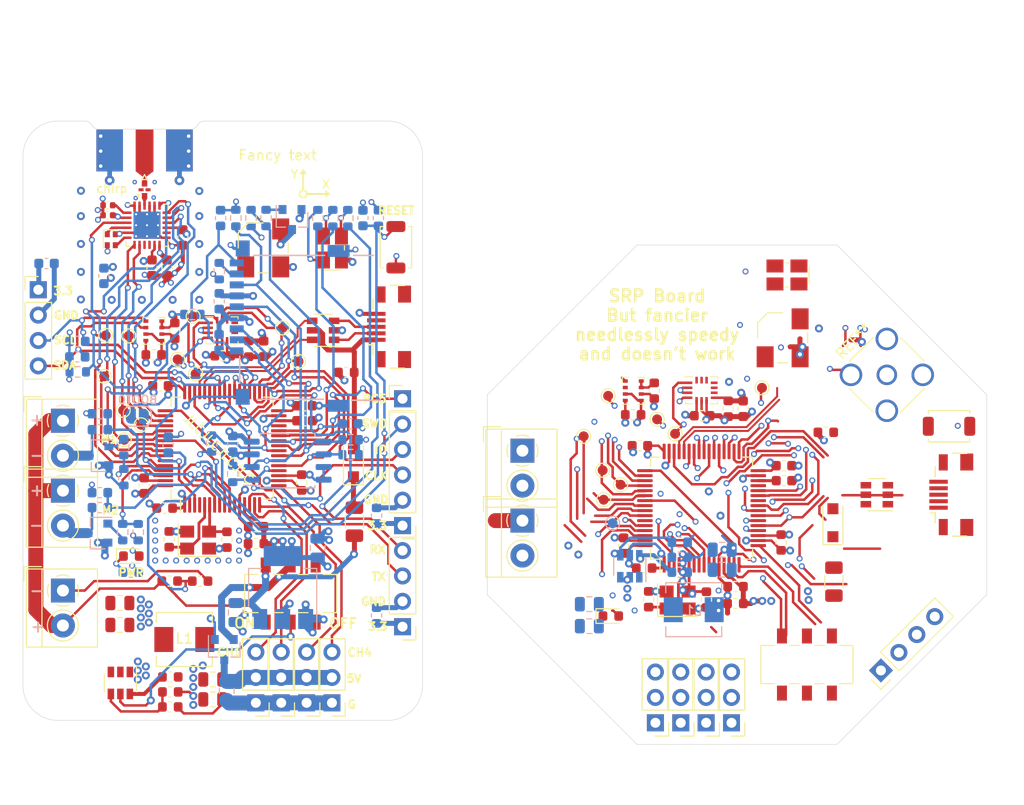
<source format=kicad_pcb>
(kicad_pcb (version 20171130) (host pcbnew "(5.1.7)-1")
  (layers (0 F.Cu signal) (1 In1.Cu power) (2 In2.Cu power) (31 B.Cu signal) (34 B.Paste user) (35 F.Paste user) (36 B.SilkS user) (37 F.SilkS user) (38 B.Mask user) (39 F.Mask user) (44 Edge.Cuts user))
  (net 0 "")
  (net 1 +3V3)
  (net 2 Earth)
  (net 3 OSC_OUT)
  (net 4 OSC_IN)
  (net 5 +5V)
  (net 6 SWDIO)
  (net 7 BOOT0)
  (net 8 "Net-(BZ1-Pad2)")
  (net 9 VUSB)
  (net 10 +BATT)
  (net 11 SERVO4)
  (net 12 TX1)
  (net 13 RX1)
  (net 14 SERVO1)
  (net 15 SERVO2)
  (net 16 SERVO3)
  (net 17 BUZZER)
  (net 18 RESET)
  (net 19 NSS1)
  (net 20 SCK1)
  (net 21 MOSI1)
  (net 22 MISO1)
  (net 23 NSS2)
  (net 24 SCK2)
  (net 25 MISO2)
  (net 26 MOSI2)
  (net 27 SWDCLK)
  (net 28 "Net-(C19-Pad1)")
  (net 29 "Net-(D2-Pad2)")
  (net 30 "Net-(R12-Pad2)")
  (net 31 "Net-(J1-Pad6)")
  (net 32 "Net-(J11-Pad2)")
  (net 33 "Net-(J12-Pad2)")
  (net 34 VOLTAGE)
  (net 35 SDCARD_DETECT)
  (net 36 NSS3)
  (net 37 MISO3)
  (net 38 MOSI3)
  (net 39 SCK3)
  (net 40 "Net-(C12-Pad2)")
  (net 41 "Net-(D2-Pad3)")
  (net 42 "Net-(D2-Pad1)")
  (net 43 "Net-(D4-Pad1)")
  (net 44 "Net-(J1-Pad4)")
  (net 45 "Net-(J7-Pad8)")
  (net 46 "Net-(J7-Pad1)")
  (net 47 SDA3)
  (net 48 SCL3)
  (net 49 LED_R)
  (net 50 LED_G)
  (net 51 LED_B)
  (net 52 "Net-(U2-Pad11)")
  (net 53 "Net-(U2-Pad10)")
  (net 54 IMU_INT1)
  (net 55 "Net-(U7-Pad59)")
  (net 56 SWO)
  (net 57 "Net-(U7-Pad29)")
  (net 58 "Net-(U7-Pad4)")
  (net 59 "Net-(D1-Pad1)")
  (net 60 BOOT1)
  (net 61 DCC_FB)
  (net 62 "Net-(C35-Pad1)")
  (net 63 SD_NSS)
  (net 64 "Net-(U3-Pad14)")
  (net 65 "Net-(U3-Pad10)")
  (net 66 "Net-(U3-Pad9)")
  (net 67 LORA_DIO1)
  (net 68 LORA_BUSY)
  (net 69 XTB)
  (net 70 XTA)
  (net 71 NRESET)
  (net 72 "Net-(U7-Pad11)")
  (net 73 USBD-)
  (net 74 USBD+)
  (net 75 M1)
  (net 76 M2)
  (net 77 "Net-(FL1-Pad1)")
  (net 78 "Net-(FL1-Pad3)")
  (net 79 "Net-(U7-Pad26)")
  (net 80 "Net-(C14-Pad2)")
  (net 81 M_USBD-)
  (net 82 M_USBD+)
  (net 83 M1ADC)
  (net 84 M2ADC)
  (net 85 "Net-(U2-Pad9)")
  (net 86 "Net-(F1-Pad1)")
  (net 87 "Net-(SW3-Pad3)")
  (net 88 5V_EN)
  (net 89 /BUCK_SW)
  (net 90 PC5)
  (net 91 "Net-(Q1-Pad1)")
  (net 92 "Net-(Q2-Pad1)")
  (net 93 "Net-(Q3-Pad1)")
  (net 94 "Net-(U7-Pad2)")
  (module Connector_Coaxial:SMA_Amphenol_132291-12_Vertical (layer F.Cu) (at 215 83 45)
    (fp_text reference REF** (at 0 -4.75 45) (layer F.SilkS))
    (fp_text value SMA_Amphenol_132291-12_Vertical)
    (pad 2 thru_hole circle (at -2.54 2.54 45) (size 2.25 2.25) (drill 1.7) (layers *.Cu *.Mask))
    (pad 2 thru_hole circle (at -2.54 -2.54 45) (size 2.25 2.25) (drill 1.7) (layers *.Cu *.Mask))
    (pad 2 thru_hole circle (at 2.54 -2.54 45) (size 2.25 2.25) (drill 1.7) (layers *.Cu *.Mask))
    (pad 2 thru_hole circle (at 2.54 2.54 45) (size 2.25 2.25) (drill 1.7) (layers *.Cu *.Mask))
    (pad 1 thru_hole circle (at 0 0 45) (size 2.05 2.05) (drill 1.5) (layers *.Cu *.Mask))
  )
  (module MountingHole:MountingHole_3.2mm_M3 (layer F.Cu) (at 218.016 102.092)
    (fp_text reference H1 hide)
    (fp_text value MountingHole)
    (pad 1 np_thru_hole circle (at 0 0) (size 3.2 3.2) (drill 3.2) (layers *.Cu *.Mask))
  )
  (module MountingHole:MountingHole_3.2mm_M3 (layer F.Cu) (at 181.016 107.092)
    (fp_text reference H1 hide)
    (fp_text value MountingHole)
    (pad 1 np_thru_hole circle (at 0 0) (size 3.2 3.2) (drill 3.2) (layers *.Cu *.Mask))
  )
  (module MountingHole:MountingHole_3.2mm_M3 (layer F.Cu) (at 181.016 84.092)
    (fp_text reference H1 hide)
    (fp_text value MountingHole)
    (pad 1 np_thru_hole circle (at 0 0) (size 3.2 3.2) (drill 3.2) (layers *.Cu *.Mask))
  )
  (module Connector_PinHeader_2.54mm:PinHeader_1x04_P2.54mm_Vertical (layer F.Cu) (at 214.407898 112.592102 135)
    (fp_text reference J13 hide)
    (fp_text value USART1)
    (pad 1 thru_hole rect (at 0 0 135) (size 1.7 1.7) (drill 1) (layers *.Cu *.Mask))
    (pad 2 thru_hole oval (at 0 2.54 135) (size 1.7 1.7) (drill 1) (layers *.Cu *.Mask))
    (pad 3 thru_hole oval (at 0 5.08 135) (size 1.7 1.7) (drill 1) (layers *.Cu *.Mask))
    (pad 4 thru_hole oval (at 0 7.62 135) (size 1.7 1.7) (drill 1) (layers *.Cu *.Mask))
  )
  (module starling:SW_Push_SPST_3×4×2 (layer F.Cu) (at 221.225 88.15)
    (fp_text reference SW1 hide)
    (fp_text value Reset)
    (pad 2 smd roundrect (at 2.075 0) (size 1.1 1.9) (layers F.Cu F.Paste F.Mask))
    (pad 1 smd roundrect (at -2.075 0) (size 1.1 1.9) (layers F.Cu F.Paste F.Mask))
  )
  (module starling:LED_RGB_3.2X2.7mm (layer F.Cu) (at 205 73 180)
    (fp_text reference D2 hide)
    (fp_text value LED_GBRA)
    (pad 1 smd rect (at 1.2 -0.9) (size 1.7 1.3) (layers F.Cu F.Paste F.Mask))
    (pad 3 smd rect (at 1.2 0.9) (size 1.7 1.3) (layers F.Cu F.Paste F.Mask))
    (pad 2 smd rect (at -1.2 -0.9) (size 1.7 1.3) (layers F.Cu F.Paste F.Mask))
    (pad 4 smd rect (at -1.2 0.9) (size 1.7 1.3) (layers F.Cu F.Paste F.Mask))
  )
  (module starling:5x5mm_buzzer (layer F.Cu) (at 204.566 79.292 90)
    (fp_text reference BZ1 hide)
    (fp_text value Buzzer)
    (pad 2 smd rect (at 1.9 1.75 90) (size 2.1 1.7) (layers F.Cu F.Paste F.Mask))
    (pad "" smd rect (at -1.9 -1.75 90) (size 2.1 1.7) (layers F.Cu F.Paste F.Mask))
    (pad 1 smd rect (at -1.9 1.75 90) (size 2.1 1.7) (layers F.Cu F.Paste F.Mask))
  )
  (module starling:TerminalBlock_4Ucon_1x02_P3.50mm_Horizontal_blue (layer F.Cu) (at 178.516 97.592 270)
    (fp_text reference J12 hide)
    (fp_text value P2)
    (pad 1 thru_hole rect (at 0 0 270) (size 2.4 2.4) (drill 1.2) (layers *.Cu *.Mask))
    (pad 2 thru_hole circle (at 3.5 0 270) (size 2.4 2.4) (drill 1.2) (layers *.Cu *.Mask))
  )
  (module starling:TerminalBlock_4Ucon_1x02_P3.50mm_Horizontal_blue (layer F.Cu) (at 178.516 90.592 270)
    (fp_text reference J11 hide)
    (fp_text value P1)
    (pad 1 thru_hole rect (at 0 0 270) (size 2.4 2.4) (drill 1.2) (layers *.Cu *.Mask))
    (pad 2 thru_hole circle (at 3.5 0 270) (size 2.4 2.4) (drill 1.2) (layers *.Cu *.Mask))
  )
  (module Resistor_SMD:R_0603_1608Metric (layer B.Cu) (at 194.266 101.258)
    (fp_text reference R13 hide)
    (fp_text value 10k)
    (pad 2 smd roundrect (at 0.7875 0) (size 0.875 0.95) (layers B.Cu B.Paste B.Mask))
    (pad 1 smd roundrect (at -0.7875 0) (size 0.875 0.95) (layers B.Cu B.Paste B.Mask))
  )
  (module Capacitor_SMD:C_0603_1608Metric (layer B.Cu) (at 194.266 102.758)
    (fp_text reference C19 hide)
    (fp_text value 100nF)
    (pad 2 smd roundrect (at 0.7875 0) (size 0.875 0.95) (layers B.Cu B.Paste B.Mask))
    (pad 1 smd roundrect (at -0.7875 0) (size 0.875 0.95) (layers B.Cu B.Paste B.Mask))
  )
  (module Package_TO_SOT_SMD:SOT-23-6 (layer B.Cu) (at 189.266 102.158 90)
    (fp_text reference U6 hide)
    (fp_text value TPS564208)
    (pad 1 smd rect (at -1.1 0.95 90) (size 1.06 0.65) (layers B.Cu B.Paste B.Mask))
    (pad 2 smd rect (at -1.1 0 90) (size 1.06 0.65) (layers B.Cu B.Paste B.Mask))
    (pad 3 smd rect (at -1.1 -0.95 90) (size 1.06 0.65) (layers B.Cu B.Paste B.Mask))
    (pad 4 smd rect (at 1.1 -0.95 90) (size 1.06 0.65) (layers B.Cu B.Paste B.Mask))
    (pad 6 smd rect (at 1.1 0.95 90) (size 1.06 0.65) (layers B.Cu B.Paste B.Mask))
    (pad 5 smd rect (at 1.1 0 90) (size 1.06 0.65) (layers B.Cu B.Paste B.Mask))
  )
  (module Resistor_SMD:R_0603_1608Metric (layer B.Cu) (at 194.266 99.758 180)
    (fp_text reference R12 hide)
    (fp_text value 56.2k)
    (pad 2 smd roundrect (at 0.7875 0 180) (size 0.875 0.95) (layers B.Cu B.Paste B.Mask))
    (pad 1 smd roundrect (at -0.7875 0 180) (size 0.875 0.95) (layers B.Cu B.Paste B.Mask))
  )
  (module Capacitor_SMD:C_0805_2012Metric (layer B.Cu) (at 185.216 105.958 180)
    (fp_text reference C26 hide)
    (fp_text value 10uF)
    (pad 1 smd roundrect (at -0.95 0 180) (size 1 1.45) (layers B.Cu B.Paste B.Mask))
    (pad 2 smd roundrect (at 0.95 0 180) (size 1 1.45) (layers B.Cu B.Paste B.Mask))
  )
  (module Capacitor_SMD:C_0805_2012Metric (layer B.Cu) (at 198.516 102.508)
    (fp_text reference C33 hide)
    (fp_text value 22uF)
    (pad 2 smd roundrect (at 0.95 0) (size 1 1.45) (layers B.Cu B.Paste B.Mask))
    (pad 1 smd roundrect (at -0.95 0) (size 1 1.45) (layers B.Cu B.Paste B.Mask))
  )
  (module Capacitor_SMD:C_0805_2012Metric (layer B.Cu) (at 198.516 100.508 180)
    (fp_text reference C24 hide)
    (fp_text value 22uF)
    (pad 2 smd roundrect (at 0.95 0 180) (size 1 1.45) (layers B.Cu B.Paste B.Mask))
    (pad 1 smd roundrect (at -0.95 0 180) (size 1 1.45) (layers B.Cu B.Paste B.Mask))
  )
  (module Capacitor_SMD:C_0805_2012Metric (layer B.Cu) (at 185.216 108.158)
    (fp_text reference C15 hide)
    (fp_text value 10uF)
    (pad 1 smd roundrect (at -0.95 0) (size 1 1.45) (layers B.Cu B.Paste B.Mask))
    (pad 2 smd roundrect (at 0.95 0) (size 1 1.45) (layers B.Cu B.Paste B.Mask))
  )
  (module starling:L_5.4x5.2_H3 (layer B.Cu) (at 195.666 106.508)
    (fp_text reference L1 (at 0 0.1) (layer B.SilkS) (effects (justify mirror)))
    (fp_text value 3.3uH)
    (pad 1 smd rect (at -2.05 0) (size 1.9 2.5) (layers B.Cu B.Paste B.Mask))
    (pad 2 smd rect (at 2.05 0) (size 1.9 2.5) (layers B.Cu B.Paste B.Mask))
  )
  (module starling:USB_Micro_B-Generic_SMT (layer F.Cu) (at 223 95 90)
    (fp_text reference J1 hide)
    (fp_text value USB_B_Micro)
    (pad 3 smd rect (at 0 -2.825 90) (size 0.4 1.85) (layers F.Cu F.Paste F.Mask))
    (pad "" np_thru_hole oval (at 2 -2.15 90) (size 0.5 0.5) (drill 0.5) (layers *.Cu *.Mask))
    (pad "" np_thru_hole oval (at -2 -2.15 90) (size 0.5 0.5) (drill 0.5) (layers *.Cu *.Mask))
    (pad 6 smd rect (at 3.275 0 90) (size 1.7 1.3) (layers F.Cu F.Paste F.Mask))
    (pad 6 smd rect (at -3.275 0 90) (size 1.7 1.3) (layers F.Cu F.Paste F.Mask))
    (pad 6 smd rect (at 3.2375 -2.35 90) (size 1.625 0.9) (layers F.Cu F.Paste F.Mask))
    (pad 6 smd rect (at -3.2375 -2.35 90) (size 1.625 0.9) (layers F.Cu F.Paste F.Mask))
    (pad 4 smd rect (at 0.65 -2.825 90) (size 0.4 1.85) (layers F.Cu F.Paste F.Mask))
    (pad 5 smd rect (at 1.3 -2.825 90) (size 0.4 1.85) (layers F.Cu F.Paste F.Mask))
    (pad 2 smd rect (at -0.65 -2.825 90) (size 0.4 1.85) (layers F.Cu F.Paste F.Mask))
    (pad 1 smd rect (at -1.3 -2.825 90) (size 0.4 1.85) (layers F.Cu F.Paste F.Mask))
  )
  (module Connector_PinHeader_2.54mm:PinHeader_1x03_P2.54mm_Vertical (layer F.Cu) (at 199.449 117.832 180)
    (fp_text reference J6 hide)
    (fp_text value Servo4)
    (pad 1 thru_hole rect (at 0 0 180) (size 1.7 1.7) (drill 1) (layers *.Cu *.Mask))
    (pad 2 thru_hole oval (at 0 2.54 180) (size 1.7 1.7) (drill 1) (layers *.Cu *.Mask))
    (pad 3 thru_hole oval (at 0 5.08 180) (size 1.7 1.7) (drill 1) (layers *.Cu *.Mask))
  )
  (module Connector_PinHeader_2.54mm:PinHeader_1x03_P2.54mm_Vertical (layer F.Cu) (at 196.909 117.832 180)
    (fp_text reference J5 hide)
    (fp_text value Servo3)
    (pad 3 thru_hole oval (at 0 5.08 180) (size 1.7 1.7) (drill 1) (layers *.Cu *.Mask))
    (pad 2 thru_hole oval (at 0 2.54 180) (size 1.7 1.7) (drill 1) (layers *.Cu *.Mask))
    (pad 1 thru_hole rect (at 0 0 180) (size 1.7 1.7) (drill 1) (layers *.Cu *.Mask))
  )
  (module Connector_PinHeader_2.54mm:PinHeader_1x03_P2.54mm_Vertical (layer F.Cu) (at 194.369 117.832 180)
    (fp_text reference J4 hide)
    (fp_text value Servo2)
    (pad 3 thru_hole oval (at 0 5.08 180) (size 1.7 1.7) (drill 1) (layers *.Cu *.Mask))
    (pad 2 thru_hole oval (at 0 2.54 180) (size 1.7 1.7) (drill 1) (layers *.Cu *.Mask))
    (pad 1 thru_hole rect (at 0 0 180) (size 1.7 1.7) (drill 1) (layers *.Cu *.Mask))
  )
  (module Connector_PinHeader_2.54mm:PinHeader_1x03_P2.54mm_Vertical (layer F.Cu) (at 191.829 117.832 180)
    (fp_text reference J3 hide)
    (fp_text value Servo1 hide)
    (pad 1 thru_hole rect (at 0 0 180) (size 1.7 1.7) (drill 1) (layers *.Cu *.Mask))
    (pad 2 thru_hole oval (at 0 2.54 180) (size 1.7 1.7) (drill 1) (layers *.Cu *.Mask))
    (pad 3 thru_hole oval (at 0 5.08 180) (size 1.7 1.7) (drill 1) (layers *.Cu *.Mask))
  )
  (module starling:SW_DPDT_MST22D18G2 (layer F.Cu) (at 207 112)
    (fp_text reference SW3 hide)
    (fp_text value SW_DPDT_x2)
    (pad 2 smd rect (at 0 -2.86) (size 1 1.5) (layers F.Cu F.Paste F.Mask))
    (pad 5 smd rect (at 0 2.86) (size 1 1.5) (layers F.Cu F.Paste F.Mask))
    (pad 3 smd rect (at 2.5 -2.86) (size 1 1.5) (layers F.Cu F.Paste F.Mask))
    (pad 1 smd rect (at -2.5 -2.86) (size 1 1.5) (layers F.Cu F.Paste F.Mask))
    (pad 4 smd rect (at -2.5 2.86) (size 1 1.5) (layers F.Cu F.Paste F.Mask))
    (pad 6 smd rect (at 2.5 2.86) (size 1 1.5) (layers F.Cu F.Paste F.Mask))
  )
  (module Package_TO_SOT_SMD:SOT-23-6 (layer F.Cu) (at 214 95 180)
    (fp_text reference U8 hide)
    (fp_text value USBLC6-2SC6)
    (pad 1 smd rect (at -1.1 -0.95 180) (size 1.06 0.65) (layers F.Cu F.Paste F.Mask))
    (pad 2 smd rect (at -1.1 0 180) (size 1.06 0.65) (layers F.Cu F.Paste F.Mask))
    (pad 3 smd rect (at -1.1 0.95 180) (size 1.06 0.65) (layers F.Cu F.Paste F.Mask))
    (pad 4 smd rect (at 1.1 0.95 180) (size 1.06 0.65) (layers F.Cu F.Paste F.Mask))
    (pad 6 smd rect (at 1.1 -0.95 180) (size 1.06 0.65) (layers F.Cu F.Paste F.Mask))
    (pad 5 smd rect (at 1.1 0 180) (size 1.06 0.65) (layers F.Cu F.Paste F.Mask))
  )
  (module Capacitor_SMD:C_0603_1608Metric (layer F.Cu) (at 190.7035 102.342)
    (fp_text reference C11 hide)
    (fp_text value 100nF)
    (pad 2 smd roundrect (at 0.7875 0) (size 0.875 0.95) (layers F.Cu F.Paste F.Mask))
    (pad 1 smd roundrect (at -0.7875 0) (size 0.875 0.95) (layers F.Cu F.Paste F.Mask))
  )
  (module Capacitor_SMD:C_0603_1608Metric (layer F.Cu) (at 199.8535 104.192)
    (fp_text reference C5 hide)
    (fp_text value 100nF)
    (pad 2 smd roundrect (at 0.7875 0) (size 0.875 0.95) (layers F.Cu F.Paste F.Mask))
    (pad 1 smd roundrect (at -0.7875 0) (size 0.875 0.95) (layers F.Cu F.Paste F.Mask))
  )
  (module Capacitor_SMD:C_0603_1608Metric (layer F.Cu) (at 199.116 86.392 90)
    (fp_text reference C9 hide)
    (fp_text value 100nF)
    (pad 1 smd roundrect (at -0.7875 0 90) (size 0.875 0.95) (layers F.Cu F.Paste F.Mask))
    (pad 2 smd roundrect (at 0.7875 0 90) (size 0.875 0.95) (layers F.Cu F.Paste F.Mask))
  )
  (module Package_LGA:Bosch_LGA-14_3x2.5mm_P0.5mm (layer F.Cu) (at 196.4535 84.542)
    (fp_text reference U2 hide)
    (fp_text value LSM6DSM/DSO32)
    (pad 13 smd rect (at 0 -1.0125) (size 0.25 0.675) (layers F.Cu F.Paste F.Mask))
    (pad 14 smd rect (at -0.5 -1.0125) (size 0.25 0.675) (layers F.Cu F.Paste F.Mask))
    (pad 12 smd rect (at 0.5 -1.0125) (size 0.25 0.675) (layers F.Cu F.Paste F.Mask))
    (pad 5 smd rect (at -0.5 1.0125) (size 0.25 0.675) (layers F.Cu F.Paste F.Mask))
    (pad 6 smd rect (at 0 1.0125) (size 0.25 0.675) (layers F.Cu F.Paste F.Mask))
    (pad 7 smd rect (at 0.5 1.0125) (size 0.25 0.675) (layers F.Cu F.Paste F.Mask))
    (pad 1 smd rect (at -1.2625 -0.75) (size 0.675 0.25) (layers F.Cu F.Paste F.Mask))
    (pad 2 smd rect (at -1.2625 -0.25) (size 0.675 0.25) (layers F.Cu F.Paste F.Mask))
    (pad 3 smd rect (at -1.2625 0.25) (size 0.675 0.25) (layers F.Cu F.Paste F.Mask))
    (pad 4 smd rect (at -1.2625 0.75) (size 0.675 0.25) (layers F.Cu F.Paste F.Mask))
    (pad 8 smd rect (at 1.2625 0.75) (size 0.675 0.25) (layers F.Cu F.Paste F.Mask))
    (pad 9 smd rect (at 1.2625 0.25) (size 0.675 0.25) (layers F.Cu F.Paste F.Mask))
    (pad 10 smd rect (at 1.2625 -0.25) (size 0.675 0.25) (layers F.Cu F.Paste F.Mask))
    (pad 11 smd rect (at 1.2625 -0.75) (size 0.675 0.25) (layers F.Cu F.Paste F.Mask))
  )
  (module Capacitor_SMD:C_0603_1608Metric (layer F.Cu) (at 189.6035 86.992 180)
    (fp_text reference C4 hide)
    (fp_text value 100nF)
    (pad 2 smd roundrect (at 0.7875 0 180) (size 0.875 0.95) (layers F.Cu F.Paste F.Mask))
    (pad 1 smd roundrect (at -0.7875 0 180) (size 0.875 0.95) (layers F.Cu F.Paste F.Mask))
  )
  (module Capacitor_SMD:C_0603_1608Metric (layer F.Cu) (at 196.516 87.092)
    (fp_text reference C8 hide)
    (fp_text value 100nF)
    (pad 1 smd roundrect (at -0.7875 0) (size 0.875 0.95) (layers F.Cu F.Paste F.Mask))
    (pad 2 smd roundrect (at 0.7875 0) (size 0.875 0.95) (layers F.Cu F.Paste F.Mask))
  )
  (module Package_QFP:LQFP-64_10x10mm_P0.5mm (layer F.Cu) (at 196.4535 96.342 90)
    (fp_text reference U7 hide)
    (fp_text value STM32F446RETx)
    (pad 1 smd roundrect (at -5.675 -3.75 90) (size 1.55 0.3) (layers F.Cu F.Paste F.Mask))
    (pad 2 smd roundrect (at -5.675 -3.25 90) (size 1.55 0.3) (layers F.Cu F.Paste F.Mask))
    (pad 3 smd roundrect (at -5.675 -2.75 90) (size 1.55 0.3) (layers F.Cu F.Paste F.Mask))
    (pad 4 smd roundrect (at -5.675 -2.25 90) (size 1.55 0.3) (layers F.Cu F.Paste F.Mask))
    (pad 5 smd roundrect (at -5.675 -1.75 90) (size 1.55 0.3) (layers F.Cu F.Paste F.Mask))
    (pad 6 smd roundrect (at -5.675 -1.25 90) (size 1.55 0.3) (layers F.Cu F.Paste F.Mask))
    (pad 7 smd roundrect (at -5.675 -0.75 90) (size 1.55 0.3) (layers F.Cu F.Paste F.Mask))
    (pad 8 smd roundrect (at -5.675 -0.25 90) (size 1.55 0.3) (layers F.Cu F.Paste F.Mask))
    (pad 9 smd roundrect (at -5.675 0.25 90) (size 1.55 0.3) (layers F.Cu F.Paste F.Mask))
    (pad 10 smd roundrect (at -5.675 0.75 90) (size 1.55 0.3) (layers F.Cu F.Paste F.Mask))
    (pad 11 smd roundrect (at -5.675 1.25 90) (size 1.55 0.3) (layers F.Cu F.Paste F.Mask))
    (pad 12 smd roundrect (at -5.675 1.75 90) (size 1.55 0.3) (layers F.Cu F.Paste F.Mask))
    (pad 13 smd roundrect (at -5.675 2.25 90) (size 1.55 0.3) (layers F.Cu F.Paste F.Mask))
    (pad 14 smd roundrect (at -5.675 2.75 90) (size 1.55 0.3) (layers F.Cu F.Paste F.Mask))
    (pad 15 smd roundrect (at -5.675 3.25 90) (size 1.55 0.3) (layers F.Cu F.Paste F.Mask))
    (pad 16 smd roundrect (at -5.675 3.75 90) (size 1.55 0.3) (layers F.Cu F.Paste F.Mask))
    (pad 17 smd roundrect (at -3.75 5.675 90) (size 0.3 1.55) (layers F.Cu F.Paste F.Mask))
    (pad 18 smd roundrect (at -3.25 5.675 90) (size 0.3 1.55) (layers F.Cu F.Paste F.Mask))
    (pad 19 smd roundrect (at -2.75 5.675 90) (size 0.3 1.55) (layers F.Cu F.Paste F.Mask))
    (pad 20 smd roundrect (at -2.25 5.675 90) (size 0.3 1.55) (layers F.Cu F.Paste F.Mask))
    (pad 21 smd roundrect (at -1.75 5.675 90) (size 0.3 1.55) (layers F.Cu F.Paste F.Mask))
    (pad 22 smd roundrect (at -1.25 5.675 90) (size 0.3 1.55) (layers F.Cu F.Paste F.Mask))
    (pad 23 smd roundrect (at -0.75 5.675 90) (size 0.3 1.55) (layers F.Cu F.Paste F.Mask))
    (pad 24 smd roundrect (at -0.25 5.675 90) (size 0.3 1.55) (layers F.Cu F.Paste F.Mask))
    (pad 25 smd roundrect (at 0.25 5.675 90) (size 0.3 1.55) (layers F.Cu F.Paste F.Mask))
    (pad 26 smd roundrect (at 0.75 5.675 90) (size 0.3 1.55) (layers F.Cu F.Paste F.Mask))
    (pad 27 smd roundrect (at 1.25 5.675 90) (size 0.3 1.55) (layers F.Cu F.Paste F.Mask))
    (pad 28 smd roundrect (at 1.75 5.675 90) (size 0.3 1.55) (layers F.Cu F.Paste F.Mask))
    (pad 29 smd roundrect (at 2.25 5.675 90) (size 0.3 1.55) (layers F.Cu F.Paste F.Mask))
    (pad 30 smd roundrect (at 2.75 5.675 90) (size 0.3 1.55) (layers F.Cu F.Paste F.Mask))
    (pad 31 smd roundrect (at 3.25 5.675 90) (size 0.3 1.55) (layers F.Cu F.Paste F.Mask))
    (pad 32 smd roundrect (at 3.75 5.675 90) (size 0.3 1.55) (layers F.Cu F.Paste F.Mask))
    (pad 33 smd roundrect (at 5.675 3.75 90) (size 1.55 0.3) (layers F.Cu F.Paste F.Mask))
    (pad 34 smd roundrect (at 5.675 3.25 90) (size 1.55 0.3) (layers F.Cu F.Paste F.Mask))
    (pad 35 smd roundrect (at 5.675 2.75 90) (size 1.55 0.3) (layers F.Cu F.Paste F.Mask))
    (pad 36 smd roundrect (at 5.675 2.25 90) (size 1.55 0.3) (layers F.Cu F.Paste F.Mask))
    (pad 37 smd roundrect (at 5.675 1.75 90) (size 1.55 0.3) (layers F.Cu F.Paste F.Mask))
    (pad 38 smd roundrect (at 5.675 1.25 90) (size 1.55 0.3) (layers F.Cu F.Paste F.Mask))
    (pad 39 smd roundrect (at 5.675 0.75 90) (size 1.55 0.3) (layers F.Cu F.Paste F.Mask))
    (pad 40 smd roundrect (at 5.675 0.25 90) (size 1.55 0.3) (layers F.Cu F.Paste F.Mask))
    (pad 41 smd roundrect (at 5.675 -0.25 90) (size 1.55 0.3) (layers F.Cu F.Paste F.Mask))
    (pad 42 smd roundrect (at 5.675 -0.75 90) (size 1.55 0.3) (layers F.Cu F.Paste F.Mask))
    (pad 43 smd roundrect (at 5.675 -1.25 90) (size 1.55 0.3) (layers F.Cu F.Paste F.Mask))
    (pad 44 smd roundrect (at 5.675 -1.75 90) (size 1.55 0.3) (layers F.Cu F.Paste F.Mask))
    (pad 45 smd roundrect (at 5.675 -2.25 90) (size 1.55 0.3) (layers F.Cu F.Paste F.Mask))
    (pad 46 smd roundrect (at 5.675 -2.75 90) (size 1.55 0.3) (layers F.Cu F.Paste F.Mask))
    (pad 47 smd roundrect (at 5.675 -3.25 90) (size 1.55 0.3) (layers F.Cu F.Paste F.Mask))
    (pad 48 smd roundrect (at 5.675 -3.75 90) (size 1.55 0.3) (layers F.Cu F.Paste F.Mask))
    (pad 49 smd roundrect (at 3.75 -5.675 90) (size 0.3 1.55) (layers F.Cu F.Paste F.Mask))
    (pad 50 smd roundrect (at 3.25 -5.675 90) (size 0.3 1.55) (layers F.Cu F.Paste F.Mask))
    (pad 51 smd roundrect (at 2.75 -5.675 90) (size 0.3 1.55) (layers F.Cu F.Paste F.Mask))
    (pad 52 smd roundrect (at 2.25 -5.675 90) (size 0.3 1.55) (layers F.Cu F.Paste F.Mask))
    (pad 53 smd roundrect (at 1.75 -5.675 90) (size 0.3 1.55) (layers F.Cu F.Paste F.Mask))
    (pad 54 smd roundrect (at 1.25 -5.675 90) (size 0.3 1.55) (layers F.Cu F.Paste F.Mask))
    (pad 55 smd roundrect (at 0.75 -5.675 90) (size 0.3 1.55) (layers F.Cu F.Paste F.Mask))
    (pad 56 smd roundrect (at 0.25 -5.675 90) (size 0.3 1.55) (layers F.Cu F.Paste F.Mask))
    (pad 57 smd roundrect (at -0.25 -5.675 90) (size 0.3 1.55) (layers F.Cu F.Paste F.Mask))
    (pad 58 smd roundrect (at -0.75 -5.675 90) (size 0.3 1.55) (layers F.Cu F.Paste F.Mask))
    (pad 59 smd roundrect (at -1.25 -5.675 90) (size 0.3 1.55) (layers F.Cu F.Paste F.Mask))
    (pad 60 smd roundrect (at -1.75 -5.675 90) (size 0.3 1.55) (layers F.Cu F.Paste F.Mask))
    (pad 61 smd roundrect (at -2.25 -5.675 90) (size 0.3 1.55) (layers F.Cu F.Paste F.Mask))
    (pad 62 smd roundrect (at -2.75 -5.675 90) (size 0.3 1.55) (layers F.Cu F.Paste F.Mask))
    (pad 63 smd roundrect (at -3.25 -5.675 90) (size 0.3 1.55) (layers F.Cu F.Paste F.Mask))
    (pad 64 smd roundrect (at -3.75 -5.675 90) (size 0.3 1.55) (layers F.Cu F.Paste F.Mask))
  )
  (module Capacitor_SMD:C_0603_1608Metric (layer F.Cu) (at 204.416 99.7795 90)
    (fp_text reference C3 hide)
    (fp_text value 100nF)
    (pad 2 smd roundrect (at 0.7875 0 90) (size 0.875 0.95) (layers F.Cu F.Paste F.Mask))
    (pad 1 smd roundrect (at -0.7875 0 90) (size 0.875 0.95) (layers F.Cu F.Paste F.Mask))
  )
  (module Capacitor_SMD:C_0603_1608Metric (layer F.Cu) (at 196.9375 105.5 90)
    (fp_text reference C7 hide)
    (fp_text value 13pf)
    (pad 2 smd roundrect (at 0.7875 0 90) (size 0.875 0.95) (layers F.Cu F.Paste F.Mask))
    (pad 1 smd roundrect (at -0.7875 0 90) (size 0.875 0.95) (layers F.Cu F.Paste F.Mask))
  )
  (module Capacitor_SMD:C_0603_1608Metric (layer F.Cu) (at 199.841 105.892)
    (fp_text reference C6 hide)
    (fp_text value 4.7uF)
    (pad 2 smd roundrect (at 0.7875 0) (size 0.875 0.95) (layers F.Cu F.Paste F.Mask))
    (pad 1 smd roundrect (at -0.7875 0) (size 0.875 0.95) (layers F.Cu F.Paste F.Mask))
  )
  (module Capacitor_SMD:C_0603_1608Metric (layer F.Cu) (at 191.716 84.592 270)
    (fp_text reference C1 hide)
    (fp_text value 100nF)
    (pad 2 smd roundrect (at 0.7875 0 270) (size 0.875 0.95) (layers F.Cu F.Paste F.Mask))
    (pad 1 smd roundrect (at -0.7875 0 270) (size 0.875 0.95) (layers F.Cu F.Paste F.Mask))
  )
  (module LED_SMD:LED_0603_1608Metric (layer F.Cu) (at 187.366 107.142)
    (fp_text reference D1 hide)
    (fp_text value LED_green)
    (pad 2 smd roundrect (at 0.7875 0) (size 0.875 0.95) (layers F.Cu F.Paste F.Mask))
    (pad 1 smd roundrect (at -0.7875 0) (size 0.875 0.95) (layers F.Cu F.Paste F.Mask))
  )
  (module Capacitor_SMD:C_0603_1608Metric (layer F.Cu) (at 208.8875 88.75 180)
    (fp_text reference C20 hide)
    (fp_text value 1uF)
    (pad 2 smd roundrect (at 0.7875 0 180) (size 0.875 0.95) (layers F.Cu F.Paste F.Mask))
    (pad 1 smd roundrect (at -0.7875 0 180) (size 0.875 0.95) (layers F.Cu F.Paste F.Mask))
  )
  (module Package_LGA:Bosch_LGA-8_2x2.5mm_P0.65mm_ClockwisePinNumbering (layer F.Cu) (at 189.616 84.592 90)
    (fp_text reference U1 hide)
    (fp_text value BMP280)
    (pad 8 smd rect (at -0.975 0.8 180) (size 0.5 0.35) (layers F.Cu F.Paste F.Mask))
    (pad 2 smd rect (at -0.325 -0.8 180) (size 0.5 0.35) (layers F.Cu F.Paste F.Mask))
    (pad 3 smd rect (at 0.325 -0.8 180) (size 0.5 0.35) (layers F.Cu F.Paste F.Mask))
    (pad 4 smd rect (at 0.975 -0.8 180) (size 0.5 0.35) (layers F.Cu F.Paste F.Mask))
    (pad 7 smd rect (at -0.325 0.8 180) (size 0.5 0.35) (layers F.Cu F.Paste F.Mask))
    (pad 6 smd rect (at 0.325 0.8 180) (size 0.5 0.35) (layers F.Cu F.Paste F.Mask))
    (pad 5 smd rect (at 0.975 0.8 180) (size 0.5 0.35) (layers F.Cu F.Paste F.Mask))
    (pad 1 smd rect (at -0.975 -0.8 180) (size 0.5 0.35) (layers F.Cu F.Paste F.Mask))
  )
  (module Crystal:Crystal_SMD_3225-4Pin_3.2x2.5mm (layer F.Cu) (at 194.0535 105.542)
    (fp_text reference Y1 hide)
    (fp_text value "8 MHz")
    (pad 4 smd rect (at -1.1 -0.85) (size 1.4 1.2) (layers F.Cu F.Paste F.Mask))
    (pad 3 smd rect (at 1.1 -0.85) (size 1.4 1.2) (layers F.Cu F.Paste F.Mask))
    (pad 2 smd rect (at 1.1 0.85) (size 1.4 1.2) (layers F.Cu F.Paste F.Mask))
    (pad 1 smd rect (at -1.1 0.85) (size 1.4 1.2) (layers F.Cu F.Paste F.Mask))
  )
  (module Capacitor_SMD:C_0603_1608Metric (layer F.Cu) (at 191.1535 105.4625 90)
    (fp_text reference C10 hide)
    (fp_text value 13pf)
    (pad 1 smd roundrect (at -0.7875 0 90) (size 0.875 0.95) (layers F.Cu F.Paste F.Mask))
    (pad 2 smd roundrect (at 0.7875 0 90) (size 0.875 0.95) (layers F.Cu F.Paste F.Mask))
  )
  (module Capacitor_SMD:C_0603_1608Metric (layer F.Cu) (at 204.7035 92.092 180)
    (fp_text reference C17 hide)
    (fp_text value 100nF)
    (pad 1 smd roundrect (at -0.775 0 180) (size 0.9 0.95) (layers F.Cu F.Paste F.Mask))
    (pad 2 smd roundrect (at 0.775 0 180) (size 0.9 0.95) (layers F.Cu F.Paste F.Mask))
  )
  (module Capacitor_SMD:C_0603_1608Metric (layer F.Cu) (at 204.7035 93.592 180)
    (fp_text reference C12 hide)
    (fp_text value 4.7uF)
    (pad 1 smd roundrect (at -0.775 0 180) (size 0.9 0.95) (layers F.Cu F.Paste F.Mask))
    (pad 2 smd roundrect (at 0.775 0 180) (size 0.9 0.95) (layers F.Cu F.Paste F.Mask))
  )
  (module Fuse:Fuse_1206_3216Metric (layer F.Cu) (at 209.7 103.7 90)
    (fp_text reference F1 hide)
    (fp_text value 350mA)
    (pad 1 smd roundrect (at -1.4 0 90) (size 1.25 1.75) (layers F.Cu F.Paste F.Mask) (roundrect_rratio 0.2))
    (pad 2 smd roundrect (at 1.4 0 90) (size 1.25 1.75) (layers F.Cu F.Paste F.Mask) (roundrect_rratio 0.2))
  )
  (module Diode_SMD:D_SOD-123F (layer F.Cu) (at 209.6 97.802 90)
    (fp_text reference D4 hide)
    (fp_text value Schottky)
    (pad 2 smd rect (at 1.4 0 90) (size 1.1 1.1) (layers F.Cu F.Paste F.Mask))
    (pad 1 smd rect (at -1.4 0 90) (size 1.1 1.1) (layers F.Cu F.Paste F.Mask))
  )
  (module Capacitor_SMD:C_0603_1608Metric (layer F.Cu) (at 188.6535 100.092 270)
    (fp_text reference C16 hide)
    (fp_text value 100nF)
    (pad 1 smd roundrect (at -0.775 0 270) (size 0.9 0.95) (layers F.Cu F.Paste F.Mask))
    (pad 2 smd roundrect (at 0.775 0 270) (size 0.9 0.95) (layers F.Cu F.Paste F.Mask))
  )
  (module Capacitor_SMD:C_0603_1608Metric (layer F.Cu) (at 190.2785 90.092)
    (fp_text reference C23 hide)
    (fp_text value 100nF)
    (pad 1 smd roundrect (at -0.775 0) (size 0.9 0.95) (layers F.Cu F.Paste F.Mask))
    (pad 2 smd roundrect (at 0.775 0) (size 0.9 0.95) (layers F.Cu F.Paste F.Mask))
  )
  (module Capacitor_SMD:C_0603_1608Metric (layer F.Cu) (at 200.616 86.392 270)
    (fp_text reference C27 hide)
    (fp_text value 4.7uF)
    (pad 1 smd roundrect (at -0.775 0 270) (size 0.9 0.95) (layers F.Cu F.Paste F.Mask))
    (pad 2 smd roundrect (at 0.775 0 270) (size 0.9 0.95) (layers F.Cu F.Paste F.Mask))
  )
  (module TestPoint:TestPoint_Pad_D1.0mm (layer F.Cu) (at 184.65 89.15)
    (fp_text reference TP9 hide)
    (fp_text value MO3)
    (pad 1 smd circle (at 0 0) (size 1 1) (layers F.Cu F.Mask))
  )
  (module TestPoint:TestPoint_Pad_D1.0mm (layer F.Cu) (at 187.1 85.1)
    (fp_text reference TP7 hide)
    (fp_text value SCK3)
    (pad 1 smd circle (at 0 0) (size 1 1) (layers F.Cu F.Mask))
  )
  (module TestPoint:TestPoint_Pad_D1.0mm (layer F.Cu) (at 186.55 92.55)
    (fp_text reference TP8 hide)
    (fp_text value DIO1)
    (pad 1 smd circle (at 0 0) (size 1 1) (layers F.Cu F.Mask))
  )
  (module TestPoint:TestPoint_Pad_D1.0mm (layer F.Cu) (at 202.5 84.3)
    (fp_text reference TP2 hide)
    (fp_text value NSS2)
    (pad 1 smd circle (at 0 0) (size 1 1) (layers F.Cu F.Mask))
  )
  (module TestPoint:TestPoint_Pad_D1.0mm (layer F.Cu) (at 193.8 88.9)
    (fp_text reference TP5 hide)
    (fp_text value MI2)
    (pad 1 smd circle (at 0 0) (size 1 1) (layers F.Cu F.Mask))
  )
  (module TestPoint:TestPoint_Pad_D1.0mm (layer F.Cu) (at 188.35 94)
    (fp_text reference TP6 hide)
    (fp_text value MI3)
    (pad 1 smd circle (at 0 0) (size 1 1) (layers F.Cu F.Mask))
  )
  (module TestPoint:TestPoint_Pad_D1.0mm (layer F.Cu) (at 186.65 95.5)
    (fp_text reference TP11 hide)
    (fp_text value BUSY)
    (pad 1 smd circle (at 0 0) (size 1 1) (layers F.Cu F.Mask))
  )
  (module TestPoint:TestPoint_Pad_D1.0mm (layer B.Cu) (at 187.55 97.85)
    (fp_text reference TP1 hide)
    (fp_text value MO2)
    (pad 1 smd circle (at 0 0) (size 1 1) (layers B.Cu B.Mask))
  )
  (module TestPoint:TestPoint_Pad_D1.0mm (layer F.Cu) (at 192 87.45)
    (fp_text reference TP3 hide)
    (fp_text value INT1)
    (pad 1 smd circle (at 0 0) (size 1 1) (layers F.Cu F.Mask))
  )
  (module starling:LED_RGB_3.2X2.7mm (layer F.Cu) (at 159.5 70.3 90)
    (fp_text reference D2 hide)
    (fp_text value LED_GBRA)
    (pad 4 smd rect (at -1.2 0.9 270) (size 1.7 1.3) (layers F.Cu F.Paste F.Mask) (net 1 +3V3))
    (pad 2 smd rect (at -1.2 -0.9 270) (size 1.7 1.3) (layers F.Cu F.Paste F.Mask) (net 29 "Net-(D2-Pad2)"))
    (pad 3 smd rect (at 1.2 0.9 270) (size 1.7 1.3) (layers F.Cu F.Paste F.Mask) (net 41 "Net-(D2-Pad3)"))
    (pad 1 smd rect (at 1.2 -0.9 270) (size 1.7 1.3) (layers F.Cu F.Paste F.Mask) (net 42 "Net-(D2-Pad1)"))
  )
  (module Oscillator:Oscillator_SMD_Abracon_ASCO-4Pin_1.6x1.2mm (layer F.Cu) (at 137.36 69.47)
    (fp_text reference Y2 hide)
    (fp_text value 52.0MHz)
    (pad 4 smd rect (at 0.4 -0.55) (size 0.5 0.6) (layers F.Cu F.Paste F.Mask) (net 2 Earth))
    (pad 3 smd rect (at 0.4 0.55) (size 0.5 0.6) (layers F.Cu F.Paste F.Mask) (net 69 XTB))
    (pad 2 smd rect (at -0.4 0.55) (size 0.5 0.6) (layers F.Cu F.Paste F.Mask) (net 2 Earth))
    (pad 1 smd rect (at -0.4 -0.55) (size 0.5 0.6) (layers F.Cu F.Paste F.Mask) (net 70 XTA))
  )
  (module starling:TerminalBlock_4Ucon_1x02_P3.50mm_Horizontal_blue (layer F.Cu) (at 132.516 104.592 270)
    (fp_text reference J2 hide)
    (fp_text value Batt)
    (pad 2 thru_hole circle (at 3.5 0 270) (size 2.4 2.4) (drill 1.2) (layers *.Cu *.Mask) (net 10 +BATT))
    (pad 1 thru_hole rect (at 0 0 270) (size 2.4 2.4) (drill 1.2) (layers *.Cu *.Mask) (net 2 Earth))
  )
  (module starling:TerminalBlock_4Ucon_1x02_P3.50mm_Horizontal_blue (layer F.Cu) (at 132.516 87.592 270)
    (fp_text reference J11 hide)
    (fp_text value P1)
    (pad 2 thru_hole circle (at 3.5 0 270) (size 2.4 2.4) (drill 1.2) (layers *.Cu *.Mask) (net 32 "Net-(J11-Pad2)"))
    (pad 1 thru_hole rect (at 0 0 270) (size 2.4 2.4) (drill 1.2) (layers *.Cu *.Mask) (net 10 +BATT))
  )
  (module starling:TerminalBlock_4Ucon_1x02_P3.50mm_Horizontal_blue (layer F.Cu) (at 132.516 94.592 270)
    (fp_text reference J12 hide)
    (fp_text value P2)
    (pad 2 thru_hole circle (at 3.5 0 270) (size 2.4 2.4) (drill 1.2) (layers *.Cu *.Mask) (net 33 "Net-(J12-Pad2)"))
    (pad 1 thru_hole rect (at 0 0 270) (size 2.4 2.4) (drill 1.2) (layers *.Cu *.Mask) (net 10 +BATT))
  )
  (module TestPoint:TestPoint_Pad_D1.0mm (layer F.Cu) (at 138.65 89.5)
    (fp_text reference TP11 hide)
    (fp_text value BUSY)
    (pad 1 smd circle (at 0 0) (size 1 1) (layers F.Cu F.Mask) (net 68 LORA_BUSY))
  )
  (module TestPoint:TestPoint_Pad_D1.0mm (layer F.Cu) (at 136.8 79.05)
    (fp_text reference TP10 hide)
    (fp_text value NSS3)
    (pad 1 smd circle (at 0 0) (size 1 1) (layers F.Cu F.Mask) (net 36 NSS3))
  )
  (module TestPoint:TestPoint_Pad_D1.0mm (layer F.Cu) (at 136.65 83.15)
    (fp_text reference TP9 hide)
    (fp_text value MO3)
    (pad 1 smd circle (at 0 0) (size 1 1) (layers F.Cu F.Mask) (net 38 MOSI3))
  )
  (module TestPoint:TestPoint_Pad_D1.0mm (layer F.Cu) (at 138.55 86.55)
    (fp_text reference TP8 hide)
    (fp_text value DIO1)
    (pad 1 smd circle (at 0 0) (size 1 1) (layers F.Cu F.Mask) (net 67 LORA_DIO1))
  )
  (module TestPoint:TestPoint_Pad_D1.0mm (layer F.Cu) (at 139.1 79.1)
    (fp_text reference TP7 hide)
    (fp_text value SCK3)
    (pad 1 smd circle (at 0 0) (size 1 1) (layers F.Cu F.Mask) (net 39 SCK3))
  )
  (module TestPoint:TestPoint_Pad_D1.0mm (layer F.Cu) (at 140.35 88)
    (fp_text reference TP6 hide)
    (fp_text value MI3)
    (pad 1 smd circle (at 0 0) (size 1 1) (layers F.Cu F.Mask) (net 37 MISO3))
  )
  (module TestPoint:TestPoint_Pad_D1.0mm (layer F.Cu) (at 145.8 82.9)
    (fp_text reference TP5 hide)
    (fp_text value MI2)
    (pad 1 smd circle (at 0 0) (size 1 1) (layers F.Cu F.Mask) (net 25 MISO2))
  )
  (module TestPoint:TestPoint_Pad_D1.0mm (layer F.Cu) (at 156.1 81.65)
    (fp_text reference TP4 hide)
    (fp_text value SCK2)
    (pad 1 smd circle (at 0 0) (size 1 1) (layers F.Cu F.Mask) (net 24 SCK2))
  )
  (module TestPoint:TestPoint_Pad_D1.0mm (layer F.Cu) (at 144 81.45)
    (fp_text reference TP3 hide)
    (fp_text value INT1)
    (pad 1 smd circle (at 0 0) (size 1 1) (layers F.Cu F.Mask) (net 54 IMU_INT1))
  )
  (module TestPoint:TestPoint_Pad_D1.0mm (layer F.Cu) (at 154.5 78.3)
    (fp_text reference TP2 hide)
    (fp_text value NSS2)
    (pad 1 smd circle (at 0 0) (size 1 1) (layers F.Cu F.Mask) (net 23 NSS2))
  )
  (module TestPoint:TestPoint_Pad_D1.0mm (layer F.Cu) (at 145.55 77.15)
    (fp_text reference TP1 hide)
    (fp_text value MO2)
    (pad 1 smd circle (at 0 0) (size 1 1) (layers F.Cu F.Mask) (net 26 MOSI2))
  )
  (module Resistor_SMD:R_0603_1608Metric (layer B.Cu) (at 138.5 98.75 90)
    (fp_text reference R32 hide)
    (fp_text value 100R)
    (pad 2 smd roundrect (at 0.825 0 90) (size 0.8 0.95) (layers B.Cu B.Paste B.Mask) (net 76 M2))
    (pad 1 smd roundrect (at -0.825 0 90) (size 0.8 0.95) (layers B.Cu B.Paste B.Mask) (net 93 "Net-(Q3-Pad1)"))
  )
  (module Resistor_SMD:R_0603_1608Metric (layer B.Cu) (at 138.6 90.233 270)
    (fp_text reference R19 hide)
    (fp_text value 100R)
    (pad 2 smd roundrect (at 0.825 0 270) (size 0.8 0.95) (layers B.Cu B.Paste B.Mask) (net 75 M1))
    (pad 1 smd roundrect (at -0.825 0 270) (size 0.8 0.95) (layers B.Cu B.Paste B.Mask) (net 92 "Net-(Q2-Pad1)"))
  )
  (module Resistor_SMD:R_0603_1608Metric (layer B.Cu) (at 152.85 67.3 270)
    (fp_text reference R11 hide)
    (fp_text value 100R)
    (pad 2 smd roundrect (at 0.825 0 270) (size 0.8 0.95) (layers B.Cu B.Paste B.Mask) (net 17 BUZZER))
    (pad 1 smd roundrect (at -0.825 0 270) (size 0.8 0.95) (layers B.Cu B.Paste B.Mask) (net 91 "Net-(Q1-Pad1)"))
  )
  (module Connector_PinHeader_2.54mm:PinHeader_1x01_P2.54mm_Vertical (layer F.Cu) (at 166.516 85.392)
    (fp_text reference J14 hide)
    (fp_text value PC5)
    (pad 1 thru_hole rect (at 0 0) (size 1.7 1.7) (drill 1) (layers *.Cu *.Mask) (net 90 PC5))
  )
  (module Capacitor_SMD:C_0603_1608Metric (layer B.Cu) (at 130.875 71.85)
    (fp_text reference C29 hide)
    (fp_text value 100nF)
    (pad 2 smd roundrect (at 0.775 0) (size 0.9 0.95) (layers B.Cu B.Paste B.Mask) (net 2 Earth))
    (pad 1 smd roundrect (at -0.775 0) (size 0.9 0.95) (layers B.Cu B.Paste B.Mask) (net 1 +3V3))
  )
  (module Capacitor_SMD:C_0603_1608Metric (layer B.Cu) (at 162.55 67.3 270)
    (fp_text reference C28 hide)
    (fp_text value 100nF)
    (pad 2 smd roundrect (at 0.775 0 270) (size 0.9 0.95) (layers B.Cu B.Paste B.Mask) (net 18 RESET))
    (pad 1 smd roundrect (at -0.775 0 270) (size 0.9 0.95) (layers B.Cu B.Paste B.Mask) (net 2 Earth))
  )
  (module Capacitor_SMD:C_0603_1608Metric (layer F.Cu) (at 152.616 80.392 270)
    (fp_text reference C27 hide)
    (fp_text value 4.7uF)
    (pad 2 smd roundrect (at 0.775 0 270) (size 0.9 0.95) (layers F.Cu F.Paste F.Mask) (net 2 Earth))
    (pad 1 smd roundrect (at -0.775 0 270) (size 0.9 0.95) (layers F.Cu F.Paste F.Mask) (net 1 +3V3))
  )
  (module starling:SW_DPDT_MST22D18G2 (layer F.Cu) (at 155.316 104.892)
    (fp_text reference SW3 hide)
    (fp_text value SW_DPDT_x2)
    (pad 6 smd rect (at 2.5 2.86) (size 1 1.5) (layers F.Cu F.Paste F.Mask) (net 2 Earth))
    (pad 4 smd rect (at -2.5 2.86) (size 1 1.5) (layers F.Cu F.Paste F.Mask) (net 10 +BATT))
    (pad 1 smd rect (at -2.5 -2.86) (size 1 1.5) (layers F.Cu F.Paste F.Mask) (net 80 "Net-(C14-Pad2)"))
    (pad 3 smd rect (at 2.5 -2.86) (size 1 1.5) (layers F.Cu F.Paste F.Mask) (net 87 "Net-(SW3-Pad3)"))
    (pad 5 smd rect (at 0 2.86) (size 1 1.5) (layers F.Cu F.Paste F.Mask) (net 88 5V_EN))
    (pad 2 smd rect (at 0 -2.86) (size 1 1.5) (layers F.Cu F.Paste F.Mask) (net 86 "Net-(F1-Pad1)"))
  )
  (module starling:SW_Push_SPST_3×4×2 (layer F.Cu) (at 165.85 70.225 270)
    (fp_text reference SW1 hide)
    (fp_text value Reset)
    (pad 1 smd roundrect (at -2.075 0 270) (size 1.1 1.9) (layers F.Cu F.Paste F.Mask) (net 18 RESET))
    (pad 2 smd roundrect (at 2.075 0 270) (size 1.1 1.9) (layers F.Cu F.Paste F.Mask) (net 2 Earth))
  )
  (module Connector_Coaxial:SMA_Molex_73251-2120_EdgeMount_Horizontal (layer F.Cu) (at 140.687636 60.542 90)
    (fp_text reference J10 hide)
    (fp_text value SMA)
    (pad 2 smd rect (at -2.54 3.4925 90) (size 0.89 0.46) (layers B.Cu) (net 2 Earth))
    (pad 2 thru_hole circle (at -2.985 3.4925 90) (size 0.97 0.97) (drill 0.46) (layers *.Cu) (net 2 Earth))
    (pad 2 smd rect (at -2.54 3.4925 90) (size 0.89 0.46) (layers F.Cu) (net 2 Earth))
    (pad 2 smd rect (at 0 -3.4925 90) (size 4.19 2.665) (layers B.Cu B.Paste B.Mask) (net 2 Earth))
    (pad 2 smd rect (at 0 -3.4925 90) (size 4.19 2.665) (layers F.Cu F.Paste F.Mask) (net 2 Earth))
    (pad 2 smd rect (at 0 3.4925 90) (size 4.19 2.665) (layers B.Cu B.Paste B.Mask) (net 2 Earth))
    (pad 1 smd rect (at 0 0 90) (size 4.19 1.78) (layers F.Cu F.Paste F.Mask) (net 78 "Net-(FL1-Pad3)"))
    (pad 2 smd rect (at 0 3.4925 90) (size 4.19 2.665) (layers F.Cu F.Paste F.Mask) (net 2 Earth))
    (pad 2 thru_hole circle (at -2.985 -3.4925 90) (size 0.97 0.97) (drill 0.46) (layers *.Cu) (net 2 Earth))
    (pad 2 smd rect (at -2.54 -3.4925 90) (size 0.89 0.46) (layers F.Cu) (net 2 Earth))
    (pad 2 smd rect (at -2.54 -3.4925 90) (size 0.89 0.46) (layers B.Cu) (net 2 Earth))
  )
  (module Jumper:SolderJumper-2_P1.3mm_Open_RoundedPad1.0x1.5mm (layer B.Cu) (at 139.966 87.142 180)
    (fp_text reference JP1 hide)
    (fp_text value BOOT1)
    (pad 2 smd custom (at 0.65 0 180) (size 1 0.5) (layers B.Cu B.Mask) (net 1 +3V3) (options (clearance outline) (anchor rect)) (primitives (gr_circle (center 0 -0.25) (end 0.5 -0.25) (width 0)) (gr_circle (center 0 0.25) (end 0.5 0.25) (width 0)) (gr_poly (pts (xy 0 0.75) (xy -0.5 0.75) (xy -0.5 -0.75) (xy 0 -0.75)) (width 0))))
    (pad 1 smd custom (at -0.65 0 180) (size 1 0.5) (layers B.Cu B.Mask) (net 7 BOOT0) (options (clearance outline) (anchor rect)) (primitives (gr_circle (center 0 -0.25) (end 0.5 -0.25) (width 0)) (gr_circle (center 0 0.25) (end 0.5 0.25) (width 0)) (gr_poly (pts (xy 0 0.75) (xy 0.5 0.75) (xy 0.5 -0.75) (xy 0 -0.75)) (width 0))))
  )
  (module Connector_PinHeader_2.54mm:PinHeader_1x04_P2.54mm_Vertical (layer F.Cu) (at 130.05 74.48)
    (fp_text reference J13 hide)
    (fp_text value USART1)
    (pad 4 thru_hole oval (at 0 7.62) (size 1.7 1.7) (drill 1) (layers *.Cu *.Mask) (net 47 SDA3))
    (pad 3 thru_hole oval (at 0 5.08) (size 1.7 1.7) (drill 1) (layers *.Cu *.Mask) (net 48 SCL3))
    (pad 2 thru_hole oval (at 0 2.54) (size 1.7 1.7) (drill 1) (layers *.Cu *.Mask) (net 2 Earth))
    (pad 1 thru_hole rect (at 0 0) (size 1.7 1.7) (drill 1) (layers *.Cu *.Mask) (net 1 +3V3))
  )
  (module Capacitor_SMD:C_0603_1608Metric (layer B.Cu) (at 136.616 73.092 90)
    (fp_text reference C34 hide)
    (fp_text value 4.7uF)
    (pad 2 smd roundrect (at 0.775 0 90) (size 0.9 0.95) (layers B.Cu B.Paste B.Mask) (net 2 Earth))
    (pad 1 smd roundrect (at -0.775 0 90) (size 0.9 0.95) (layers B.Cu B.Paste B.Mask) (net 1 +3V3))
  )
  (module Package_TO_SOT_SMD:SOT-23-6 (layer F.Cu) (at 158.566 78.542 180)
    (fp_text reference U8 hide)
    (fp_text value USBLC6-2SC6)
    (pad 5 smd rect (at 1.1 0 180) (size 1.06 0.65) (layers F.Cu F.Paste F.Mask) (net 9 VUSB))
    (pad 6 smd rect (at 1.1 -0.95 180) (size 1.06 0.65) (layers F.Cu F.Paste F.Mask) (net 73 USBD-))
    (pad 4 smd rect (at 1.1 0.95 180) (size 1.06 0.65) (layers F.Cu F.Paste F.Mask) (net 74 USBD+))
    (pad 3 smd rect (at -1.1 0.95 180) (size 1.06 0.65) (layers F.Cu F.Paste F.Mask) (net 82 M_USBD+))
    (pad 2 smd rect (at -1.1 0 180) (size 1.06 0.65) (layers F.Cu F.Paste F.Mask) (net 2 Earth))
    (pad 1 smd rect (at -1.1 -0.95 180) (size 1.06 0.65) (layers F.Cu F.Paste F.Mask) (net 81 M_USBD-))
  )
  (module Resistor_SMD:R_0603_1608Metric (layer B.Cu) (at 134 82.7 180)
    (fp_text reference R31 hide)
    (fp_text value 47k)
    (pad 2 smd roundrect (at 0.825 0 180) (size 0.8 0.95) (layers B.Cu B.Paste B.Mask) (net 1 +3V3))
    (pad 1 smd roundrect (at -0.825 0 180) (size 0.8 0.95) (layers B.Cu B.Paste B.Mask) (net 36 NSS3))
  )
  (module Resistor_SMD:R_0603_1608Metric (layer B.Cu) (at 151.35 67.3 90)
    (fp_text reference R30 hide)
    (fp_text value 10k)
    (pad 2 smd roundrect (at 0.825 0 90) (size 0.8 0.95) (layers B.Cu B.Paste B.Mask) (net 17 BUZZER))
    (pad 1 smd roundrect (at -0.825 0 90) (size 0.8 0.95) (layers B.Cu B.Paste B.Mask) (net 2 Earth))
  )
  (module Package_TO_SOT_SMD:SOT-23 (layer B.Cu) (at 148.666 110.492 270)
    (fp_text reference Q4 hide)
    (fp_text value AO3401A)
    (pad 3 smd rect (at 1 0 270) (size 0.9 0.8) (layers B.Cu B.Paste B.Mask) (net 5 +5V))
    (pad 2 smd rect (at -1 -0.95 270) (size 0.9 0.8) (layers B.Cu B.Paste B.Mask) (net 86 "Net-(F1-Pad1)"))
    (pad 1 smd rect (at -1 0.95 270) (size 0.9 0.8) (layers B.Cu B.Paste B.Mask) (net 2 Earth))
  )
  (module Capacitor_SMD:C_0805_2012Metric (layer B.Cu) (at 149.816 106.792 90)
    (fp_text reference C14 hide)
    (fp_text value 10uF)
    (pad 2 smd roundrect (at 0.95 0 90) (size 1 1.45) (layers B.Cu B.Paste B.Mask) (net 80 "Net-(C14-Pad2)"))
    (pad 1 smd roundrect (at -0.95 0 90) (size 1 1.45) (layers B.Cu B.Paste B.Mask) (net 2 Earth))
  )
  (module Resistor_SMD:R_0603_1608Metric (layer B.Cu) (at 145.475 76.95)
    (fp_text reference R29 hide)
    (fp_text value 47k)
    (pad 2 smd roundrect (at 0.825 0) (size 0.8 0.95) (layers B.Cu B.Paste B.Mask) (net 46 "Net-(J7-Pad1)"))
    (pad 1 smd roundrect (at -0.825 0) (size 0.8 0.95) (layers B.Cu B.Paste B.Mask) (net 1 +3V3))
  )
  (module Resistor_SMD:R_0603_1608Metric (layer B.Cu) (at 148.166 72.617 270)
    (fp_text reference R28 hide)
    (fp_text value 47k)
    (pad 2 smd roundrect (at 0.825 0 270) (size 0.8 0.95) (layers B.Cu B.Paste B.Mask) (net 1 +3V3))
    (pad 1 smd roundrect (at -0.825 0 270) (size 0.8 0.95) (layers B.Cu B.Paste B.Mask) (net 45 "Net-(J7-Pad8)"))
  )
  (module Resistor_SMD:R_0603_1608Metric (layer B.Cu) (at 147.4 89.875 90)
    (fp_text reference R27 hide)
    (fp_text value 47k)
    (pad 2 smd roundrect (at 0.825 0 90) (size 0.8 0.95) (layers B.Cu B.Paste B.Mask) (net 63 SD_NSS))
    (pad 1 smd roundrect (at -0.825 0 90) (size 0.8 0.95) (layers B.Cu B.Paste B.Mask) (net 1 +3V3))
  )
  (module Resistor_SMD:R_0603_1608Metric (layer B.Cu) (at 149.825 67.3 90)
    (fp_text reference R26 hide)
    (fp_text value 47k)
    (pad 2 smd roundrect (at 0.825 0 90) (size 0.8 0.95) (layers B.Cu B.Paste B.Mask) (net 1 +3V3))
    (pad 1 smd roundrect (at -0.825 0 90) (size 0.8 0.95) (layers B.Cu B.Paste B.Mask) (net 22 MISO1))
  )
  (module Resistor_SMD:R_0603_1608Metric (layer B.Cu) (at 161.316 89.492 180)
    (fp_text reference R20 hide)
    (fp_text value 47k)
    (pad 2 smd roundrect (at 0.825 0 180) (size 0.8 0.95) (layers B.Cu B.Paste B.Mask) (net 21 MOSI1))
    (pad 1 smd roundrect (at -0.825 0 180) (size 0.8 0.95) (layers B.Cu B.Paste B.Mask) (net 1 +3V3))
  )
  (module Resistor_SMD:R_0603_1608Metric (layer B.Cu) (at 161.316 90.992 180)
    (fp_text reference R3 hide)
    (fp_text value 47k)
    (pad 2 smd roundrect (at 0.825 0 180) (size 0.8 0.95) (layers B.Cu B.Paste B.Mask) (net 20 SCK1))
    (pad 1 smd roundrect (at -0.825 0 180) (size 0.8 0.95) (layers B.Cu B.Paste B.Mask) (net 1 +3V3))
  )
  (module starling:FIL_2450FM07D0034T (layer F.Cu) (at 140.687636 64.470681 90)
    (fp_text reference FL1 hide)
    (fp_text value 2450FM07D0034T)
    (pad 2 smd rect (at 0 0.35 90) (size 0.3 0.5) (layers F.Cu F.Paste F.Mask) (net 2 Earth) (clearance 0.15))
    (pad 1 smd rect (at -0.6 0 90) (size 0.55 0.55) (layers F.Cu F.Paste F.Mask) (net 77 "Net-(FL1-Pad1)") (clearance 0.15))
    (pad 3 smd rect (at 0.6 0 90) (size 0.55 0.55) (layers F.Cu F.Paste F.Mask) (net 78 "Net-(FL1-Pad3)") (clearance 0.15))
    (pad 4 smd rect (at 0 -0.35 90) (size 0.3 0.5) (layers F.Cu F.Paste F.Mask) (net 2 Earth) (clearance 0.15))
  )
  (module Resistor_SMD:R_0603_1608Metric (layer B.Cu) (at 140.05 98.75 270)
    (fp_text reference R24 hide)
    (fp_text value 1k)
    (pad 1 smd roundrect (at -0.825 0 270) (size 0.8 0.95) (layers B.Cu B.Paste B.Mask) (net 76 M2))
    (pad 2 smd roundrect (at 0.825 0 270) (size 0.8 0.95) (layers B.Cu B.Paste B.Mask) (net 2 Earth))
  )
  (module Resistor_SMD:R_0603_1608Metric (layer B.Cu) (at 138.616 93.25 270)
    (fp_text reference R18 hide)
    (fp_text value 1k)
    (pad 1 smd roundrect (at -0.825 0 270) (size 0.8 0.95) (layers B.Cu B.Paste B.Mask) (net 75 M1))
    (pad 2 smd roundrect (at 0.825 0 270) (size 0.8 0.95) (layers B.Cu B.Paste B.Mask) (net 2 Earth))
  )
  (module Resistor_SMD:R_0603_1608Metric (layer B.Cu) (at 149.516 92.917 90)
    (fp_text reference R10 hide)
    (fp_text value 47k)
    (pad 1 smd roundrect (at -0.825 0 90) (size 0.8 0.95) (layers B.Cu B.Paste B.Mask) (net 19 NSS1))
    (pad 2 smd roundrect (at 0.825 0 90) (size 0.8 0.95) (layers B.Cu B.Paste B.Mask) (net 1 +3V3))
  )
  (module Package_DFN_QFN:QFN-24-1EP_4x4mm_P0.5mm_EP2.7x2.7mm_ThermalVias (layer F.Cu) (at 140.936 68.022)
    (fp_text reference U3 hide)
    (fp_text value SX1280)
    (pad 25 smd rect (at 0 0) (size 2.7 2.7) (layers B.Cu) (net 2 Earth))
    (pad 25 thru_hole circle (at 1.1 1.1) (size 0.5 0.5) (drill 0.2) (layers *.Cu) (net 2 Earth))
    (pad 25 thru_hole circle (at 0 1.1) (size 0.5 0.5) (drill 0.2) (layers *.Cu) (net 2 Earth))
    (pad 25 thru_hole circle (at -1.1 1.1) (size 0.5 0.5) (drill 0.2) (layers *.Cu) (net 2 Earth))
    (pad 25 thru_hole circle (at 1.1 0) (size 0.5 0.5) (drill 0.2) (layers *.Cu) (net 2 Earth))
    (pad 25 thru_hole circle (at 0 0) (size 0.5 0.5) (drill 0.2) (layers *.Cu) (net 2 Earth))
    (pad 25 thru_hole circle (at -1.1 0) (size 0.5 0.5) (drill 0.2) (layers *.Cu) (net 2 Earth))
    (pad 25 thru_hole circle (at 1.1 -1.1) (size 0.5 0.5) (drill 0.2) (layers *.Cu) (net 2 Earth))
    (pad 25 thru_hole circle (at 0 -1.1) (size 0.5 0.5) (drill 0.2) (layers *.Cu) (net 2 Earth))
    (pad 25 thru_hole circle (at -1.1 -1.1) (size 0.5 0.5) (drill 0.2) (layers *.Cu) (net 2 Earth))
    (pad 25 smd rect (at 0 0) (size 2.7 2.7) (layers F.Cu F.Mask) (net 2 Earth))
    (pad 24 smd roundrect (at -1.25 -1.9625) (size 0.25 0.825) (layers F.Cu F.Paste F.Mask) (net 2 Earth))
    (pad 23 smd roundrect (at -0.75 -1.9625) (size 0.25 0.825) (layers F.Cu F.Paste F.Mask) (net 2 Earth))
    (pad 22 smd roundrect (at -0.25 -1.9625) (size 0.25 0.825) (layers F.Cu F.Paste F.Mask) (net 77 "Net-(FL1-Pad1)"))
    (pad 21 smd roundrect (at 0.25 -1.9625) (size 0.25 0.825) (layers F.Cu F.Paste F.Mask) (net 2 Earth))
    (pad 20 smd roundrect (at 0.75 -1.9625) (size 0.25 0.825) (layers F.Cu F.Paste F.Mask) (net 2 Earth))
    (pad 19 smd roundrect (at 1.25 -1.9625) (size 0.25 0.825) (layers F.Cu F.Paste F.Mask) (net 36 NSS3))
    (pad 18 smd roundrect (at 1.9625 -1.25) (size 0.825 0.25) (layers F.Cu F.Paste F.Mask) (net 39 SCK3))
    (pad 17 smd roundrect (at 1.9625 -0.75) (size 0.825 0.25) (layers F.Cu F.Paste F.Mask) (net 38 MOSI3))
    (pad 16 smd roundrect (at 1.9625 -0.25) (size 0.825 0.25) (layers F.Cu F.Paste F.Mask) (net 37 MISO3))
    (pad 15 smd roundrect (at 1.9625 0.25) (size 0.825 0.25) (layers F.Cu F.Paste F.Mask) (net 1 +3V3))
    (pad 14 smd roundrect (at 1.9625 0.75) (size 0.825 0.25) (layers F.Cu F.Paste F.Mask) (net 64 "Net-(U3-Pad14)"))
    (pad 13 smd roundrect (at 1.9625 1.25) (size 0.825 0.25) (layers F.Cu F.Paste F.Mask) (net 2 Earth))
    (pad 12 smd roundrect (at 1.25 1.9625) (size 0.25 0.825) (layers F.Cu F.Paste F.Mask) (net 61 DCC_FB))
    (pad 11 smd roundrect (at 0.75 1.9625) (size 0.25 0.825) (layers F.Cu F.Paste F.Mask) (net 1 +3V3))
    (pad 10 smd roundrect (at 0.25 1.9625) (size 0.25 0.825) (layers F.Cu F.Paste F.Mask) (net 65 "Net-(U3-Pad10)"))
    (pad 9 smd roundrect (at -0.25 1.9625) (size 0.25 0.825) (layers F.Cu F.Paste F.Mask) (net 66 "Net-(U3-Pad9)"))
    (pad 8 smd roundrect (at -0.75 1.9625) (size 0.25 0.825) (layers F.Cu F.Paste F.Mask) (net 67 LORA_DIO1))
    (pad 7 smd roundrect (at -1.25 1.9625) (size 0.25 0.825) (layers F.Cu F.Paste F.Mask) (net 68 LORA_BUSY))
    (pad 6 smd roundrect (at -1.9625 1.25) (size 0.825 0.25) (layers F.Cu F.Paste F.Mask) (net 69 XTB))
    (pad 5 smd roundrect (at -1.9625 0.75) (size 0.825 0.25) (layers F.Cu F.Paste F.Mask) (net 2 Earth))
    (pad 4 smd roundrect (at -1.9625 0.25) (size 0.825 0.25) (layers F.Cu F.Paste F.Mask) (net 70 XTA))
    (pad 3 smd roundrect (at -1.9625 -0.25) (size 0.825 0.25) (layers F.Cu F.Paste F.Mask) (net 71 NRESET))
    (pad 2 smd roundrect (at -1.9625 -0.75) (size 0.825 0.25) (layers F.Cu F.Paste F.Mask) (net 61 DCC_FB))
    (pad 1 smd roundrect (at -1.9625 -1.25) (size 0.825 0.25) (layers F.Cu F.Paste F.Mask) (net 62 "Net-(C35-Pad1)"))
  )
  (module Capacitor_SMD:C_0402_1005Metric (layer F.Cu) (at 137.016 66.022 180)
    (fp_text reference C35 hide)
    (fp_text value 10nF)
    (pad 2 smd roundrect (at 0.48 0 180) (size 0.56 0.62) (layers F.Cu F.Paste F.Mask) (net 2 Earth))
    (pad 1 smd roundrect (at -0.48 0 180) (size 0.56 0.62) (layers F.Cu F.Paste F.Mask) (net 62 "Net-(C35-Pad1)"))
  )
  (module Capacitor_SMD:C_0603_1608Metric (layer F.Cu) (at 142.936 72.272 270)
    (fp_text reference C32 hide)
    (fp_text value 470nF)
    (pad 2 smd roundrect (at 0.775 0 270) (size 0.9 0.95) (layers F.Cu F.Paste F.Mask) (net 2 Earth))
    (pad 1 smd roundrect (at -0.775 0 270) (size 0.9 0.95) (layers F.Cu F.Paste F.Mask) (net 61 DCC_FB))
  )
  (module Capacitor_SMD:C_0603_1608Metric (layer F.Cu) (at 141.436 72.272 270)
    (fp_text reference C31 hide)
    (fp_text value 100nF)
    (pad 2 smd roundrect (at 0.775 0 270) (size 0.9 0.95) (layers F.Cu F.Paste F.Mask) (net 2 Earth))
    (pad 1 smd roundrect (at -0.775 0 270) (size 0.9 0.95) (layers F.Cu F.Paste F.Mask) (net 1 +3V3))
  )
  (module Capacitor_SMD:C_0603_1608Metric (layer F.Cu) (at 144.516 69.247 270)
    (fp_text reference C18 hide)
    (fp_text value 100nF)
    (pad 2 smd roundrect (at 0.775 0 270) (size 0.9 0.95) (layers F.Cu F.Paste F.Mask) (net 2 Earth))
    (pad 1 smd roundrect (at -0.775 0 270) (size 0.9 0.95) (layers F.Cu F.Paste F.Mask) (net 1 +3V3))
  )
  (module Capacitor_SMD:C_0402_1005Metric (layer F.Cu) (at 137.016 67.022)
    (fp_text reference C2 hide)
    (fp_text value 10nF)
    (pad 2 smd roundrect (at 0.48 0) (size 0.56 0.62) (layers F.Cu F.Paste F.Mask) (net 61 DCC_FB))
    (pad 1 smd roundrect (at -0.48 0) (size 0.56 0.62) (layers F.Cu F.Paste F.Mask) (net 2 Earth))
  )
  (module Connector_PinHeader_2.54mm:PinHeader_1x04_P2.54mm_Vertical (layer F.Cu) (at 166.516 108.212 180)
    (fp_text reference J9 hide)
    (fp_text value USART1)
    (pad 4 thru_hole oval (at 0 7.62 180) (size 1.7 1.7) (drill 1) (layers *.Cu *.Mask) (net 13 RX1))
    (pad 3 thru_hole oval (at 0 5.08 180) (size 1.7 1.7) (drill 1) (layers *.Cu *.Mask) (net 12 TX1))
    (pad 2 thru_hole oval (at 0 2.54 180) (size 1.7 1.7) (drill 1) (layers *.Cu *.Mask) (net 2 Earth))
    (pad 1 thru_hole rect (at 0 0 180) (size 1.7 1.7) (drill 1) (layers *.Cu *.Mask) (net 1 +3V3))
  )
  (module Connector_PinHeader_2.54mm:PinHeader_1x05_P2.54mm_Vertical (layer F.Cu) (at 166.516 98.092 180)
    (fp_text reference J8 hide)
    (fp_text value SWD)
    (pad 5 thru_hole oval (at 0 10.16 180) (size 1.7 1.7) (drill 1) (layers *.Cu *.Mask) (net 56 SWO))
    (pad 4 thru_hole oval (at 0 7.62 180) (size 1.7 1.7) (drill 1) (layers *.Cu *.Mask) (net 6 SWDIO))
    (pad 3 thru_hole oval (at 0 5.08 180) (size 1.7 1.7) (drill 1) (layers *.Cu *.Mask) (net 27 SWDCLK))
    (pad 2 thru_hole oval (at 0 2.54 180) (size 1.7 1.7) (drill 1) (layers *.Cu *.Mask) (net 2 Earth))
    (pad 1 thru_hole rect (at 0 0 180) (size 1.7 1.7) (drill 1) (layers *.Cu *.Mask) (net 1 +3V3))
  )
  (module starling:USB_Micro_B-Generic_SMT (layer F.Cu) (at 166.716 78.192 90)
    (fp_text reference J1 hide)
    (fp_text value USB_B_Micro)
    (pad 1 smd rect (at -1.3 -2.825 90) (size 0.4 1.85) (layers F.Cu F.Paste F.Mask) (net 9 VUSB))
    (pad 2 smd rect (at -0.65 -2.825 90) (size 0.4 1.85) (layers F.Cu F.Paste F.Mask) (net 81 M_USBD-))
    (pad 5 smd rect (at 1.3 -2.825 90) (size 0.4 1.85) (layers F.Cu F.Paste F.Mask) (net 2 Earth))
    (pad 4 smd rect (at 0.65 -2.825 90) (size 0.4 1.85) (layers F.Cu F.Paste F.Mask) (net 44 "Net-(J1-Pad4)"))
    (pad 6 smd rect (at -3.2375 -2.35 90) (size 1.625 0.9) (layers F.Cu F.Paste F.Mask) (net 31 "Net-(J1-Pad6)"))
    (pad 6 smd rect (at 3.2375 -2.35 90) (size 1.625 0.9) (layers F.Cu F.Paste F.Mask) (net 31 "Net-(J1-Pad6)"))
    (pad 6 smd rect (at -3.275 0 90) (size 1.7 1.3) (layers F.Cu F.Paste F.Mask) (net 31 "Net-(J1-Pad6)"))
    (pad 6 smd rect (at 3.275 0 90) (size 1.7 1.3) (layers F.Cu F.Paste F.Mask) (net 31 "Net-(J1-Pad6)"))
    (pad "" np_thru_hole oval (at -2 -2.15 90) (size 0.5 0.5) (drill 0.5) (layers *.Cu *.Mask))
    (pad "" np_thru_hole oval (at 2 -2.15 90) (size 0.5 0.5) (drill 0.5) (layers *.Cu *.Mask))
    (pad 3 smd rect (at 0 -2.825 90) (size 0.4 1.85) (layers F.Cu F.Paste F.Mask) (net 82 M_USBD+))
  )
  (module starling:L_5.4x5.2_H3 (layer F.Cu) (at 144.666 109.492)
    (fp_text reference L1 (at 0 -0.1) (layer F.SilkS))
    (fp_text value 3.3uH)
    (pad 2 smd rect (at 2.05 0) (size 1.9 2.5) (layers F.Cu F.Paste F.Mask) (net 5 +5V))
    (pad 1 smd rect (at -2.05 0) (size 1.9 2.5) (layers F.Cu F.Paste F.Mask) (net 89 /BUCK_SW))
  )
  (module MountingHole:MountingHole_3.2mm_M3 (layer F.Cu) (at 132.016 61.092)
    (fp_text reference H4 hide)
    (fp_text value MountingHole)
    (pad 1 np_thru_hole circle (at 0 0) (size 3.2 3.2) (drill 3.2) (layers *.Cu *.Mask))
  )
  (module MountingHole:MountingHole_3.2mm_M3 (layer F.Cu) (at 165.016 61.092)
    (fp_text reference H3 hide)
    (fp_text value MountingHole)
    (pad 1 np_thru_hole circle (at 0 0) (size 3.2 3.2) (drill 3.2) (layers *.Cu *.Mask))
  )
  (module MountingHole:MountingHole_3.2mm_M3 (layer F.Cu) (at 132.016 114.092)
    (fp_text reference H2 hide)
    (fp_text value MountingHole)
    (pad 1 np_thru_hole circle (at 0 0) (size 3.2 3.2) (drill 3.2) (layers *.Cu *.Mask))
  )
  (module MountingHole:MountingHole_3.2mm_M3 (layer F.Cu) (at 165.016 114.092)
    (fp_text reference H1 hide)
    (fp_text value MountingHole)
    (pad 1 np_thru_hole circle (at 0 0) (size 3.2 3.2) (drill 3.2) (layers *.Cu *.Mask))
  )
  (module starling:5x5mm_buzzer (layer F.Cu) (at 152.566 70.292 90)
    (fp_text reference BZ1 hide)
    (fp_text value Buzzer)
    (pad 1 smd rect (at -1.9 1.75 90) (size 2.1 1.7) (layers F.Cu F.Paste F.Mask) (net 1 +3V3))
    (pad "" smd rect (at -1.9 -1.75 90) (size 2.1 1.7) (layers F.Cu F.Paste F.Mask))
    (pad 2 smd rect (at 1.9 1.75 90) (size 2.1 1.7) (layers F.Cu F.Paste F.Mask) (net 8 "Net-(BZ1-Pad2)"))
  )
  (module Capacitor_SMD:C_0805_2012Metric (layer F.Cu) (at 138.216 105.842)
    (fp_text reference C15 hide)
    (fp_text value 10uF)
    (pad 2 smd roundrect (at 0.95 0) (size 1 1.45) (layers F.Cu F.Paste F.Mask) (net 2 Earth))
    (pad 1 smd roundrect (at -0.95 0) (size 1 1.45) (layers F.Cu F.Paste F.Mask) (net 10 +BATT))
  )
  (module Capacitor_SMD:C_0805_2012Metric (layer F.Cu) (at 147.516 115.492 180)
    (fp_text reference C24 hide)
    (fp_text value 22uF)
    (pad 1 smd roundrect (at -0.95 0 180) (size 1 1.45) (layers F.Cu F.Paste F.Mask) (net 5 +5V))
    (pad 2 smd roundrect (at 0.95 0 180) (size 1 1.45) (layers F.Cu F.Paste F.Mask) (net 2 Earth))
  )
  (module Capacitor_SMD:C_0805_2012Metric (layer B.Cu) (at 148.916 114.642 270)
    (fp_text reference C21 hide)
    (fp_text value 22uF)
    (pad 2 smd roundrect (at 0.95 0 270) (size 1 1.45) (layers B.Cu B.Paste B.Mask) (net 2 Earth))
    (pad 1 smd roundrect (at -0.95 0 270) (size 1 1.45) (layers B.Cu B.Paste B.Mask) (net 5 +5V))
  )
  (module Capacitor_SMD:C_0805_2012Metric (layer B.Cu) (at 158.016 100.342 90)
    (fp_text reference C39 hide)
    (fp_text value 10uF)
    (pad 2 smd roundrect (at 0.95 0 90) (size 1 1.45) (layers B.Cu B.Paste B.Mask) (net 2 Earth))
    (pad 1 smd roundrect (at -0.95 0 90) (size 1 1.45) (layers B.Cu B.Paste B.Mask) (net 1 +3V3))
  )
  (module Capacitor_SMD:C_0805_2012Metric (layer F.Cu) (at 147.516 113.492)
    (fp_text reference C33 hide)
    (fp_text value 22uF)
    (pad 1 smd roundrect (at -0.95 0) (size 1 1.45) (layers F.Cu F.Paste F.Mask) (net 2 Earth))
    (pad 2 smd roundrect (at 0.95 0) (size 1 1.45) (layers F.Cu F.Paste F.Mask) (net 5 +5V))
  )
  (module Capacitor_SMD:C_0805_2012Metric (layer F.Cu) (at 138.216 108.042 180)
    (fp_text reference C26 hide)
    (fp_text value 10uF)
    (pad 2 smd roundrect (at 0.95 0 180) (size 1 1.45) (layers F.Cu F.Paste F.Mask) (net 10 +BATT))
    (pad 1 smd roundrect (at -0.95 0 180) (size 1 1.45) (layers F.Cu F.Paste F.Mask) (net 2 Earth))
  )
  (module Diode_SMD:D_SOD-123F (layer F.Cu) (at 161.6 91.802 90)
    (fp_text reference D4 hide)
    (fp_text value Schottky)
    (pad 1 smd rect (at -1.4 0 90) (size 1.1 1.1) (layers F.Cu F.Paste F.Mask) (net 43 "Net-(D4-Pad1)"))
    (pad 2 smd rect (at 1.4 0 90) (size 1.1 1.1) (layers F.Cu F.Paste F.Mask) (net 9 VUSB))
  )
  (module Resistor_SMD:R_0603_1608Metric (layer B.Cu) (at 158.034 67.308 270)
    (fp_text reference R25 hide)
    (fp_text value 1k)
    (pad 2 smd roundrect (at 0.825 0 270) (size 0.8 0.95) (layers B.Cu B.Paste B.Mask) (net 51 LED_B))
    (pad 1 smd roundrect (at -0.825 0 270) (size 0.8 0.95) (layers B.Cu B.Paste B.Mask) (net 29 "Net-(D2-Pad2)"))
  )
  (module Resistor_SMD:R_0603_1608Metric (layer B.Cu) (at 159.534 67.308 270)
    (fp_text reference R9 hide)
    (fp_text value 1k)
    (pad 2 smd roundrect (at 0.825 0 270) (size 0.8 0.95) (layers B.Cu B.Paste B.Mask) (net 49 LED_R))
    (pad 1 smd roundrect (at -0.825 0 270) (size 0.8 0.95) (layers B.Cu B.Paste B.Mask) (net 42 "Net-(D2-Pad1)"))
  )
  (module Resistor_SMD:R_0603_1608Metric (layer B.Cu) (at 161.034 67.308 270)
    (fp_text reference R8 hide)
    (fp_text value 1k)
    (pad 2 smd roundrect (at 0.825 0 270) (size 0.8 0.95) (layers B.Cu B.Paste B.Mask) (net 50 LED_G))
    (pad 1 smd roundrect (at -0.825 0 270) (size 0.8 0.95) (layers B.Cu B.Paste B.Mask) (net 41 "Net-(D2-Pad3)"))
  )
  (module Package_TO_SOT_SMD:SOT-23 (layer B.Cu) (at 155.45 67.45 270)
    (fp_text reference Q1 hide)
    (fp_text value DMN2041L)
    (pad 3 smd rect (at 1 0 270) (size 0.9 0.8) (layers B.Cu B.Paste B.Mask) (net 8 "Net-(BZ1-Pad2)"))
    (pad 2 smd rect (at -1 -0.95 270) (size 0.9 0.8) (layers B.Cu B.Paste B.Mask) (net 2 Earth))
    (pad 1 smd rect (at -1 0.95 270) (size 0.9 0.8) (layers B.Cu B.Paste B.Mask) (net 91 "Net-(Q1-Pad1)"))
  )
  (module Fuse:Fuse_1206_3216Metric (layer F.Cu) (at 161.7 97.7 90)
    (fp_text reference F1 hide)
    (fp_text value 350mA)
    (pad 2 smd roundrect (at 1.4 0 90) (size 1.25 1.75) (layers F.Cu F.Paste F.Mask) (roundrect_rratio 0.2) (net 43 "Net-(D4-Pad1)"))
    (pad 1 smd roundrect (at -1.4 0 90) (size 1.25 1.75) (layers F.Cu F.Paste F.Mask) (roundrect_rratio 0.2) (net 86 "Net-(F1-Pad1)"))
  )
  (module Capacitor_SMD:C_0603_1608Metric (layer B.Cu) (at 148.15 79.725 90)
    (fp_text reference C25 hide)
    (fp_text value 4.7uF)
    (pad 2 smd roundrect (at 0.775 0 90) (size 0.9 0.95) (layers B.Cu B.Paste B.Mask) (net 1 +3V3))
    (pad 1 smd roundrect (at -0.775 0 90) (size 0.9 0.95) (layers B.Cu B.Paste B.Mask) (net 2 Earth))
  )
  (module Capacitor_SMD:C_0603_1608Metric (layer F.Cu) (at 142.2785 84.092)
    (fp_text reference C23 hide)
    (fp_text value 100nF)
    (pad 2 smd roundrect (at 0.775 0) (size 0.9 0.95) (layers F.Cu F.Paste F.Mask) (net 1 +3V3))
    (pad 1 smd roundrect (at -0.775 0) (size 0.9 0.95) (layers F.Cu F.Paste F.Mask) (net 2 Earth))
  )
  (module Capacitor_SMD:C_0603_1608Metric (layer F.Cu) (at 156.7035 86.092 180)
    (fp_text reference C17 hide)
    (fp_text value 100nF)
    (pad 2 smd roundrect (at 0.775 0 180) (size 0.9 0.95) (layers F.Cu F.Paste F.Mask) (net 1 +3V3))
    (pad 1 smd roundrect (at -0.775 0 180) (size 0.9 0.95) (layers F.Cu F.Paste F.Mask) (net 2 Earth))
  )
  (module Capacitor_SMD:C_0603_1608Metric (layer F.Cu) (at 140.6535 94.092 270)
    (fp_text reference C16 hide)
    (fp_text value 100nF)
    (pad 2 smd roundrect (at 0.775 0 270) (size 0.9 0.95) (layers F.Cu F.Paste F.Mask) (net 1 +3V3))
    (pad 1 smd roundrect (at -0.775 0 270) (size 0.9 0.95) (layers F.Cu F.Paste F.Mask) (net 2 Earth))
  )
  (module Capacitor_SMD:C_0603_1608Metric (layer F.Cu) (at 156.7035 87.592 180)
    (fp_text reference C12 hide)
    (fp_text value 4.7uF)
    (pad 2 smd roundrect (at 0.775 0 180) (size 0.9 0.95) (layers F.Cu F.Paste F.Mask) (net 40 "Net-(C12-Pad2)"))
    (pad 1 smd roundrect (at -0.775 0 180) (size 0.9 0.95) (layers F.Cu F.Paste F.Mask) (net 2 Earth))
  )
  (module Resistor_SMD:R_0603_1608Metric (layer B.Cu) (at 148.3 67.3 90)
    (fp_text reference R21 hide)
    (fp_text value 47k)
    (pad 2 smd roundrect (at 0.7875 0 90) (size 0.875 0.95) (layers B.Cu B.Paste B.Mask) (net 1 +3V3))
    (pad 1 smd roundrect (at -0.7875 0 90) (size 0.875 0.95) (layers B.Cu B.Paste B.Mask) (net 35 SDCARD_DETECT))
  )
  (module starling:microSD_HC_TF-15x15 (layer B.Cu) (at 160.516 78.342 270)
    (fp_text reference J7 hide)
    (fp_text value Micro_SD_Card_TF-15×15)
    (pad 8 smd rect (at -5.45 10.6 270) (size 0.7 1.4) (layers B.Cu B.Paste B.Mask) (net 45 "Net-(J7-Pad8)"))
    (pad 7 smd rect (at -4.35 10.6 270) (size 0.7 1.4) (layers B.Cu B.Paste B.Mask) (net 22 MISO1))
    (pad 6 smd rect (at -3.25 10.6 270) (size 0.7 1.4) (layers B.Cu B.Paste B.Mask) (net 2 Earth))
    (pad 5 smd rect (at -2.15 10.6 270) (size 0.7 1.4) (layers B.Cu B.Paste B.Mask) (net 20 SCK1))
    (pad 4 smd rect (at -1.05 10.6 270) (size 0.7 1.4) (layers B.Cu B.Paste B.Mask) (net 1 +3V3))
    (pad 3 smd rect (at 0.05 10.6 270) (size 0.7 1.4) (layers B.Cu B.Paste B.Mask) (net 21 MOSI1))
    (pad 9 smd rect (at -6.55 10.6 270) (size 0.7 1.4) (layers B.Cu B.Paste B.Mask) (net 35 SDCARD_DETECT))
    (pad 2 smd rect (at 1.15 10.6 270) (size 0.7 1.4) (layers B.Cu B.Paste B.Mask) (net 63 SD_NSS))
    (pad 10 smd rect (at -8 10 270) (size 1.6 1.4) (layers B.Cu B.Paste B.Mask) (net 2 Earth))
    (pad 10 smd rect (at -7.75 0.4 270) (size 1.2 2.2) (layers B.Cu B.Paste B.Mask) (net 2 Earth))
    (pad 10 smd rect (at 7.75 0.4 270) (size 1.2 2.2) (layers B.Cu B.Paste B.Mask) (net 2 Earth))
    (pad "" np_thru_hole circle (at 3.05 0 270) (size 0.9 0.9) (drill 0.9) (layers *.Cu *.Mask))
    (pad "" np_thru_hole circle (at -4.95 0 270) (size 0.9 0.9) (drill 0.9) (layers *.Cu *.Mask))
    (pad 10 smd rect (at 6.85 10 270) (size 1.6 1.4) (layers B.Cu B.Paste B.Mask) (net 2 Earth))
    (pad 1 smd rect (at 2.25 10.6 270) (size 0.7 1.4) (layers B.Cu B.Paste B.Mask) (net 46 "Net-(J7-Pad1)"))
  )
  (module Resistor_SMD:R_0603_1608Metric (layer B.Cu) (at 136.216 94.792)
    (fp_text reference R17 hide)
    (fp_text value 10k)
    (pad 2 smd roundrect (at 0.7875 0) (size 0.875 0.95) (layers B.Cu B.Paste B.Mask) (net 84 M2ADC))
    (pad 1 smd roundrect (at -0.7875 0) (size 0.875 0.95) (layers B.Cu B.Paste B.Mask) (net 2 Earth))
  )
  (module Resistor_SMD:R_0603_1608Metric (layer B.Cu) (at 136.216 96.292 180)
    (fp_text reference R16 hide)
    (fp_text value 47k)
    (pad 2 smd roundrect (at 0.7875 0 180) (size 0.875 0.95) (layers B.Cu B.Paste B.Mask) (net 33 "Net-(J12-Pad2)"))
    (pad 1 smd roundrect (at -0.7875 0 180) (size 0.875 0.95) (layers B.Cu B.Paste B.Mask) (net 84 M2ADC))
  )
  (module Resistor_SMD:R_0603_1608Metric (layer B.Cu) (at 136.2035 86.892)
    (fp_text reference R15 hide)
    (fp_text value 10k)
    (pad 2 smd roundrect (at 0.7875 0) (size 0.875 0.95) (layers B.Cu B.Paste B.Mask) (net 83 M1ADC))
    (pad 1 smd roundrect (at -0.7875 0) (size 0.875 0.95) (layers B.Cu B.Paste B.Mask) (net 2 Earth))
  )
  (module Resistor_SMD:R_0603_1608Metric (layer B.Cu) (at 136.216 88.492 180)
    (fp_text reference R14 hide)
    (fp_text value 47k)
    (pad 2 smd roundrect (at 0.7875 0 180) (size 0.875 0.95) (layers B.Cu B.Paste B.Mask) (net 32 "Net-(J11-Pad2)"))
    (pad 1 smd roundrect (at -0.7875 0 180) (size 0.875 0.95) (layers B.Cu B.Paste B.Mask) (net 83 M1ADC))
  )
  (module Capacitor_SMD:C_0603_1608Metric (layer B.Cu) (at 148.166 75.6295 270)
    (fp_text reference C22 hide)
    (fp_text value 100nF)
    (pad 2 smd roundrect (at 0.7875 0 270) (size 0.875 0.95) (layers B.Cu B.Paste B.Mask) (net 1 +3V3))
    (pad 1 smd roundrect (at -0.7875 0 270) (size 0.875 0.95) (layers B.Cu B.Paste B.Mask) (net 2 Earth))
  )
  (module Package_LGA:Bosch_LGA-14_3x2.5mm_P0.5mm (layer F.Cu) (at 148.4535 78.542)
    (fp_text reference U2 hide)
    (fp_text value LSM6DSM/DSO32)
    (pad 11 smd rect (at 1.2625 -0.75) (size 0.675 0.25) (layers F.Cu F.Paste F.Mask) (net 52 "Net-(U2-Pad11)"))
    (pad 10 smd rect (at 1.2625 -0.25) (size 0.675 0.25) (layers F.Cu F.Paste F.Mask) (net 53 "Net-(U2-Pad10)"))
    (pad 9 smd rect (at 1.2625 0.25) (size 0.675 0.25) (layers F.Cu F.Paste F.Mask) (net 85 "Net-(U2-Pad9)"))
    (pad 8 smd rect (at 1.2625 0.75) (size 0.675 0.25) (layers F.Cu F.Paste F.Mask) (net 1 +3V3))
    (pad 4 smd rect (at -1.2625 0.75) (size 0.675 0.25) (layers F.Cu F.Paste F.Mask) (net 54 IMU_INT1))
    (pad 3 smd rect (at -1.2625 0.25) (size 0.675 0.25) (layers F.Cu F.Paste F.Mask) (net 2 Earth))
    (pad 2 smd rect (at -1.2625 -0.25) (size 0.675 0.25) (layers F.Cu F.Paste F.Mask) (net 2 Earth))
    (pad 1 smd rect (at -1.2625 -0.75) (size 0.675 0.25) (layers F.Cu F.Paste F.Mask) (net 25 MISO2))
    (pad 7 smd rect (at 0.5 1.0125) (size 0.25 0.675) (layers F.Cu F.Paste F.Mask) (net 2 Earth))
    (pad 6 smd rect (at 0 1.0125) (size 0.25 0.675) (layers F.Cu F.Paste F.Mask) (net 2 Earth))
    (pad 5 smd rect (at -0.5 1.0125) (size 0.25 0.675) (layers F.Cu F.Paste F.Mask) (net 1 +3V3))
    (pad 12 smd rect (at 0.5 -1.0125) (size 0.25 0.675) (layers F.Cu F.Paste F.Mask) (net 23 NSS2))
    (pad 14 smd rect (at -0.5 -1.0125) (size 0.25 0.675) (layers F.Cu F.Paste F.Mask) (net 26 MOSI2))
    (pad 13 smd rect (at 0 -1.0125) (size 0.25 0.675) (layers F.Cu F.Paste F.Mask) (net 24 SCK2))
  )
  (module Resistor_SMD:R_0603_1608Metric (layer F.Cu) (at 146.25 103.65 180)
    (fp_text reference R23 hide)
    (fp_text value 10k)
    (pad 1 smd roundrect (at -0.7875 0 180) (size 0.875 0.95) (layers F.Cu F.Paste F.Mask) (net 2 Earth))
    (pad 2 smd roundrect (at 0.7875 0 180) (size 0.875 0.95) (layers F.Cu F.Paste F.Mask) (net 34 VOLTAGE))
  )
  (module Resistor_SMD:R_0603_1608Metric (layer F.Cu) (at 143.2035 103.642 180)
    (fp_text reference R22 hide)
    (fp_text value 47k)
    (pad 1 smd roundrect (at -0.7875 0 180) (size 0.875 0.95) (layers F.Cu F.Paste F.Mask) (net 34 VOLTAGE))
    (pad 2 smd roundrect (at 0.7875 0 180) (size 0.875 0.95) (layers F.Cu F.Paste F.Mask) (net 10 +BATT))
  )
  (module Package_QFP:LQFP-64_10x10mm_P0.5mm (layer F.Cu) (at 148.4535 90.342 90)
    (fp_text reference U7 hide)
    (fp_text value STM32F446RETx)
    (pad 64 smd roundrect (at -3.75 -5.675 90) (size 0.3 1.55) (layers F.Cu F.Paste F.Mask) (net 1 +3V3))
    (pad 63 smd roundrect (at -3.25 -5.675 90) (size 0.3 1.55) (layers F.Cu F.Paste F.Mask) (net 2 Earth))
    (pad 62 smd roundrect (at -2.75 -5.675 90) (size 0.3 1.55) (layers F.Cu F.Paste F.Mask) (net 76 M2))
    (pad 61 smd roundrect (at -2.25 -5.675 90) (size 0.3 1.55) (layers F.Cu F.Paste F.Mask) (net 75 M1))
    (pad 60 smd roundrect (at -1.75 -5.675 90) (size 0.3 1.55) (layers F.Cu F.Paste F.Mask) (net 7 BOOT0))
    (pad 59 smd roundrect (at -1.25 -5.675 90) (size 0.3 1.55) (layers F.Cu F.Paste F.Mask) (net 55 "Net-(U7-Pad59)"))
    (pad 58 smd roundrect (at -0.75 -5.675 90) (size 0.3 1.55) (layers F.Cu F.Paste F.Mask) (net 71 NRESET))
    (pad 57 smd roundrect (at -0.25 -5.675 90) (size 0.3 1.55) (layers F.Cu F.Paste F.Mask) (net 38 MOSI3))
    (pad 56 smd roundrect (at 0.25 -5.675 90) (size 0.3 1.55) (layers F.Cu F.Paste F.Mask) (net 35 SDCARD_DETECT))
    (pad 55 smd roundrect (at 0.75 -5.675 90) (size 0.3 1.55) (layers F.Cu F.Paste F.Mask) (net 56 SWO))
    (pad 54 smd roundrect (at 1.25 -5.675 90) (size 0.3 1.55) (layers F.Cu F.Paste F.Mask) (net 68 LORA_BUSY))
    (pad 53 smd roundrect (at 1.75 -5.675 90) (size 0.3 1.55) (layers F.Cu F.Paste F.Mask) (net 67 LORA_DIO1))
    (pad 52 smd roundrect (at 2.25 -5.675 90) (size 0.3 1.55) (layers F.Cu F.Paste F.Mask) (net 37 MISO3))
    (pad 51 smd roundrect (at 2.75 -5.675 90) (size 0.3 1.55) (layers F.Cu F.Paste F.Mask) (net 39 SCK3))
    (pad 50 smd roundrect (at 3.25 -5.675 90) (size 0.3 1.55) (layers F.Cu F.Paste F.Mask) (net 36 NSS3))
    (pad 49 smd roundrect (at 3.75 -5.675 90) (size 0.3 1.55) (layers F.Cu F.Paste F.Mask) (net 27 SWDCLK))
    (pad 48 smd roundrect (at 5.675 -3.75 90) (size 1.55 0.3) (layers F.Cu F.Paste F.Mask) (net 1 +3V3))
    (pad 47 smd roundrect (at 5.675 -3.25 90) (size 1.55 0.3) (layers F.Cu F.Paste F.Mask) (net 2 Earth))
    (pad 46 smd roundrect (at 5.675 -2.75 90) (size 1.55 0.3) (layers F.Cu F.Paste F.Mask) (net 6 SWDIO))
    (pad 45 smd roundrect (at 5.675 -2.25 90) (size 1.55 0.3) (layers F.Cu F.Paste F.Mask) (net 74 USBD+))
    (pad 44 smd roundrect (at 5.675 -1.75 90) (size 1.55 0.3) (layers F.Cu F.Paste F.Mask) (net 73 USBD-))
    (pad 43 smd roundrect (at 5.675 -1.25 90) (size 1.55 0.3) (layers F.Cu F.Paste F.Mask) (net 13 RX1))
    (pad 42 smd roundrect (at 5.675 -0.75 90) (size 1.55 0.3) (layers F.Cu F.Paste F.Mask) (net 12 TX1))
    (pad 41 smd roundrect (at 5.675 -0.25 90) (size 1.55 0.3) (layers F.Cu F.Paste F.Mask) (net 48 SCL3))
    (pad 40 smd roundrect (at 5.675 0.25 90) (size 1.55 0.3) (layers F.Cu F.Paste F.Mask) (net 47 SDA3))
    (pad 39 smd roundrect (at 5.675 0.75 90) (size 1.55 0.3) (layers F.Cu F.Paste F.Mask) (net 50 LED_G))
    (pad 38 smd roundrect (at 5.675 1.25 90) (size 1.55 0.3) (layers F.Cu F.Paste F.Mask) (net 17 BUZZER))
    (pad 37 smd roundrect (at 5.675 1.75 90) (size 1.55 0.3) (layers F.Cu F.Paste F.Mask) (net 49 LED_R))
    (pad 36 smd roundrect (at 5.675 2.25 90) (size 1.55 0.3) (layers F.Cu F.Paste F.Mask) (net 26 MOSI2))
    (pad 35 smd roundrect (at 5.675 2.75 90) (size 1.55 0.3) (layers F.Cu F.Paste F.Mask) (net 25 MISO2))
    (pad 34 smd roundrect (at 5.675 3.25 90) (size 1.55 0.3) (layers F.Cu F.Paste F.Mask) (net 24 SCK2))
    (pad 33 smd roundrect (at 5.675 3.75 90) (size 1.55 0.3) (layers F.Cu F.Paste F.Mask) (net 23 NSS2))
    (pad 32 smd roundrect (at 3.75 5.675 90) (size 0.3 1.55) (layers F.Cu F.Paste F.Mask) (net 1 +3V3))
    (pad 31 smd roundrect (at 3.25 5.675 90) (size 0.3 1.55) (layers F.Cu F.Paste F.Mask) (net 2 Earth))
    (pad 30 smd roundrect (at 2.75 5.675 90) (size 0.3 1.55) (layers F.Cu F.Paste F.Mask) (net 40 "Net-(C12-Pad2)"))
    (pad 29 smd roundrect (at 2.25 5.675 90) (size 0.3 1.55) (layers F.Cu F.Paste F.Mask) (net 57 "Net-(U7-Pad29)"))
    (pad 28 smd roundrect (at 1.75 5.675 90) (size 0.3 1.55) (layers F.Cu F.Paste F.Mask) (net 60 BOOT1))
    (pad 27 smd roundrect (at 1.25 5.675 90) (size 0.3 1.55) (layers F.Cu F.Paste F.Mask) (net 51 LED_B))
    (pad 26 smd roundrect (at 0.75 5.675 90) (size 0.3 1.55) (layers F.Cu F.Paste F.Mask) (net 79 "Net-(U7-Pad26)"))
    (pad 25 smd roundrect (at 0.25 5.675 90) (size 0.3 1.55) (layers F.Cu F.Paste F.Mask) (net 90 PC5))
    (pad 24 smd roundrect (at -0.25 5.675 90) (size 0.3 1.55) (layers F.Cu F.Paste F.Mask) (net 63 SD_NSS))
    (pad 23 smd roundrect (at -0.75 5.675 90) (size 0.3 1.55) (layers F.Cu F.Paste F.Mask) (net 21 MOSI1))
    (pad 22 smd roundrect (at -1.25 5.675 90) (size 0.3 1.55) (layers F.Cu F.Paste F.Mask) (net 22 MISO1))
    (pad 21 smd roundrect (at -1.75 5.675 90) (size 0.3 1.55) (layers F.Cu F.Paste F.Mask) (net 20 SCK1))
    (pad 20 smd roundrect (at -2.25 5.675 90) (size 0.3 1.55) (layers F.Cu F.Paste F.Mask) (net 19 NSS1))
    (pad 19 smd roundrect (at -2.75 5.675 90) (size 0.3 1.55) (layers F.Cu F.Paste F.Mask) (net 1 +3V3))
    (pad 18 smd roundrect (at -3.25 5.675 90) (size 0.3 1.55) (layers F.Cu F.Paste F.Mask) (net 2 Earth))
    (pad 17 smd roundrect (at -3.75 5.675 90) (size 0.3 1.55) (layers F.Cu F.Paste F.Mask) (net 11 SERVO4))
    (pad 16 smd roundrect (at -5.675 3.75 90) (size 1.55 0.3) (layers F.Cu F.Paste F.Mask) (net 16 SERVO3))
    (pad 15 smd roundrect (at -5.675 3.25 90) (size 1.55 0.3) (layers F.Cu F.Paste F.Mask) (net 15 SERVO2))
    (pad 14 smd roundrect (at -5.675 2.75 90) (size 1.55 0.3) (layers F.Cu F.Paste F.Mask) (net 14 SERVO1))
    (pad 13 smd roundrect (at -5.675 2.25 90) (size 1.55 0.3) (layers F.Cu F.Paste F.Mask) (net 1 +3V3))
    (pad 12 smd roundrect (at -5.675 1.75 90) (size 1.55 0.3) (layers F.Cu F.Paste F.Mask) (net 2 Earth))
    (pad 11 smd roundrect (at -5.675 1.25 90) (size 1.55 0.3) (layers F.Cu F.Paste F.Mask) (net 72 "Net-(U7-Pad11)"))
    (pad 10 smd roundrect (at -5.675 0.75 90) (size 1.55 0.3) (layers F.Cu F.Paste F.Mask) (net 34 VOLTAGE))
    (pad 9 smd roundrect (at -5.675 0.25 90) (size 1.55 0.3) (layers F.Cu F.Paste F.Mask) (net 84 M2ADC))
    (pad 8 smd roundrect (at -5.675 -0.25 90) (size 1.55 0.3) (layers F.Cu F.Paste F.Mask) (net 83 M1ADC))
    (pad 7 smd roundrect (at -5.675 -0.75 90) (size 1.55 0.3) (layers F.Cu F.Paste F.Mask) (net 18 RESET))
    (pad 6 smd roundrect (at -5.675 -1.25 90) (size 1.55 0.3) (layers F.Cu F.Paste F.Mask) (net 3 OSC_OUT))
    (pad 5 smd roundrect (at -5.675 -1.75 90) (size 1.55 0.3) (layers F.Cu F.Paste F.Mask) (net 4 OSC_IN))
    (pad 4 smd roundrect (at -5.675 -2.25 90) (size 1.55 0.3) (layers F.Cu F.Paste F.Mask) (net 58 "Net-(U7-Pad4)"))
    (pad 3 smd roundrect (at -5.675 -2.75 90) (size 1.55 0.3) (layers F.Cu F.Paste F.Mask) (net 54 IMU_INT1))
    (pad 2 smd roundrect (at -5.675 -3.25 90) (size 1.55 0.3) (layers F.Cu F.Paste F.Mask) (net 94 "Net-(U7-Pad2)"))
    (pad 1 smd roundrect (at -5.675 -3.75 90) (size 1.55 0.3) (layers F.Cu F.Paste F.Mask) (net 1 +3V3))
  )
  (module Package_SO:SOIC-8_5.23x5.23mm_P1.27mm (layer B.Cu) (at 155.016 91.592)
    (fp_text reference U4 hide)
    (fp_text value W25Q128JVS)
    (pad 8 smd roundrect (at 3.6 1.905) (size 1.6 0.6) (layers B.Cu B.Paste B.Mask) (net 1 +3V3))
    (pad 7 smd roundrect (at 3.6 0.635) (size 1.6 0.6) (layers B.Cu B.Paste B.Mask) (net 1 +3V3))
    (pad 6 smd roundrect (at 3.6 -0.635) (size 1.6 0.6) (layers B.Cu B.Paste B.Mask) (net 20 SCK1))
    (pad 5 smd roundrect (at 3.6 -1.905) (size 1.6 0.6) (layers B.Cu B.Paste B.Mask) (net 21 MOSI1))
    (pad 4 smd roundrect (at -3.6 -1.905) (size 1.6 0.6) (layers B.Cu B.Paste B.Mask) (net 2 Earth))
    (pad 3 smd roundrect (at -3.6 -0.635) (size 1.6 0.6) (layers B.Cu B.Paste B.Mask) (net 1 +3V3))
    (pad 2 smd roundrect (at -3.6 0.635) (size 1.6 0.6) (layers B.Cu B.Paste B.Mask) (net 22 MISO1))
    (pad 1 smd roundrect (at -3.6 1.905) (size 1.6 0.6) (layers B.Cu B.Paste B.Mask) (net 19 NSS1))
  )
  (module Package_TO_SOT_SMD:SOT-23 (layer B.Cu) (at 136.016 98.842 180)
    (fp_text reference Q3 hide)
    (fp_text value DMN2041L)
    (pad 3 smd rect (at 1 0 180) (size 0.9 0.8) (layers B.Cu B.Paste B.Mask) (net 33 "Net-(J12-Pad2)"))
    (pad 2 smd rect (at -1 -0.95 180) (size 0.9 0.8) (layers B.Cu B.Paste B.Mask) (net 2 Earth))
    (pad 1 smd rect (at -1 0.95 180) (size 0.9 0.8) (layers B.Cu B.Paste B.Mask) (net 93 "Net-(Q3-Pad1)"))
  )
  (module Capacitor_SMD:C_0603_1608Metric (layer F.Cu) (at 151.116 80.392 90)
    (fp_text reference C9 hide)
    (fp_text value 100nF)
    (pad 2 smd roundrect (at 0.7875 0 90) (size 0.875 0.95) (layers F.Cu F.Paste F.Mask) (net 1 +3V3))
    (pad 1 smd roundrect (at -0.7875 0 90) (size 0.875 0.95) (layers F.Cu F.Paste F.Mask) (net 2 Earth))
  )
  (module Capacitor_SMD:C_0603_1608Metric (layer F.Cu) (at 148.516 81.092)
    (fp_text reference C8 hide)
    (fp_text value 100nF)
    (pad 2 smd roundrect (at 0.7875 0) (size 0.875 0.95) (layers F.Cu F.Paste F.Mask) (net 2 Earth))
    (pad 1 smd roundrect (at -0.7875 0) (size 0.875 0.95) (layers F.Cu F.Paste F.Mask) (net 1 +3V3))
  )
  (module Capacitor_SMD:C_0603_1608Metric (layer F.Cu) (at 141.6035 80.992 180)
    (fp_text reference C4 hide)
    (fp_text value 100nF)
    (pad 1 smd roundrect (at -0.7875 0 180) (size 0.875 0.95) (layers F.Cu F.Paste F.Mask) (net 1 +3V3))
    (pad 2 smd roundrect (at 0.7875 0 180) (size 0.875 0.95) (layers F.Cu F.Paste F.Mask) (net 2 Earth))
  )
  (module Package_TO_SOT_SMD:SOT-23 (layer B.Cu) (at 136.116 91.092 180)
    (fp_text reference Q2 hide)
    (fp_text value DMN2041L)
    (pad 3 smd rect (at 1 0 180) (size 0.9 0.8) (layers B.Cu B.Paste B.Mask) (net 32 "Net-(J11-Pad2)"))
    (pad 2 smd rect (at -1 -0.95 180) (size 0.9 0.8) (layers B.Cu B.Paste B.Mask) (net 2 Earth))
    (pad 1 smd rect (at -1 0.95 180) (size 0.9 0.8) (layers B.Cu B.Paste B.Mask) (net 92 "Net-(Q2-Pad1)"))
  )
  (module Resistor_SMD:R_0603_1608Metric (layer B.Cu) (at 161.3 87.9)
    (fp_text reference R6 hide)
    (fp_text value 10k)
    (pad 2 smd roundrect (at 0.7875 0) (size 0.875 0.95) (layers B.Cu B.Paste B.Mask) (net 2 Earth))
    (pad 1 smd roundrect (at -0.7875 0) (size 0.875 0.95) (layers B.Cu B.Paste B.Mask) (net 60 BOOT1))
  )
  (module Package_TO_SOT_SMD:SOT-23-6 (layer F.Cu) (at 138.266 113.842 270)
    (fp_text reference U6 hide)
    (fp_text value TPS564208)
    (pad 5 smd rect (at 1.1 0 270) (size 1.06 0.65) (layers F.Cu F.Paste F.Mask) (net 88 5V_EN))
    (pad 6 smd rect (at 1.1 -0.95 270) (size 1.06 0.65) (layers F.Cu F.Paste F.Mask) (net 28 "Net-(C19-Pad1)"))
    (pad 4 smd rect (at 1.1 0.95 270) (size 1.06 0.65) (layers F.Cu F.Paste F.Mask) (net 30 "Net-(R12-Pad2)"))
    (pad 3 smd rect (at -1.1 0.95 270) (size 1.06 0.65) (layers F.Cu F.Paste F.Mask) (net 10 +BATT))
    (pad 2 smd rect (at -1.1 0 270) (size 1.06 0.65) (layers F.Cu F.Paste F.Mask) (net 89 /BUCK_SW))
    (pad 1 smd rect (at -1.1 -0.95 270) (size 1.06 0.65) (layers F.Cu F.Paste F.Mask) (net 2 Earth))
  )
  (module LED_SMD:LED_0603_1608Metric (layer F.Cu) (at 139.366 101.142)
    (fp_text reference D1 hide)
    (fp_text value LED_green)
    (pad 1 smd roundrect (at -0.7875 0) (size 0.875 0.95) (layers F.Cu F.Paste F.Mask) (net 59 "Net-(D1-Pad1)"))
    (pad 2 smd roundrect (at 0.7875 0) (size 0.875 0.95) (layers F.Cu F.Paste F.Mask) (net 1 +3V3))
  )
  (module Capacitor_SMD:C_0603_1608Metric (layer F.Cu) (at 151.841 99.892)
    (fp_text reference C6 hide)
    (fp_text value 4.7uF)
    (pad 1 smd roundrect (at -0.7875 0) (size 0.875 0.95) (layers F.Cu F.Paste F.Mask) (net 2 Earth))
    (pad 2 smd roundrect (at 0.7875 0) (size 0.875 0.95) (layers F.Cu F.Paste F.Mask) (net 1 +3V3))
  )
  (module Crystal:Crystal_SMD_3225-4Pin_3.2x2.5mm (layer F.Cu) (at 146.0535 99.542)
    (fp_text reference Y1 hide)
    (fp_text value "8 MHz")
    (pad 1 smd rect (at -1.1 0.85) (size 1.4 1.2) (layers F.Cu F.Paste F.Mask) (net 4 OSC_IN))
    (pad 2 smd rect (at 1.1 0.85) (size 1.4 1.2) (layers F.Cu F.Paste F.Mask) (net 2 Earth))
    (pad 3 smd rect (at 1.1 -0.85) (size 1.4 1.2) (layers F.Cu F.Paste F.Mask) (net 3 OSC_OUT))
    (pad 4 smd rect (at -1.1 -0.85) (size 1.4 1.2) (layers F.Cu F.Paste F.Mask) (net 2 Earth))
  )
  (module Package_TO_SOT_SMD:SOT-223-3_TabPin2 (layer B.Cu) (at 154.516 104.292 90)
    (fp_text reference U5 hide)
    (fp_text value LDL1117S33R)
    (pad 2 smd rect (at 3.15 0 90) (size 2 3.8) (layers B.Cu B.Paste B.Mask) (net 1 +3V3))
    (pad 2 smd rect (at -3.15 0 90) (size 2 1.5) (layers B.Cu B.Paste B.Mask) (net 1 +3V3))
    (pad 3 smd rect (at -3.15 -2.3 90) (size 2 1.5) (layers B.Cu B.Paste B.Mask) (net 80 "Net-(C14-Pad2)"))
    (pad 1 smd rect (at -3.15 2.3 90) (size 2 1.5) (layers B.Cu B.Paste B.Mask) (net 2 Earth))
  )
  (module Connector_PinHeader_2.54mm:PinHeader_1x03_P2.54mm_Vertical (layer F.Cu) (at 151.829 115.832 180)
    (fp_text reference J3 hide)
    (fp_text value Servo1 hide)
    (pad 3 thru_hole oval (at 0 5.08 180) (size 1.7 1.7) (drill 1) (layers *.Cu *.Mask) (net 14 SERVO1))
    (pad 2 thru_hole oval (at 0 2.54 180) (size 1.7 1.7) (drill 1) (layers *.Cu *.Mask) (net 5 +5V))
    (pad 1 thru_hole rect (at 0 0 180) (size 1.7 1.7) (drill 1) (layers *.Cu *.Mask) (net 2 Earth))
  )
  (module Connector_PinHeader_2.54mm:PinHeader_1x03_P2.54mm_Vertical (layer F.Cu) (at 154.369 115.832 180)
    (fp_text reference J4 hide)
    (fp_text value Servo2)
    (pad 1 thru_hole rect (at 0 0 180) (size 1.7 1.7) (drill 1) (layers *.Cu *.Mask) (net 2 Earth))
    (pad 2 thru_hole oval (at 0 2.54 180) (size 1.7 1.7) (drill 1) (layers *.Cu *.Mask) (net 5 +5V))
    (pad 3 thru_hole oval (at 0 5.08 180) (size 1.7 1.7) (drill 1) (layers *.Cu *.Mask) (net 15 SERVO2))
  )
  (module Connector_PinHeader_2.54mm:PinHeader_1x03_P2.54mm_Vertical (layer F.Cu) (at 156.909 115.832 180)
    (fp_text reference J5 hide)
    (fp_text value Servo3)
    (pad 1 thru_hole rect (at 0 0 180) (size 1.7 1.7) (drill 1) (layers *.Cu *.Mask) (net 2 Earth))
    (pad 2 thru_hole oval (at 0 2.54 180) (size 1.7 1.7) (drill 1) (layers *.Cu *.Mask) (net 5 +5V))
    (pad 3 thru_hole oval (at 0 5.08 180) (size 1.7 1.7) (drill 1) (layers *.Cu *.Mask) (net 16 SERVO3))
  )
  (module Package_LGA:Bosch_LGA-8_2x2.5mm_P0.65mm_ClockwisePinNumbering (layer F.Cu) (at 141.616 78.592 90)
    (fp_text reference U1 hide)
    (fp_text value BMP280)
    (pad 1 smd rect (at -0.975 -0.8 180) (size 0.5 0.35) (layers F.Cu F.Paste F.Mask) (net 2 Earth))
    (pad 5 smd rect (at 0.975 0.8 180) (size 0.5 0.35) (layers F.Cu F.Paste F.Mask) (net 1 +3V3))
    (pad 6 smd rect (at 0.325 0.8 180) (size 0.5 0.35) (layers F.Cu F.Paste F.Mask) (net 1 +3V3))
    (pad 7 smd rect (at -0.325 0.8 180) (size 0.5 0.35) (layers F.Cu F.Paste F.Mask) (net 2 Earth))
    (pad 4 smd rect (at 0.975 -0.8 180) (size 0.5 0.35) (layers F.Cu F.Paste F.Mask) (net 48 SCL3))
    (pad 3 smd rect (at 0.325 -0.8 180) (size 0.5 0.35) (layers F.Cu F.Paste F.Mask) (net 47 SDA3))
    (pad 2 smd rect (at -0.325 -0.8 180) (size 0.5 0.35) (layers F.Cu F.Paste F.Mask) (net 1 +3V3))
    (pad 8 smd rect (at -0.975 0.8 180) (size 0.5 0.35) (layers F.Cu F.Paste F.Mask) (net 1 +3V3))
  )
  (module Connector_PinHeader_2.54mm:PinHeader_1x03_P2.54mm_Vertical (layer F.Cu) (at 159.449 115.832 180)
    (fp_text reference J6 hide)
    (fp_text value Servo4)
    (pad 3 thru_hole oval (at 0 5.08 180) (size 1.7 1.7) (drill 1) (layers *.Cu *.Mask) (net 11 SERVO4))
    (pad 2 thru_hole oval (at 0 2.54 180) (size 1.7 1.7) (drill 1) (layers *.Cu *.Mask) (net 5 +5V))
    (pad 1 thru_hole rect (at 0 0 180) (size 1.7 1.7) (drill 1) (layers *.Cu *.Mask) (net 2 Earth))
  )
  (module Capacitor_SMD:C_0603_1608Metric (layer F.Cu) (at 160.8875 82.75 180)
    (fp_text reference C20 hide)
    (fp_text value 1uF)
    (pad 1 smd roundrect (at -0.7875 0 180) (size 0.875 0.95) (layers F.Cu F.Paste F.Mask) (net 9 VUSB))
    (pad 2 smd roundrect (at 0.7875 0 180) (size 0.875 0.95) (layers F.Cu F.Paste F.Mask) (net 2 Earth))
  )
  (module Capacitor_SMD:C_0603_1608Metric (layer F.Cu) (at 143.1535 99.4625 90)
    (fp_text reference C10 hide)
    (fp_text value 13pf)
    (pad 2 smd roundrect (at 0.7875 0 90) (size 0.875 0.95) (layers F.Cu F.Paste F.Mask) (net 2 Earth))
    (pad 1 smd roundrect (at -0.7875 0 90) (size 0.875 0.95) (layers F.Cu F.Paste F.Mask) (net 4 OSC_IN))
  )
  (module Resistor_SMD:R_0603_1608Metric (layer F.Cu) (at 143.266 116.242 180)
    (fp_text reference R12 hide)
    (fp_text value 56.2k)
    (pad 1 smd roundrect (at -0.7875 0 180) (size 0.875 0.95) (layers F.Cu F.Paste F.Mask) (net 5 +5V))
    (pad 2 smd roundrect (at 0.7875 0 180) (size 0.875 0.95) (layers F.Cu F.Paste F.Mask) (net 30 "Net-(R12-Pad2)"))
  )
  (module Capacitor_SMD:C_0603_1608Metric (layer B.Cu) (at 149.516 89.9045 270)
    (fp_text reference C13 hide)
    (fp_text value 100nF)
    (pad 1 smd roundrect (at -0.7875 0 270) (size 0.875 0.95) (layers B.Cu B.Paste B.Mask) (net 2 Earth))
    (pad 2 smd roundrect (at 0.7875 0 270) (size 0.875 0.95) (layers B.Cu B.Paste B.Mask) (net 1 +3V3))
  )
  (module Capacitor_SMD:C_0603_1608Metric (layer F.Cu) (at 143.716 78.592 270)
    (fp_text reference C1 hide)
    (fp_text value 100nF)
    (pad 1 smd roundrect (at -0.7875 0 270) (size 0.875 0.95) (layers F.Cu F.Paste F.Mask) (net 1 +3V3))
    (pad 2 smd roundrect (at 0.7875 0 270) (size 0.875 0.95) (layers F.Cu F.Paste F.Mask) (net 2 Earth))
  )
  (module Capacitor_SMD:C_0603_1608Metric (layer F.Cu) (at 148.9375 99.5 90)
    (fp_text reference C7 hide)
    (fp_text value 13pf)
    (pad 1 smd roundrect (at -0.7875 0 90) (size 0.875 0.95) (layers F.Cu F.Paste F.Mask) (net 2 Earth))
    (pad 2 smd roundrect (at 0.7875 0 90) (size 0.875 0.95) (layers F.Cu F.Paste F.Mask) (net 3 OSC_OUT))
  )
  (module Capacitor_SMD:C_0603_1608Metric (layer F.Cu) (at 156.416 93.7795 90)
    (fp_text reference C3 hide)
    (fp_text value 100nF)
    (pad 1 smd roundrect (at -0.7875 0 90) (size 0.875 0.95) (layers F.Cu F.Paste F.Mask) (net 2 Earth))
    (pad 2 smd roundrect (at 0.7875 0 90) (size 0.875 0.95) (layers F.Cu F.Paste F.Mask) (net 1 +3V3))
  )
  (module Capacitor_SMD:C_0603_1608Metric (layer B.Cu) (at 163.916 107.092 90)
    (fp_text reference C42 hide)
    (fp_text value 100nF)
    (pad 1 smd roundrect (at -0.7875 0 90) (size 0.875 0.95) (layers B.Cu B.Paste B.Mask) (net 1 +3V3))
    (pad 2 smd roundrect (at 0.7875 0 90) (size 0.875 0.95) (layers B.Cu B.Paste B.Mask) (net 2 Earth))
  )
  (module Resistor_SMD:R_0603_1608Metric (layer B.Cu) (at 133.966 79.65)
    (fp_text reference R2 hide)
    (fp_text value 4.7k)
    (pad 2 smd roundrect (at 0.7875 0) (size 0.875 0.95) (layers B.Cu B.Paste B.Mask) (net 48 SCL3))
    (pad 1 smd roundrect (at -0.7875 0) (size 0.875 0.95) (layers B.Cu B.Paste B.Mask) (net 1 +3V3))
  )
  (module Resistor_SMD:R_0603_1608Metric (layer B.Cu) (at 164.1 67.3 90)
    (fp_text reference R5 hide)
    (fp_text value 10k)
    (pad 1 smd roundrect (at -0.7875 0 90) (size 0.875 0.95) (layers B.Cu B.Paste B.Mask) (net 18 RESET))
    (pad 2 smd roundrect (at 0.7875 0 90) (size 0.875 0.95) (layers B.Cu B.Paste B.Mask) (net 1 +3V3))
  )
  (module Resistor_SMD:R_0603_1608Metric (layer B.Cu) (at 143.05 90 270)
    (fp_text reference R4 hide)
    (fp_text value 10k)
    (pad 2 smd roundrect (at 0.7875 0 270) (size 0.875 0.95) (layers B.Cu B.Paste B.Mask) (net 7 BOOT0))
    (pad 1 smd roundrect (at -0.7875 0 270) (size 0.875 0.95) (layers B.Cu B.Paste B.Mask) (net 2 Earth))
  )
  (module Resistor_SMD:R_0603_1608Metric (layer B.Cu) (at 139.316 102.758 180)
    (fp_text reference R7 hide)
    (fp_text value 1k)
    (pad 2 smd roundrect (at 0.7875 0 180) (size 0.875 0.95) (layers B.Cu B.Paste B.Mask) (net 59 "Net-(D1-Pad1)"))
    (pad 1 smd roundrect (at -0.7875 0 180) (size 0.875 0.95) (layers B.Cu B.Paste B.Mask) (net 2 Earth))
  )
  (module Capacitor_SMD:C_0603_1608Metric (layer F.Cu) (at 143.266 113.242)
    (fp_text reference C19 hide)
    (fp_text value 100nF)
    (pad 1 smd roundrect (at -0.7875 0) (size 0.875 0.95) (layers F.Cu F.Paste F.Mask) (net 28 "Net-(C19-Pad1)"))
    (pad 2 smd roundrect (at 0.7875 0) (size 0.875 0.95) (layers F.Cu F.Paste F.Mask) (net 89 /BUCK_SW))
  )
  (module Resistor_SMD:R_0603_1608Metric (layer B.Cu) (at 133.95 81.2 180)
    (fp_text reference R1 hide)
    (fp_text value 4.7k)
    (pad 2 smd roundrect (at 0.7875 0 180) (size 0.875 0.95) (layers B.Cu B.Paste B.Mask) (net 1 +3V3))
    (pad 1 smd roundrect (at -0.7875 0 180) (size 0.875 0.95) (layers B.Cu B.Paste B.Mask) (net 47 SDA3))
  )
  (module Resistor_SMD:R_0603_1608Metric (layer F.Cu) (at 143.266 114.742)
    (fp_text reference R13 hide)
    (fp_text value 10k)
    (pad 1 smd roundrect (at -0.7875 0) (size 0.875 0.95) (layers F.Cu F.Paste F.Mask) (net 30 "Net-(R12-Pad2)"))
    (pad 2 smd roundrect (at 0.7875 0) (size 0.875 0.95) (layers F.Cu F.Paste F.Mask) (net 2 Earth))
  )
  (module Capacitor_SMD:C_0603_1608Metric (layer B.Cu) (at 163.916 97.092 90)
    (fp_text reference C36 hide)
    (fp_text value 100nF)
    (pad 1 smd roundrect (at -0.7875 0 90) (size 0.875 0.95) (layers B.Cu B.Paste B.Mask) (net 1 +3V3))
    (pad 2 smd roundrect (at 0.7875 0 90) (size 0.875 0.95) (layers B.Cu B.Paste B.Mask) (net 2 Earth))
  )
  (module Capacitor_SMD:C_0603_1608Metric (layer F.Cu) (at 151.8535 98.192)
    (fp_text reference C5 hide)
    (fp_text value 100nF)
    (pad 1 smd roundrect (at -0.7875 0) (size 0.875 0.95) (layers F.Cu F.Paste F.Mask) (net 2 Earth))
    (pad 2 smd roundrect (at 0.7875 0) (size 0.875 0.95) (layers F.Cu F.Paste F.Mask) (net 1 +3V3))
  )
  (module Capacitor_SMD:C_0603_1608Metric (layer F.Cu) (at 142.7035 96.342)
    (fp_text reference C11 hide)
    (fp_text value 100nF)
    (pad 1 smd roundrect (at -0.7875 0) (size 0.875 0.95) (layers F.Cu F.Paste F.Mask) (net 2 Earth))
    (pad 2 smd roundrect (at 0.7875 0) (size 0.875 0.95) (layers F.Cu F.Paste F.Mask) (net 1 +3V3))
  )
  (gr_text "SRP Board\nBut fancier\nneedlessly speedy\nand doesn't work" (at 192 78) (layer F.SilkS) (effects (font (size 1.2 1.2) (thickness 0.25))))
  (gr_line (start 175 85) (end 190 70) (layer Edge.Cuts) (width 0.05))
  (gr_line (start 190 120) (end 175 105) (layer Edge.Cuts) (width 0.05))
  (gr_line (start 225 105) (end 210 120) (layer Edge.Cuts) (width 0.05))
  (gr_line (start 210 70) (end 225 85) (layer Edge.Cuts) (width 0.05))
  (gr_line (start 175 85) (end 175 105) (layer Edge.Cuts) (width 0.05))
  (gr_line (start 210 70) (end 190 70) (layer Edge.Cuts) (width 0.05))
  (gr_line (start 225 105) (end 225 85) (layer Edge.Cuts) (width 0.05))
  (gr_line (start 190 120) (end 210 120) (layer Edge.Cuts) (width 0.05))
  (gr_arc (start 136.110694 57.60011) (end 136.1 58.4) (angle 63.2867561) (layer Edge.Cuts) (width 0.05))
  (gr_arc (start 134.725518 58.393992) (end 134.725518 57.593992) (angle 56.30983316) (layer Edge.Cuts) (width 0.05))
  (gr_arc (start 146.685176 58.393882) (end 146.685176 57.593882) (angle -64.05271713) (layer Edge.Cuts) (width 0.05))
  (gr_arc (start 145.3 57.6) (end 145.3 58.4) (angle -56.30993247) (layer Edge.Cuts) (width 0.05))
  (gr_line (start 132.016 57.592) (end 134.725518 57.593992) (layer Edge.Cuts) (width 0.05))
  (gr_line (start 136.1 58.4) (end 145.3 58.4) (layer Edge.Cuts) (width 0.05))
  (gr_text PWR (at 137.95 102.8) (layer F.SilkS) (effects (font (size 0.8 0.8) (thickness 0.2)) (justify left)))
  (gr_text + (at 129.05 87.65 180) (layer B.SilkS) (effects (font (size 1.2 1.2) (thickness 0.2)) (justify left mirror)))
  (gr_text - (at 129.05 91.2 180) (layer B.SilkS) (effects (font (size 1.2 1.2) (thickness 0.2)) (justify left mirror)))
  (gr_text - (at 129 98.2 180) (layer B.SilkS) (effects (font (size 1.2 1.2) (thickness 0.2)) (justify left mirror)))
  (gr_text + (at 129.05 94.7 180) (layer B.SilkS) (effects (font (size 1.2 1.2) (thickness 0.2)) (justify left mirror)))
  (gr_text M1 (at 136.15 89.45) (layer F.SilkS) (effects (font (size 0.8 0.8) (thickness 0.2)) (justify left)))
  (gr_text M2 (at 136.3 96.55) (layer F.SilkS) (effects (font (size 0.8 0.8) (thickness 0.2)) (justify left)))
  (gr_text "Fancy text" (at 154 61) (layer F.SilkS) (effects (font (size 1 1) (thickness 0.153))))
  (gr_text 5V (at 160.8 113.4) (layer F.SilkS) (effects (font (size 0.8 0.8) (thickness 0.2)) (justify left)))
  (gr_text G (at 160.9 116) (layer F.SilkS) (effects (font (size 0.8 0.8) (thickness 0.2)) (justify left)))
  (gr_text CH4 (at 160.9 110.8) (layer F.SilkS) (effects (font (size 0.8 0.8) (thickness 0.2)) (justify left)))
  (gr_text CH1 (at 147.85 110.75) (layer F.SilkS) (effects (font (size 0.8 0.8) (thickness 0.2)) (justify left)))
  (gr_circle (center 156.566 64.892) (end 156.9 64.75) (layer F.SilkS) (width 0.2))
  (gr_poly (pts (xy 158.830644 65.185197) (xy 158.830644 64.585197) (xy 159.254997 64.887943)) (layer F.SilkS) (width 0.1))
  (gr_poly (pts (xy 156.867849 62.858958) (xy 156.267849 62.858958) (xy 156.570595 62.434605)) (layer F.SilkS) (width 0.1))
  (gr_text BOOT0 (at 140 85.5) (layer B.SilkS) (effects (font (size 0.82 0.82) (thickness 0.153)) (justify mirror)))
  (gr_text 3.3 (at 162.95 108.2) (layer F.SilkS) (effects (font (size 0.8 0.8) (thickness 0.2)) (justify left)))
  (gr_text GND (at 162.25 105.7) (layer F.SilkS) (effects (font (size 0.8 0.8) (thickness 0.2)) (justify left)))
  (gr_text GND (at 131.5 77.042) (layer F.SilkS) (effects (font (size 0.8 0.8) (thickness 0.2)) (justify left)))
  (gr_text 3.3 (at 131.45 74.6) (layer F.SilkS) (effects (font (size 0.8 0.8) (thickness 0.2)) (justify left)))
  (gr_text OFF (at 159.05 107.9) (layer F.SilkS) (effects (font (size 1 1) (thickness 0.2)) (justify left)))
  (gr_text ON (at 149.55 107.85) (layer F.SilkS) (effects (font (size 1 1) (thickness 0.2)) (justify left)))
  (gr_text - (at 129.05 104.75 180) (layer B.SilkS) (effects (font (size 1.2 1.2) (thickness 0.2)) (justify left mirror)))
  (gr_text + (at 129.15 108.35 180) (layer B.SilkS) (effects (font (size 1.2 1.2) (thickness 0.2)) (justify left mirror)))
  (gr_text PC5 (at 162.4 85.4) (layer F.SilkS) (effects (font (size 0.8 0.8) (thickness 0.2)) (justify left)))
  (gr_poly (pts (xy 141.576075 62.628641) (xy 140.686852 63.3) (xy 139.800017 62.623468)) (layer F.Cu) (width 0))
  (gr_poly (pts (xy 140.962439 63.597724) (xy 140.412732 63.596821) (xy 140.694705 63.28)) (layer F.Cu) (width 0))
  (gr_poly (pts (xy 140.806888 65.598127) (xy 140.564847 65.598674) (xy 140.414256 65.335824) (xy 140.962408 65.339657)) (layer F.Cu) (width 0))
  (gr_text chirp (at 137.4 64.35) (layer F.SilkS) (effects (font (size 0.82 0.82) (thickness 0.153))))
  (gr_text RESET (at 163.95 66.55) (layer F.SilkS) (effects (font (size 0.8 0.8) (thickness 0.2)) (justify left)))
  (gr_text SDA (at 131.45 82.05) (layer F.SilkS) (effects (font (size 0.8 0.8) (thickness 0.2)) (justify left)))
  (gr_text SCL (at 131.5 79.5) (layer F.SilkS) (effects (font (size 0.8 0.8) (thickness 0.2)) (justify left)))
  (gr_text 3.3 (at 162.9 98.1) (layer F.SilkS) (effects (font (size 0.8 0.8) (thickness 0.2)) (justify left)))
  (gr_text GND (at 162.516 95.492) (layer F.SilkS) (effects (font (size 0.8 0.8) (thickness 0.2)) (justify left)))
  (gr_text CLK (at 162.65 93.1) (layer F.SilkS) (effects (font (size 0.8 0.8) (thickness 0.2)) (justify left)))
  (gr_text IO (at 163.6 90.5) (layer F.SilkS) (effects (font (size 0.8 0.8) (thickness 0.2)) (justify left)))
  (gr_text SWO (at 162.316 87.892) (layer F.SilkS) (effects (font (size 0.8 0.8) (thickness 0.2)) (justify left)))
  (gr_text JLCJLCJLCJLC (at 148.1 90.4 315) (layer F.SilkS) (effects (font (size 0.9 0.9) (thickness 0.153))))
  (gr_text RX (at 163.1 100.5) (layer F.SilkS) (effects (font (size 0.8 0.8) (thickness 0.2)) (justify left)))
  (gr_text Y (at 155.7 62.95) (layer F.SilkS) (effects (font (size 0.82 0.82) (thickness 0.153))))
  (gr_text X (at 158.85 63.925) (layer F.SilkS) (effects (font (size 0.82 0.82) (thickness 0.153))))
  (gr_line (start 156.566 64.5) (end 156.566 62.75) (layer F.SilkS) (width 0.2))
  (gr_line (start 156.95 64.892) (end 158.95 64.892) (layer F.SilkS) (width 0.2))
  (gr_arc (start 132.016 61.092) (end 132.016 57.592) (angle -90) (layer Edge.Cuts) (width 0.05))
  (gr_arc (start 132.016 114.092) (end 128.516 114.092) (angle -90) (layer Edge.Cuts) (width 0.05))
  (gr_arc (start 165.016 114.092) (end 165.016 117.592) (angle -90) (layer Edge.Cuts) (width 0.05))
  (gr_arc (start 165.016 61.092) (end 168.516 61.092) (angle -90) (layer Edge.Cuts) (width 0.05))
  (gr_line (start 128.516 61.092) (end 128.516 114.092) (layer Edge.Cuts) (width 0.05))
  (gr_line (start 165.016 57.592) (end 146.685176 57.593882) (layer Edge.Cuts) (width 0.05))
  (gr_line (start 168.516 114.092) (end 168.516 61.092) (layer Edge.Cuts) (width 0.05))
  (gr_line (start 132.016 117.592) (end 165.016 117.592) (layer Edge.Cuts) (width 0.05))
  (gr_text TX (at 163.3 103.2) (layer F.SilkS) (effects (font (size 0.8 0.8) (thickness 0.2)) (justify left)))
  (via (at 203.30501 91.76925) (size 0.8) (drill 0.4) (layers F.Cu B.Cu) (net 0))
  (via (at 200.416 84.792) (size 0.8) (drill 0.4) (layers F.Cu B.Cu) (net 0))
  (via (at 194.816 86.992) (size 0.8) (drill 0.4) (layers F.Cu B.Cu) (net 0))
  (via (at 194.249462 96.950538) (size 0.6) (drill 0.35) (layers F.Cu B.Cu) (net 0))
  (via (at 191.0535 90.992) (size 0.8) (drill 0.4) (layers F.Cu B.Cu) (net 0))
  (via (at 199.2 83.7) (size 0.8) (drill 0.4) (layers F.Cu B.Cu) (net 0))
  (via (at 203.424682 105.635021) (size 0.8) (drill 0.4) (layers F.Cu B.Cu) (net 0))
  (via (at 202.523334 105.635021) (size 0.8) (drill 0.4) (layers F.Cu B.Cu) (net 0))
  (via (at 192.416 100.892) (size 0.8) (drill 0.4) (layers F.Cu B.Cu) (net 0))
  (via (at 198.34499 97.1) (size 0.8) (drill 0.4) (layers F.Cu B.Cu) (net 0))
  (via (at 201.6535 105.635021) (size 0.8) (drill 0.4) (layers F.Cu B.Cu) (net 0))
  (via (at 205.216 98.992) (size 0.8) (drill 0.4) (layers F.Cu B.Cu) (net 0))
  (via (at 190 87.766994) (size 0.8) (drill 0.4) (layers F.Cu B.Cu) (net 0))
  (via (at 187.7535 100.892) (size 0.8) (drill 0.4) (layers F.Cu B.Cu) (net 0))
  (segment (start 192.3785 102.342) (end 192.7035 102.017) (width 0.3) (layer F.Cu) (net 0))
  (segment (start 191.491 102.342) (end 192.3785 102.342) (width 0.3) (layer F.Cu) (net 0))
  (segment (start 194.916 87.092) (end 194.816 86.992) (width 0.5) (layer F.Cu) (net 0))
  (segment (start 195.7285 87.092) (end 194.916 87.092) (width 0.5) (layer F.Cu) (net 0))
  (segment (start 195.9535 86.867) (end 195.7285 87.092) (width 0.25) (layer F.Cu) (net 0))
  (segment (start 200.641 104.192) (end 200.3535 104.192) (width 0.3) (layer F.Cu) (net 0))
  (segment (start 200.6285 105.892) (end 200.6285 104.2045) (width 0.5) (layer F.Cu) (net 0))
  (segment (start 200.6285 104.2045) (end 200.641 104.192) (width 0.5) (layer F.Cu) (net 0))
  (segment (start 199.130728 103.292) (end 198.7035 102.864772) (width 0.3) (layer F.Cu) (net 0))
  (segment (start 198.7035 102.864772) (end 198.7035 102.017) (width 0.3) (layer F.Cu) (net 0))
  (segment (start 195.9535 85.5545) (end 195.9535 86.867) (width 0.25) (layer F.Cu) (net 0))
  (segment (start 199.4535 103.292) (end 199.130728 103.292) (width 0.3) (layer F.Cu) (net 0))
  (segment (start 200.3535 104.192) (end 199.4535 103.292) (width 0.3) (layer F.Cu) (net 0))
  (segment (start 188.6535 100.867) (end 188.7785 100.867) (width 0.25) (layer F.Cu) (net 0))
  (segment (start 188.7785 100.867) (end 189.5535 100.092) (width 0.25) (layer F.Cu) (net 0))
  (segment (start 200.616 85.617) (end 200.616 84.992) (width 0.5) (layer F.Cu) (net 0))
  (segment (start 191.0535 90.092) (end 191.0535 90.992) (width 0.5) (layer F.Cu) (net 0))
  (segment (start 192.7035 102.017) (end 192.7035 101.1795) (width 0.3) (layer F.Cu) (net 0))
  (segment (start 189.441998 84.917) (end 190.091998 85.567) (width 0.25) (layer F.Cu) (net 0))
  (segment (start 188.816 84.917) (end 189.441998 84.917) (width 0.25) (layer F.Cu) (net 0))
  (segment (start 190.091998 85.567) (end 190.416 85.567) (width 0.25) (layer F.Cu) (net 0))
  (segment (start 191.0535 90.092) (end 192.1285 90.092) (width 0.25) (layer F.Cu) (net 0))
  (segment (start 190.391 87.375994) (end 190 87.766994) (width 0.25) (layer F.Cu) (net 0))
  (segment (start 190.391 86.992) (end 190.391 87.375994) (width 0.25) (layer F.Cu) (net 0))
  (segment (start 191.6035 83.8045) (end 191.141 84.267) (width 0.25) (layer F.Cu) (net 0))
  (segment (start 204.316 99.092) (end 204.416 98.992) (width 0.25) (layer F.Cu) (net 0))
  (segment (start 191.141 84.267) (end 190.416 84.267) (width 0.25) (layer F.Cu) (net 0))
  (segment (start 188.6535 100.867) (end 187.7785 100.867) (width 0.5) (layer F.Cu) (net 0))
  (segment (start 192.1285 90.092) (end 192.7035 90.667) (width 0.25) (layer F.Cu) (net 0))
  (segment (start 191.716 83.8045) (end 191.6035 83.8045) (width 0.25) (layer F.Cu) (net 0))
  (segment (start 190.391 86.992) (end 190.391 85.592) (width 0.25) (layer F.Cu) (net 0))
  (segment (start 203.4285 92.592) (end 203.9285 92.092) (width 0.25) (layer F.Cu) (net 0))
  (segment (start 188.841 100.867) (end 188.816 100.892) (width 0.5) (layer F.Cu) (net 0))
  (segment (start 197.716 85.292) (end 198.816 85.292) (width 0.25) (layer F.Cu) (net 0))
  (segment (start 190.391 85.592) (end 190.416 85.567) (width 0.25) (layer F.Cu) (net 0))
  (segment (start 200.6035 85.6045) (end 200.616 85.617) (width 0.5) (layer F.Cu) (net 0))
  (segment (start 199.116 85.6045) (end 200.6035 85.6045) (width 0.5) (layer F.Cu) (net 0))
  (segment (start 198.816 85.292) (end 199.116 85.592) (width 0.25) (layer F.Cu) (net 0))
  (segment (start 200.616 84.992) (end 200.416 84.792) (width 0.5) (layer F.Cu) (net 0))
  (segment (start 202.1285 99.092) (end 204.316 99.092) (width 0.25) (layer F.Cu) (net 0))
  (segment (start 202.1285 92.592) (end 203.4285 92.592) (width 0.25) (layer F.Cu) (net 0))
  (segment (start 204.416 98.992) (end 205.216 98.992) (width 0.25) (layer F.Cu) (net 0))
  (segment (start 192.7035 101.1795) (end 192.416 100.892) (width 0.3) (layer F.Cu) (net 0))
  (segment (start 190.416 84.267) (end 190.416 83.617) (width 0.25) (layer F.Cu) (net 0))
  (segment (start 189.5535 100.092) (end 190.7785 100.092) (width 0.25) (layer F.Cu) (net 0))
  (segment (start 203.62776 92.092) (end 203.30501 91.76925) (width 0.5) (layer F.Cu) (net 0))
  (segment (start 200.6285 105.892) (end 201.396521 105.892) (width 0.5) (layer F.Cu) (net 0))
  (segment (start 203.9285 92.092) (end 203.62776 92.092) (width 0.5) (layer F.Cu) (net 0))
  (segment (start 187.611504 106.600004) (end 187.5 106.600004) (width 0.25) (layer F.Cu) (net 0))
  (segment (start 201.396521 105.892) (end 201.6535 105.635021) (width 0.5) (layer F.Cu) (net 0))
  (segment (start 188.1535 107.142) (end 187.611504 106.600004) (width 0.25) (layer F.Cu) (net 0))
  (segment (start 201.6535 105.635021) (end 202.523334 105.635021) (width 0.5) (layer F.Cu) (net 0))
  (via (at 187.7535 99.292) (size 0.8) (drill 0.4) (layers F.Cu B.Cu) (net 0))
  (via (at 189.7535 106.592) (size 0.6) (drill 0.35) (layers F.Cu B.Cu) (net 0))
  (via (at 198.1535 104.592) (size 0.6) (drill 0.35) (layers F.Cu B.Cu) (net 0))
  (via (at 198.1535 106.592) (size 0.6) (drill 0.35) (layers F.Cu B.Cu) (net 0))
  (via (at 198.1535 105.592) (size 0.6) (drill 0.35) (layers F.Cu B.Cu) (net 0))
  (via (at 191.8705 104.675) (size 0.8) (drill 0.4) (layers F.Cu B.Cu) (net 0))
  (via (at 194.326824 84.534986) (size 0.6) (drill 0.35) (layers F.Cu B.Cu) (net 0))
  (via (at 205.316 100.592) (size 0.8) (drill 0.4) (layers F.Cu B.Cu) (net 0))
  (via (at 184.116 100.992) (size 0.8) (drill 0.4) (layers F.Cu B.Cu) (net 0))
  (via (at 207.164518 105.543482) (size 0.8) (drill 0.4) (layers F.Cu B.Cu) (net 0))
  (via (at 198.738058 100.502321) (size 0.8) (drill 0.4) (layers F.Cu B.Cu) (net 0))
  (via (at 201.491928 86.678616) (size 0.8) (drill 0.4) (layers F.Cu B.Cu) (net 0))
  (via (at 188.816 87.792) (size 0.8) (drill 0.4) (layers F.Cu B.Cu) (net 0))
  (via (at 196.166761 106.39855) (size 0.8) (drill 0.4) (layers F.Cu B.Cu) (net 0))
  (via (at 192.827036 92.080356) (size 0.8) (drill 0.4) (layers F.Cu B.Cu) (net 0))
  (via (at 192.35 94.9) (size 0.6) (drill 0.35) (layers F.Cu B.Cu) (net 0))
  (via (at 196.916006 87.491994) (size 0.8) (drill 0.4) (layers F.Cu B.Cu) (net 0))
  (via (at 199.0535 105.092) (size 0.8) (drill 0.4) (layers F.Cu B.Cu) (net 0))
  (via (at 189.6 90.75) (size 0.8) (drill 0.4) (layers F.Cu B.Cu) (net 0))
  (via (at 200.6 93.4) (size 0.8) (drill 0.4) (layers F.Cu B.Cu) (net 0))
  (via (at 200.916 99.592) (size 0.8) (drill 0.4) (layers F.Cu B.Cu) (net 0))
  (via (at 183.116 100.092) (size 0.8) (drill 0.4) (layers F.Cu B.Cu) (net 0))
  (via (at 206.158 92.092) (size 0.8) (drill 0.4) (layers F.Cu B.Cu) (net 0))
  (via (at 187.548488 105.079354) (size 0.6) (drill 0.35) (layers F.Cu B.Cu) (net 0))
  (via (at 197.177265 94.667376) (size 0.8) (drill 0.4) (layers F.Cu B.Cu) (net 0))
  (via (at 206.125 93.275) (size 0.8) (drill 0.4) (layers F.Cu B.Cu) (net 0))
  (via (at 207.097157 104.65501) (size 0.8) (drill 0.4) (layers F.Cu B.Cu) (net 0))
  (via (at 198.75 87.55) (size 0.8) (drill 0.4) (layers F.Cu B.Cu) (net 0))
  (via (at 189.180603 101.881985) (size 0.8) (drill 0.4) (layers F.Cu B.Cu) (net 0))
  (via (at 191.678317 86.156534) (size 0.8) (drill 0.4) (layers F.Cu B.Cu) (net 0))
  (via (at 208.7 89.55) (size 0.8) (drill 0.4) (layers F.Cu B.Cu) (net 0))
  (segment (start 196.9535 86.742) (end 197.3035 87.092) (width 0.25) (layer F.Cu) (net 0))
  (segment (start 196.9535 85.5545) (end 196.9535 86.742) (width 0.25) (layer F.Cu) (net 0))
  (segment (start 198.2035 103.3295) (end 198.2035 102.017) (width 0.3) (layer F.Cu) (net 0))
  (segment (start 199.066 104.192) (end 198.2035 103.3295) (width 0.3) (layer F.Cu) (net 0))
  (segment (start 188.9285 99.592) (end 190.7785 99.592) (width 0.25) (layer F.Cu) (net 0))
  (segment (start 188.841 99.317) (end 188.816 99.292) (width 0.5) (layer F.Cu) (net 0))
  (segment (start 188.6535 99.317) (end 188.9285 99.592) (width 0.25) (layer F.Cu) (net 0))
  (segment (start 188.6535 99.317) (end 187.7785 99.317) (width 0.5) (layer F.Cu) (net 0))
  (segment (start 198.2065 102.02) (end 198.2035 102.017) (width 0.25) (layer F.Cu) (net 0))
  (segment (start 194.56981 84.292) (end 194.326824 84.534986) (width 0.25) (layer F.Cu) (net 0))
  (segment (start 205.291 100.567) (end 205.316 100.592) (width 0.25) (layer F.Cu) (net 0))
  (segment (start 196.4535 85.5545) (end 196.4535 86.58575) (width 0.25) (layer F.Cu) (net 0))
  (segment (start 197.3035 87.092) (end 197.616028 87.092) (width 0.5) (layer F.Cu) (net 0))
  (segment (start 204.416 100.567) (end 205.291 100.567) (width 0.25) (layer F.Cu) (net 0))
  (segment (start 191.716 85.3795) (end 191.2535 84.917) (width 0.25) (layer F.Cu) (net 0))
  (segment (start 199.116 87.1795) (end 200.6035 87.1795) (width 0.5) (layer F.Cu) (net 0))
  (segment (start 188.816 86.992) (end 188.816 85.567) (width 0.25) (layer F.Cu) (net 0))
  (segment (start 196.4535 86.58575) (end 196.95975 87.092) (width 0.25) (layer F.Cu) (net 0))
  (segment (start 191.8705 104.675) (end 191.1535 104.675) (width 0.5) (layer F.Cu) (net 0))
  (segment (start 200.6035 87.1795) (end 200.616 87.167) (width 0.5) (layer F.Cu) (net 0))
  (segment (start 196.277811 106.2875) (end 196.166761 106.39855) (width 0.5) (layer F.Cu) (net 0))
  (segment (start 196.9375 106.2875) (end 196.277811 106.2875) (width 0.5) (layer F.Cu) (net 0))
  (segment (start 197.3035 87.092) (end 197.3035 87.1045) (width 0.5) (layer F.Cu) (net 0))
  (segment (start 194.583838 84.792) (end 194.326824 84.534986) (width 0.25) (layer F.Cu) (net 0))
  (segment (start 192.9535 104.692) (end 193.3535 104.692) (width 0.28) (layer F.Cu) (net 0))
  (segment (start 199.0535 105.892) (end 199.0535 105.092) (width 0.5) (layer F.Cu) (net 0))
  (segment (start 191.2535 84.917) (end 190.416 84.917) (width 0.25) (layer F.Cu) (net 0))
  (segment (start 197.3035 87.1045) (end 196.916006 87.491994) (width 0.5) (layer F.Cu) (net 0))
  (segment (start 196.95975 87.092) (end 197.3035 87.092) (width 0.25) (layer F.Cu) (net 0))
  (segment (start 195.191 84.792) (end 194.583838 84.792) (width 0.25) (layer F.Cu) (net 0))
  (segment (start 203.441 99.592) (end 204.416 100.567) (width 0.25) (layer F.Cu) (net 0))
  (segment (start 196.160211 106.392) (end 196.166761 106.39855) (width 0.5) (layer F.Cu) (net 0))
  (segment (start 199.066 104.192) (end 199.066 105.0795) (width 0.5) (layer F.Cu) (net 0))
  (segment (start 195.191 84.292) (end 194.56981 84.292) (width 0.25) (layer F.Cu) (net 0))
  (segment (start 202.1285 99.592) (end 203.441 99.592) (width 0.25) (layer F.Cu) (net 0))
  (segment (start 195.1535 106.392) (end 196.160211 106.392) (width 0.5) (layer F.Cu) (net 0))
  (segment (start 192.9365 104.675) (end 192.9535 104.692) (width 0.5) (layer F.Cu) (net 0))
  (segment (start 191.8705 104.675) (end 192.9365 104.675) (width 0.5) (layer F.Cu) (net 0))
  (segment (start 202.1285 99.592) (end 200.916 99.592) (width 0.25) (layer F.Cu) (net 0))
  (segment (start 198.2035 101.036879) (end 198.738058 100.502321) (width 0.25) (layer F.Cu) (net 0))
  (segment (start 201.003544 87.167) (end 201.491928 86.678616) (width 0.5) (layer F.Cu) (net 0))
  (segment (start 189.916 102.342) (end 189.640618 102.342) (width 0.3) (layer F.Cu) (net 0))
  (segment (start 189.5035 90.092) (end 189.5035 90.6535) (width 0.5) (layer F.Cu) (net 0))
  (segment (start 202.1285 93.092) (end 200.908 93.092) (width 0.25) (layer F.Cu) (net 0))
  (segment (start 200.908 93.092) (end 200.6 93.4) (width 0.25) (layer F.Cu) (net 0))
  (segment (start 200.616 87.167) (end 201.003544 87.167) (width 0.5) (layer F.Cu) (net 0))
  (segment (start 205.4785 92.092) (end 206.158 92.092) (width 0.5) (layer F.Cu) (net 0))
  (segment (start 205.4785 93.592) (end 205.808 93.592) (width 0.5) (layer F.Cu) (net 0))
  (segment (start 189.5035 90.6535) (end 189.6 90.75) (width 0.5) (layer F.Cu) (net 0))
  (segment (start 189.640618 102.342) (end 189.180603 101.881985) (width 0.3) (layer F.Cu) (net 0))
  (segment (start 193.2035 91.703892) (end 192.827036 92.080356) (width 0.25) (layer F.Cu) (net 0))
  (segment (start 188.816 86.992) (end 188.816 87.792) (width 0.25) (layer F.Cu) (net 0))
  (segment (start 198.2035 102.017) (end 198.2035 101.036879) (width 0.25) (layer F.Cu) (net 0))
  (segment (start 193.2035 90.667) (end 193.2035 91.703892) (width 0.25) (layer F.Cu) (net 0))
  (segment (start 208.1 88.75) (end 208.1 88.95) (width 0.5) (layer F.Cu) (net 0))
  (segment (start 199.0535 106.8465) (end 199.05 106.85) (width 0.5) (layer F.Cu) (net 0))
  (segment (start 198.292 87.092) (end 198.75 87.55) (width 0.5) (layer F.Cu) (net 0))
  (segment (start 205.808 93.592) (end 206.125 93.275) (width 0.5) (layer F.Cu) (net 0))
  (segment (start 208.1 88.95) (end 208.7 89.55) (width 0.5) (layer F.Cu) (net 0))
  (segment (start 191.716 85.3795) (end 191.716 86.118851) (width 0.25) (layer F.Cu) (net 0))
  (segment (start 191.716 86.118851) (end 191.678317 86.156534) (width 0.25) (layer F.Cu) (net 0))
  (segment (start 197.3035 87.092) (end 198.292 87.092) (width 0.5) (layer F.Cu) (net 0))
  (segment (start 199.116 87.184) (end 198.75 87.55) (width 0.25) (layer F.Cu) (net 0))
  (segment (start 199.0535 105.892) (end 199.0535 106.8465) (width 0.5) (layer F.Cu) (net 0))
  (segment (start 199.116 87.1795) (end 199.116 87.184) (width 0.25) (layer F.Cu) (net 0))
  (segment (start 195.1535 104.692) (end 195.2035 104.642) (width 0.28) (layer F.Cu) (net 0))
  (segment (start 196.917 104.692) (end 196.9375 104.7125) (width 0.28) (layer F.Cu) (net 0))
  (segment (start 195.1535 104.692) (end 196.917 104.692) (width 0.28) (layer F.Cu) (net 0))
  (segment (start 195.2035 104.642) (end 195.2035 102.017) (width 0.28) (layer F.Cu) (net 0))
  (segment (start 192.8875 106.45) (end 193.0955 106.45) (width 0.3) (layer F.Cu) (net 0))
  (segment (start 194.133499 105.412001) (end 194.133499 103.835999) (width 0.28) (layer F.Cu) (net 0))
  (segment (start 191.1535 106.25) (end 192.8115 106.25) (width 0.28) (layer F.Cu) (net 0))
  (segment (start 192.8115 106.25) (end 192.9535 106.392) (width 0.28) (layer F.Cu) (net 0))
  (segment (start 194.7035 103.265998) (end 194.7035 102.017) (width 0.28) (layer F.Cu) (net 0))
  (segment (start 193.1535 106.392) (end 194.133499 105.412001) (width 0.28) (layer F.Cu) (net 0))
  (segment (start 194.133499 103.835999) (end 194.7035 103.265998) (width 0.28) (layer F.Cu) (net 0))
  (segment (start 192.9535 106.392) (end 193.1535 106.392) (width 0.28) (layer F.Cu) (net 0))
  (segment (start 192.8875 106.45) (end 193.1375 106.45) (width 0.3) (layer F.Cu) (net 0))
  (segment (start 192.8875 106.45) (end 193.1955 106.45) (width 0.25) (layer F.Cu) (net 0))
  (segment (start 193.1375 106.45) (end 193.3875 106.45) (width 0.3) (layer F.Cu) (net 0))
  (segment (start 206.643519 88.639988) (end 209.080011 91.07648) (width 0.25) (layer F.Cu) (net 0))
  (segment (start 201.678116 90.33001) (end 203.368137 88.639988) (width 0.25) (layer F.Cu) (net 0))
  (segment (start 208.25 96.9) (end 208.85 97.5) (width 0.25) (layer F.Cu) (net 0))
  (segment (start 200.083482 92.214987) (end 200.576056 92.214987) (width 0.25) (layer F.Cu) (net 0))
  (segment (start 197.754598 93.95) (end 198.459599 93.244999) (width 0.25) (layer F.Cu) (net 0))
  (segment (start 208.25 96.158127) (end 208.25 96.9) (width 0.25) (layer F.Cu) (net 0))
  (segment (start 200.576056 92.214987) (end 201.088521 91.702522) (width 0.25) (layer F.Cu) (net 0))
  (segment (start 198.459599 93.244999) (end 199.05347 93.244999) (width 0.25) (layer F.Cu) (net 0))
  (segment (start 209.080011 95.328116) (end 208.25 96.158127) (width 0.25) (layer F.Cu) (net 0))
  (segment (start 193.7035 90.667) (end 193.7035 92.1535) (width 0.25) (layer F.Cu) (net 0))
  (segment (start 203.368137 88.639988) (end 206.643519 88.639988) (width 0.25) (layer F.Cu) (net 0))
  (segment (start 193.7035 92.1535) (end 195.5 93.95) (width 0.25) (layer F.Cu) (net 0))
  (segment (start 199.05347 93.244999) (end 200.083482 92.214987) (width 0.25) (layer F.Cu) (net 0))
  (segment (start 201.088521 91.702522) (end 201.088521 90.419603) (width 0.25) (layer F.Cu) (net 0))
  (segment (start 201.178114 90.33001) (end 201.678116 90.33001) (width 0.25) (layer F.Cu) (net 0))
  (segment (start 195.5 93.95) (end 197.754598 93.95) (width 0.25) (layer F.Cu) (net 0))
  (segment (start 201.088521 90.419603) (end 201.178114 90.33001) (width 0.25) (layer F.Cu) (net 0))
  (via (at 188.815999 97.526935) (size 0.6) (drill 0.35) (layers F.Cu B.Cu) (net 0))
  (segment (start 189.304234 97.526935) (end 188.815999 97.526935) (width 0.25) (layer F.Cu) (net 0))
  (segment (start 190.7785 98.092) (end 189.869299 98.092) (width 0.25) (layer F.Cu) (net 0))
  (segment (start 189.869299 98.092) (end 189.304234 97.526935) (width 0.25) (layer F.Cu) (net 0))
  (segment (start 208.4 107.776) (end 206.216 105.592) (width 0.25) (layer F.Cu) (net 0))
  (segment (start 206.216 105.592) (end 206.216 104.072344) (width 0.25) (layer F.Cu) (net 0))
  (segment (start 202.235656 100.092) (end 202.1285 100.092) (width 0.25) (layer F.Cu) (net 0))
  (segment (start 206.216 104.072344) (end 202.235656 100.092) (width 0.25) (layer F.Cu) (net 0))
  (via (at 205.1 102.049998) (size 0.6) (drill 0.35) (layers F.Cu B.Cu) (net 0))
  (via (at 196.066 92.334005) (size 0.6) (drill 0.35) (layers F.Cu B.Cu) (net 0))
  (via (at 199.141196 94.808804) (size 0.6) (drill 0.35) (layers F.Cu B.Cu) (net 0))
  (via (at 202.685023 101.564977) (size 0.6) (drill 0.35) (layers F.Cu B.Cu) (net 0))
  (segment (start 207.374262 103.95) (end 205.47426 102.049998) (width 0.25) (layer F.Cu) (net 0))
  (segment (start 195.7035 90.667) (end 195.7035 91.971505) (width 0.25) (layer F.Cu) (net 0))
  (segment (start 199.141196 98.241196) (end 200.210999 99.310999) (width 0.25) (layer F.Cu) (net 0))
  (segment (start 200.210999 99.310999) (end 200.210999 99.930401) (width 0.25) (layer F.Cu) (net 0))
  (segment (start 200.827608 100.54701) (end 201.667056 100.54701) (width 0.25) (layer F.Cu) (net 0))
  (segment (start 210.95 103.95) (end 207.374262 103.95) (width 0.25) (layer F.Cu) (net 0))
  (segment (start 199.141196 94.808804) (end 199.141196 98.241196) (width 0.25) (layer F.Cu) (net 0))
  (segment (start 195.7035 91.971505) (end 196.066 92.334005) (width 0.25) (layer F.Cu) (net 0))
  (segment (start 200.210999 99.930401) (end 200.827608 100.54701) (width 0.25) (layer F.Cu) (net 0))
  (segment (start 201.667056 100.54701) (end 202.685023 101.564977) (width 0.25) (layer F.Cu) (net 0))
  (segment (start 205.47426 102.049998) (end 205.1 102.049998) (width 0.25) (layer F.Cu) (net 0))
  (via (at 198.950012 93.85) (size 0.6) (drill 0.35) (layers F.Cu B.Cu) (net 0))
  (via (at 205.699992 91.05) (size 0.6) (drill 0.35) (layers F.Cu B.Cu) (net 0))
  (via (at 206.484193 102.160193) (size 0.6) (drill 0.35) (layers F.Cu B.Cu) (net 0))
  (via (at 194.886019 92.149913) (size 0.6) (drill 0.35) (layers F.Cu B.Cu) (net 0))
  (segment (start 201.65926 91.903265) (end 201.504819 91.903265) (width 0.25) (layer F.Cu) (net 0))
  (segment (start 200.261598 92.644998) (end 199.056596 93.85) (width 0.25) (layer F.Cu) (net 0))
  (segment (start 201.504819 91.903265) (end 200.763086 92.644998) (width 0.25) (layer F.Cu) (net 0))
  (segment (start 195.2035 90.667) (end 195.2035 91.832432) (width 0.25) (layer F.Cu) (net 0))
  (segment (start 195.2035 91.832432) (end 194.886019 92.149913) (width 0.25) (layer F.Cu) (net 0))
  (segment (start 202.512525 91.05) (end 201.65926 91.903265) (width 0.25) (layer F.Cu) (net 0))
  (segment (start 205.699992 91.05) (end 202.512525 91.05) (width 0.25) (layer F.Cu) (net 0))
  (segment (start 200.763086 92.644998) (end 200.261598 92.644998) (width 0.25) (layer F.Cu) (net 0))
  (segment (start 199.056596 93.85) (end 198.950012 93.85) (width 0.25) (layer F.Cu) (net 0))
  (segment (start 207.724 103.4) (end 206.484193 102.160193) (width 0.25) (layer F.Cu) (net 0))
  (segment (start 214.324 100.4) (end 210.724 100.4) (width 0.25) (layer F.Cu) (net 0))
  (via (at 202.6 103.36499) (size 0.6) (drill 0.35) (layers F.Cu B.Cu) (net 0))
  (via (at 201.65 101.5) (size 0.6) (drill 0.35) (layers F.Cu B.Cu) (net 0))
  (segment (start 200.612716 100.93698) (end 201.175736 101.5) (width 0.25) (layer F.Cu) (net 0))
  (segment (start 199.471104 100.93698) (end 200.612716 100.93698) (width 0.25) (layer F.Cu) (net 0))
  (segment (start 204.40599 105.451392) (end 202.628904 103.674306) (width 0.25) (layer F.Cu) (net 0))
  (segment (start 199.2035 101.204584) (end 199.471104 100.93698) (width 0.25) (layer F.Cu) (net 0))
  (segment (start 202.628904 103.393894) (end 202.6 103.36499) (width 0.25) (layer F.Cu) (net 0))
  (segment (start 204.40599 108.84401) (end 204.40599 105.451392) (width 0.25) (layer F.Cu) (net 0))
  (segment (start 199.2035 102.017) (end 199.2035 101.204584) (width 0.25) (layer F.Cu) (net 0))
  (segment (start 201.175736 101.5) (end 201.65 101.5) (width 0.25) (layer F.Cu) (net 0))
  (segment (start 202.628904 103.674306) (end 202.628904 103.393894) (width 0.25) (layer F.Cu) (net 0))
  (segment (start 202.75 102.65) (end 204.916 104.816) (width 0.25) (layer F.Cu) (net 0))
  (segment (start 201.15 102.65) (end 202.75 102.65) (width 0.25) (layer F.Cu) (net 0))
  (segment (start 204.916 104.816) (end 204.916 109.092) (width 0.25) (layer F.Cu) (net 0))
  (segment (start 200.555009 103.244991) (end 201.15 102.65) (width 0.25) (layer F.Cu) (net 0))
  (segment (start 200.106491 103.244991) (end 200.555009 103.244991) (width 0.25) (layer F.Cu) (net 0))
  (segment (start 199.7035 102.017) (end 199.7035 102.842) (width 0.25) (layer F.Cu) (net 0))
  (segment (start 199.7035 102.842) (end 200.106491 103.244991) (width 0.25) (layer F.Cu) (net 0))
  (segment (start 205.616002 105.7486) (end 207.821001 107.953599) (width 0.25) (layer F.Cu) (net 0))
  (segment (start 205.616002 104.716002) (end 205.616002 105.7486) (width 0.25) (layer F.Cu) (net 0))
  (segment (start 203.1 102.2) (end 205.616002 104.716002) (width 0.25) (layer F.Cu) (net 0))
  (segment (start 200.2035 102.017) (end 200.3865 102.2) (width 0.25) (layer F.Cu) (net 0))
  (segment (start 200.3865 102.2) (end 203.1 102.2) (width 0.25) (layer F.Cu) (net 0))
  (via (at 197.8 89.297) (size 0.6) (drill 0.35) (layers F.Cu B.Cu) (net 0))
  (via (at 201.696031 90.934745) (size 0.6) (drill 0.35) (layers F.Cu B.Cu) (net 0))
  (via (at 206.134485 90.350314) (size 0.6) (drill 0.35) (layers F.Cu B.Cu) (net 0))
  (segment (start 205.504276 90.350314) (end 206.134485 90.350314) (width 0.25) (layer F.Cu) (net 0))
  (segment (start 205.2346 90.61999) (end 205.504276 90.350314) (width 0.25) (layer F.Cu) (net 0))
  (segment (start 202.010786 90.61999) (end 205.2346 90.61999) (width 0.25) (layer F.Cu) (net 0))
  (segment (start 201.696031 90.934745) (end 202.010786 90.61999) (width 0.25) (layer F.Cu) (net 0))
  (segment (start 197.7035 89.3935) (end 197.8 89.297) (width 0.25) (layer F.Cu) (net 0))
  (segment (start 197.7035 90.667) (end 197.7035 89.3935) (width 0.25) (layer F.Cu) (net 0))
  (via (at 194.05 98) (size 0.6) (drill 0.35) (layers F.Cu B.Cu) (net 0))
  (segment (start 193.534608 100.08001) (end 192.689686 99.23509) (width 0.25) (layer F.Cu) (net 0))
  (segment (start 193.343972 98) (end 194.05 98) (width 0.25) (layer F.Cu) (net 0))
  (segment (start 195.7035 101.161626) (end 194.621885 100.080011) (width 0.25) (layer F.Cu) (net 0))
  (segment (start 195.7035 102.017) (end 195.7035 101.161626) (width 0.25) (layer F.Cu) (net 0))
  (segment (start 192.689686 99.23509) (end 192.689686 98.654286) (width 0.25) (layer F.Cu) (net 0))
  (segment (start 192.689686 98.654286) (end 193.343972 98) (width 0.25) (layer F.Cu) (net 0))
  (segment (start 194.621885 100.080011) (end 193.534608 100.08001) (width 0.25) (layer F.Cu) (net 0))
  (via (at 200.916 98.392) (size 0.6) (drill 0.35) (layers F.Cu B.Cu) (net 0))
  (segment (start 201.116 98.592) (end 200.916 98.392) (width 0.25) (layer F.Cu) (net 0))
  (segment (start 202.1285 98.592) (end 201.116 98.592) (width 0.25) (layer F.Cu) (net 0))
  (via (at 203.692019 89.24499) (size 0.6) (drill 0.35) (layers F.Cu B.Cu) (net 0))
  (via (at 205.250657 97.262935) (size 0.6) (drill 0.35) (layers F.Cu B.Cu) (net 0))
  (segment (start 206.640394 89.24499) (end 208.65 91.254596) (width 0.25) (layer F.Cu) (net 0))
  (segment (start 202.1285 98.092) (end 204.421592 98.092) (width 0.25) (layer F.Cu) (net 0))
  (segment (start 206.537065 97.262935) (end 205.250657 97.262935) (width 0.25) (layer F.Cu) (net 0))
  (segment (start 204.421592 98.092) (end 205.250657 97.262935) (width 0.25) (layer F.Cu) (net 0))
  (segment (start 208.65 95.15) (end 206.537065 97.262935) (width 0.25) (layer F.Cu) (net 0))
  (segment (start 203.692019 89.24499) (end 206.640394 89.24499) (width 0.25) (layer F.Cu) (net 0))
  (via (at 204.877807 96.577807) (size 0.6) (drill 0.35) (layers F.Cu B.Cu) (net 0))
  (via (at 205.1 89.900008) (size 0.6) (drill 0.35) (layers F.Cu B.Cu) (net 0))
  (via (at 203.15 89.85) (size 0.6) (drill 0.35) (layers F.Cu B.Cu) (net 0))
  (segment (start 203.15 89.85) (end 205.049992 89.85) (width 0.25) (layer F.Cu) (net 0))
  (segment (start 205.049992 89.85) (end 205.1 89.900008) (width 0.25) (layer F.Cu) (net 0))
  (segment (start 204.363614 97.092) (end 204.877807 96.577807) (width 0.25) (layer F.Cu) (net 0))
  (segment (start 202.1285 97.092) (end 204.363614 97.092) (width 0.25) (layer F.Cu) (net 0))
  (via (at 200.916 97.592) (size 0.6) (drill 0.35) (layers F.Cu B.Cu) (net 0))
  (segment (start 202.1285 97.592) (end 200.916 97.592) (width 0.25) (layer F.Cu) (net 0))
  (via (at 202.408739 85.808944) (size 0.6) (drill 0.35) (layers F.Cu B.Cu) (net 0))
  (via (at 202.45 88.094386) (size 0.6) (drill 0.35) (layers F.Cu B.Cu) (net 0))
  (segment (start 202.408739 85.784739) (end 202.408739 85.808944) (width 0.25) (layer F.Cu) (net 0))
  (segment (start 202.4 84.4) (end 202.4 85.800205) (width 0.25) (layer F.Cu) (net 0))
  (segment (start 200.480394 89.469989) (end 201.074396 89.469989) (width 0.25) (layer F.Cu) (net 0))
  (segment (start 200.2035 90.667) (end 200.2035 89.746883) (width 0.25) (layer F.Cu) (net 0))
  (segment (start 200.2035 89.746883) (end 200.480394 89.469989) (width 0.25) (layer F.Cu) (net 0))
  (segment (start 202.5 84.3) (end 202.4 84.4) (width 0.25) (layer F.Cu) (net 0))
  (segment (start 202.4 85.800205) (end 202.408739 85.808944) (width 0.25) (layer F.Cu) (net 0))
  (segment (start 201.074396 89.469989) (end 202.45 88.094386) (width 0.25) (layer F.Cu) (net 0))
  (via (at 203.116 87.592) (size 0.6) (drill 0.35) (layers F.Cu B.Cu) (net 0))
  (via (at 201.012009 83.387989) (size 0.6) (drill 0.35) (layers F.Cu B.Cu) (net 0))
  (segment (start 201.5 89.899999) (end 203.116 88.283998) (width 0.25) (layer F.Cu) (net 0))
  (segment (start 200.65851 91.524406) (end 200.65851 90.241487) (width 0.25) (layer F.Cu) (net 0))
  (segment (start 203.116 88.283998) (end 203.116 87.592) (width 0.25) (layer F.Cu) (net 0))
  (segment (start 200.65851 90.241487) (end 200.999998 89.899999) (width 0.25) (layer F.Cu) (net 0))
  (segment (start 203.116 87.592) (end 204.042 87.592) (width 0.25) (layer F.Cu) (net 0))
  (segment (start 204.042 87.592) (end 204.1 87.65) (width 0.25) (layer F.Cu) (net 0))
  (segment (start 200.999998 89.899999) (end 201.5 89.899999) (width 0.25) (layer F.Cu) (net 0))
  (segment (start 199.7035 91.479416) (end 199.971094 91.74701) (width 0.25) (layer F.Cu) (net 0))
  (segment (start 199.971094 91.74701) (end 200.435906 91.74701) (width 0.25) (layer F.Cu) (net 0))
  (segment (start 200.435906 91.74701) (end 200.65851 91.524406) (width 0.25) (layer F.Cu) (net 0))
  (segment (start 199.7035 90.667) (end 199.7035 91.479416) (width 0.25) (layer F.Cu) (net 0))
  (via (at 194.665009 87.959328) (size 0.6) (drill 0.35) (layers F.Cu B.Cu) (net 0))
  (via (at 199.766 89.272) (size 0.6) (drill 0.35) (layers F.Cu B.Cu) (net 0))
  (segment (start 194.259328 87.959328) (end 194.665009 87.959328) (width 0.25) (layer F.Cu) (net 0))
  (segment (start 193.616 87.316) (end 194.259328 87.959328) (width 0.25) (layer F.Cu) (net 0))
  (segment (start 193.616 84.300126) (end 193.616 87.316) (width 0.25) (layer F.Cu) (net 0))
  (segment (start 194.124126 83.792) (end 193.616 84.300126) (width 0.25) (layer F.Cu) (net 0))
  (segment (start 195.191 83.792) (end 194.124126 83.792) (width 0.25) (layer F.Cu) (net 0))
  (segment (start 193.8 88.824337) (end 194.665009 87.959328) (width 0.25) (layer F.Cu) (net 0))
  (segment (start 193.8 88.9) (end 193.8 88.824337) (width 0.25) (layer F.Cu) (net 0))
  (segment (start 199.2035 90.667) (end 199.2035 89.8345) (width 0.25) (layer F.Cu) (net 0))
  (segment (start 199.2035 89.8345) (end 199.766 89.272) (width 0.25) (layer F.Cu) (net 0))
  (via (at 198.816 89.242002) (size 0.6) (drill 0.35) (layers F.Cu B.Cu) (net 0))
  (segment (start 198.7035 89.354502) (end 198.816 89.242002) (width 0.25) (layer F.Cu) (net 0))
  (segment (start 198.7035 90.667) (end 198.7035 89.354502) (width 0.25) (layer F.Cu) (net 0))
  (via (at 206.266 101.392) (size 0.6) (drill 0.35) (layers F.Cu B.Cu) (net 0))
  (via (at 199.641075 100.331979) (size 0.6) (drill 0.35) (layers F.Cu B.Cu) (net 0))
  (segment (start 192.342 92.592) (end 199.641075 99.891075) (width 0.25) (layer F.Cu) (net 0))
  (segment (start 207.55 98.05) (end 206.266 99.334) (width 0.25) (layer F.Cu) (net 0))
  (segment (start 206.266 99.334) (end 206.266 101.392) (width 0.25) (layer F.Cu) (net 0))
  (segment (start 190.7785 92.592) (end 192.342 92.592) (width 0.25) (layer F.Cu) (net 0))
  (segment (start 216.554 95.05) (end 210.55 95.05) (width 0.25) (layer F.Cu) (net 0))
  (segment (start 199.641075 99.891075) (end 199.641075 100.331979) (width 0.25) (layer F.Cu) (net 0))
  (via (at 194.75 98.34499) (size 0.6) (drill 0.35) (layers F.Cu B.Cu) (net 0))
  (segment (start 195.199586 98.34499) (end 194.75 98.34499) (width 0.25) (layer F.Cu) (net 0))
  (segment (start 197.2035 102.017) (end 197.2035 100.348904) (width 0.25) (layer F.Cu) (net 0))
  (segment (start 197.2035 100.348904) (end 195.199586 98.34499) (width 0.25) (layer F.Cu) (net 0))
  (via (at 184 92.45) (size 0.6) (drill 0.35) (layers F.Cu B.Cu) (net 0))
  (segment (start 184 96.9) (end 184 92.45) (width 0.25) (layer F.Cu) (net 0))
  (segment (start 184 97.4) (end 184 96.9) (width 0.25) (layer F.Cu) (net 0))
  (segment (start 187.2 96.5) (end 186.1 96.5) (width 0.25) (layer F.Cu) (net 0))
  (segment (start 187.769989 95.930011) (end 187.2 96.5) (width 0.25) (layer F.Cu) (net 0))
  (segment (start 189.742 96.092) (end 189.580011 95.930011) (width 0.25) (layer F.Cu) (net 0))
  (segment (start 189.580011 95.930011) (end 187.769989 95.930011) (width 0.25) (layer F.Cu) (net 0))
  (segment (start 186.1 96.5) (end 185 95.4) (width 0.25) (layer F.Cu) (net 0))
  (segment (start 190.7785 96.092) (end 189.742 96.092) (width 0.25) (layer F.Cu) (net 0))
  (via (at 188.2 90.25) (size 0.6) (drill 0.35) (layers F.Cu B.Cu) (net 0))
  (segment (start 190.7785 93.092) (end 189.816 93.092) (width 0.25) (layer F.Cu) (net 0))
  (segment (start 189.816 93.092) (end 188.2 91.476) (width 0.25) (layer F.Cu) (net 0))
  (segment (start 188.2 91.476) (end 188.2 90.25) (width 0.25) (layer F.Cu) (net 0))
  (via (at 187.094075 89.077886) (size 0.6) (drill 0.35) (layers F.Cu B.Cu) (net 0))
  (segment (start 187.094075 91.794075) (end 187.094075 89.077886) (width 0.25) (layer F.Cu) (net 0))
  (segment (start 187.55 92.25) (end 187.094075 91.794075) (width 0.25) (layer F.Cu) (net 0))
  (segment (start 190.7785 94.092) (end 188.442 94.092) (width 0.25) (layer F.Cu) (net 0))
  (segment (start 187.55 93.2) (end 187.55 92.25) (width 0.25) (layer F.Cu) (net 0))
  (segment (start 188.442 94.092) (end 187.55 93.2) (width 0.25) (layer F.Cu) (net 0))
  (via (at 183.95 89.40001) (size 0.6) (drill 0.35) (layers F.Cu B.Cu) (net 0))
  (segment (start 189.542 96.592) (end 189.35 96.4) (width 0.25) (layer F.Cu) (net 0))
  (segment (start 187.4 97.1) (end 185.8 97.1) (width 0.25) (layer F.Cu) (net 0))
  (segment (start 183.35 91.45) (end 183.95 90.85) (width 0.25) (layer F.Cu) (net 0))
  (segment (start 183.95 90.85) (end 183.95 89.40001) (width 0.25) (layer F.Cu) (net 0))
  (segment (start 188.1 96.4) (end 187.4 97.1) (width 0.25) (layer F.Cu) (net 0))
  (segment (start 184.8 99.1) (end 183.35 97.65) (width 0.25) (layer F.Cu) (net 0))
  (segment (start 183.35 97.65) (end 183.35 91.45) (width 0.25) (layer F.Cu) (net 0))
  (segment (start 190.7785 96.592) (end 189.542 96.592) (width 0.25) (layer F.Cu) (net 0))
  (segment (start 189.35 96.4) (end 188.1 96.4) (width 0.25) (layer F.Cu) (net 0))
  (via (at 187.75 89.5) (size 0.6) (drill 0.35) (layers F.Cu B.Cu) (net 0))
  (via (at 187.75 86.1) (size 0.6) (drill 0.35) (layers F.Cu B.Cu) (net 0))
  (segment (start 187.1 85.1) (end 187.1 85.45) (width 0.25) (layer F.Cu) (net 0))
  (segment (start 187.594999 89.655001) (end 187.75 89.5) (width 0.25) (layer F.Cu) (net 0))
  (segment (start 190.7785 93.592) (end 189.524126 93.592) (width 0.25) (layer F.Cu) (net 0))
  (segment (start 187.1 85.45) (end 187.75 86.1) (width 0.25) (layer F.Cu) (net 0))
  (segment (start 189.524126 93.592) (end 187.594999 91.662873) (width 0.25) (layer F.Cu) (net 0))
  (segment (start 187.594999 91.662873) (end 187.594999 89.655001) (width 0.25) (layer F.Cu) (net 0))
  (segment (start 202.1285 93.592) (end 203.9285 93.592) (width 0.3) (layer F.Cu) (net 0))
  (via (at 196.916 89.342) (size 0.6) (drill 0.35) (layers F.Cu B.Cu) (net 0))
  (segment (start 196.7035 90.667) (end 196.7035 89.5545) (width 0.25) (layer F.Cu) (net 0))
  (segment (start 196.7035 89.5545) (end 196.916 89.342) (width 0.25) (layer F.Cu) (net 0))
  (via (at 195.984193 89.29701) (size 0.6) (drill 0.35) (layers F.Cu B.Cu) (net 0))
  (segment (start 188.816 83.617) (end 188.488989 83.289989) (width 0.25) (layer F.Cu) (net 0))
  (segment (start 196.2035 89.516317) (end 195.984193 89.29701) (width 0.25) (layer F.Cu) (net 0))
  (segment (start 196.2035 90.667) (end 196.2035 89.516317) (width 0.25) (layer F.Cu) (net 0))
  (via (at 207.535005 93.569989) (size 0.6) (drill 0.35) (layers F.Cu B.Cu) (net 0))
  (via (at 203.55 95.700002) (size 0.6) (drill 0.35) (layers F.Cu B.Cu) (net 0))
  (via (at 198.629865 92.558541) (size 0.6) (drill 0.35) (layers F.Cu B.Cu) (net 0))
  (segment (start 198.2035 90.667) (end 198.2035 92.132176) (width 0.25) (layer F.Cu) (net 0))
  (segment (start 203.55 95.700002) (end 203.750002 95.5) (width 0.25) (layer F.Cu) (net 0))
  (segment (start 198.2035 92.132176) (end 198.629865 92.558541) (width 0.25) (layer F.Cu) (net 0))
  (segment (start 206.725 95.5) (end 207.535005 94.689995) (width 0.25) (layer F.Cu) (net 0))
  (segment (start 203.750002 95.5) (end 206.725 95.5) (width 0.25) (layer F.Cu) (net 0))
  (segment (start 207.535005 94.689995) (end 207.535005 93.569989) (width 0.25) (layer F.Cu) (net 0))
  (via (at 196 93.34499) (size 0.6) (drill 0.35) (layers F.Cu B.Cu) (net 0))
  (segment (start 197.2035 92.14149) (end 196 93.34499) (width 0.25) (layer F.Cu) (net 0))
  (segment (start 197.2035 90.667) (end 197.2035 92.14149) (width 0.25) (layer F.Cu) (net 0))
  (via (at 206.900001 90.500001) (size 0.6) (drill 0.35) (layers F.Cu B.Cu) (net 0))
  (segment (start 206.93 90.53) (end 206.900001 90.500001) (width 0.25) (layer F.Cu) (net 0))
  (segment (start 206.350391 95.044999) (end 206.93 94.46539) (width 0.25) (layer F.Cu) (net 0))
  (segment (start 206.93 94.46539) (end 206.93 90.53) (width 0.25) (layer F.Cu) (net 0))
  (segment (start 203.212598 95.092) (end 203.259599 95.044999) (width 0.25) (layer F.Cu) (net 0))
  (segment (start 202.1285 95.092) (end 203.212598 95.092) (width 0.25) (layer F.Cu) (net 0))
  (segment (start 203.259599 95.044999) (end 206.350391 95.044999) (width 0.25) (layer F.Cu) (net 0))
  (via (at 192.6 88.1) (size 0.6) (drill 0.35) (layers F.Cu B.Cu) (net 0))
  (via (at 194.25 85.65) (size 0.6) (drill 0.35) (layers F.Cu B.Cu) (net 0))
  (via (at 192.143285 97.651101) (size 0.6) (drill 0.35) (layers F.Cu B.Cu) (net 0))
  (segment (start 194.25 85.65) (end 194.608 85.292) (width 0.25) (layer F.Cu) (net 0))
  (segment (start 193.7035 101.0535) (end 192.143285 99.493285) (width 0.25) (layer F.Cu) (net 0))
  (segment (start 192.143285 99.493285) (end 192.143285 97.651101) (width 0.25) (layer F.Cu) (net 0))
  (segment (start 193.7035 102.017) (end 193.7035 101.0535) (width 0.25) (layer F.Cu) (net 0))
  (segment (start 192.6 88.1) (end 192.6 88.05) (width 0.25) (layer F.Cu) (net 0))
  (segment (start 194.608 85.292) (end 195.191 85.292) (width 0.25) (layer F.Cu) (net 0))
  (segment (start 192.6 88.05) (end 192 87.45) (width 0.25) (layer F.Cu) (net 0))
  (via (at 195.852401 97.697877) (size 0.6) (drill 0.35) (layers F.Cu B.Cu) (net 0))
  (segment (start 190.7785 95.592) (end 193.746524 95.592) (width 0.25) (layer F.Cu) (net 0))
  (segment (start 193.746524 95.592) (end 195.852401 97.697877) (width 0.25) (layer F.Cu) (net 0))
  (via (at 206.324994 94.174994) (size 0.6) (drill 0.35) (layers F.Cu B.Cu) (net 0))
  (segment (start 205.907988 94.592) (end 206.324994 94.174994) (width 0.25) (layer F.Cu) (net 0))
  (segment (start 202.1285 94.592) (end 205.907988 94.592) (width 0.25) (layer F.Cu) (net 0))
  (via (at 200.7 96.3) (size 0.6) (drill 0.35) (layers F.Cu B.Cu) (net 0))
  (via (at 200.800009 94.39499) (size 0.6) (drill 0.35) (layers F.Cu B.Cu) (net 0))
  (segment (start 200.800009 94.39499) (end 200.800009 96.199991) (width 0.25) (layer F.Cu) (net 0))
  (segment (start 200.992 96.592) (end 200.7 96.3) (width 0.25) (layer F.Cu) (net 0))
  (segment (start 202.1285 96.592) (end 200.992 96.592) (width 0.25) (layer F.Cu) (net 0))
  (segment (start 200.800009 96.199991) (end 200.7 96.3) (width 0.25) (layer F.Cu) (net 0))
  (via (at 186.46099 89.64499) (size 0.6) (drill 0.35) (layers F.Cu B.Cu) (net 0))
  (segment (start 187.6 94.95) (end 186.46099 93.81099) (width 0.25) (layer F.Cu) (net 0))
  (segment (start 190.7785 94.592) (end 190.73351 94.63699) (width 0.25) (layer F.Cu) (net 0))
  (segment (start 189.491875 94.95) (end 187.6 94.95) (width 0.25) (layer F.Cu) (net 0))
  (segment (start 190.73351 94.63699) (end 189.804885 94.63699) (width 0.25) (layer F.Cu) (net 0))
  (segment (start 189.804885 94.63699) (end 189.491875 94.95) (width 0.25) (layer F.Cu) (net 0))
  (segment (start 186.46099 93.81099) (end 186.46099 89.64499) (width 0.25) (layer F.Cu) (net 0))
  (via (at 185.722258 87.694553) (size 0.6) (drill 0.35) (layers F.Cu B.Cu) (net 0))
  (segment (start 184.65 89.766811) (end 184.722258 89.694553) (width 0.25) (layer F.Cu) (net 0))
  (segment (start 189.91301 95.13699) (end 189.55 95.5) (width 0.25) (layer F.Cu) (net 0))
  (segment (start 186.3 95.5) (end 185.65 94.85) (width 0.25) (layer F.Cu) (net 0))
  (segment (start 190.7785 95.092) (end 190.73351 95.13699) (width 0.25) (layer F.Cu) (net 0))
  (segment (start 184.65 96.85) (end 184.65 89.766811) (width 0.25) (layer F.Cu) (net 0))
  (segment (start 189.55 95.5) (end 186.3 95.5) (width 0.25) (layer F.Cu) (net 0))
  (segment (start 190.73351 95.13699) (end 189.91301 95.13699) (width 0.25) (layer F.Cu) (net 0))
  (segment (start 189.292 97.092) (end 190.7785 97.092) (width 0.25) (layer F.Cu) (net 0))
  (segment (start 189.05 96.85) (end 189.292 97.092) (width 0.25) (layer F.Cu) (net 0))
  (segment (start 187.589978 97.710022) (end 188.45 96.85) (width 0.25) (layer F.Cu) (net 0))
  (segment (start 188.45 96.85) (end 189.05 96.85) (width 0.25) (layer F.Cu) (net 0))
  (segment (start 182.75 98.05) (end 184.410022 99.710022) (width 0.25) (layer F.Cu) (net 0))
  (segment (start 185.410022 97.710022) (end 187.589978 97.710022) (width 0.25) (layer F.Cu) (net 0))
  (segment (start 195.773986 88.611998) (end 194.7035 89.682484) (width 0.2) (layer F.Cu) (net 0))
  (segment (start 194.7035 89.682484) (end 194.7035 90.667) (width 0.2) (layer F.Cu) (net 0))
  (segment (start 201.102366 88.611998) (end 195.773986 88.611998) (width 0.2) (layer F.Cu) (net 0))
  (segment (start 204.222364 85.492) (end 201.102366 88.611998) (width 0.2) (layer F.Cu) (net 0))
  (segment (start 200.944961 88.231987) (end 204.016 85.160948) (width 0.2) (layer F.Cu) (net 0))
  (segment (start 204.016 85.160948) (end 204.016 84.312) (width 0.2) (layer F.Cu) (net 0))
  (segment (start 195.616581 88.231987) (end 200.944961 88.231987) (width 0.2) (layer F.Cu) (net 0))
  (segment (start 194.2035 90.667) (end 194.2035 89.645068) (width 0.2) (layer F.Cu) (net 0))
  (segment (start 194.2035 89.645068) (end 195.616581 88.231987) (width 0.2) (layer F.Cu) (net 0))
  (via (at 186.1 98.95) (size 0.6) (drill 0.35) (layers F.Cu B.Cu) (net 0))
  (segment (start 189.301154 98.131979) (end 189.761175 98.592) (width 0.25) (layer F.Cu) (net 0))
  (segment (start 186.1 98.95) (end 186.909967 98.140033) (width 0.25) (layer F.Cu) (net 0))
  (segment (start 186.909967 98.140033) (end 187.768094 98.140033) (width 0.25) (layer F.Cu) (net 0))
  (segment (start 189.761175 98.592) (end 190.7785 98.592) (width 0.25) (layer F.Cu) (net 0))
  (segment (start 187.768094 98.140033) (end 187.776148 98.131979) (width 0.25) (layer F.Cu) (net 0))
  (segment (start 187.776148 98.131979) (end 189.301154 98.131979) (width 0.25) (layer F.Cu) (net 0))
  (via (at 186.491543 102.954835) (size 0.6) (drill 0.35) (layers F.Cu B.Cu) (net 0))
  (segment (start 186.491543 99.510555) (end 186.491543 102.954835) (width 0.25) (layer F.Cu) (net 0))
  (segment (start 187.432054 98.570044) (end 186.491543 99.510555) (width 0.25) (layer F.Cu) (net 0))
  (segment (start 190.7785 99.092) (end 189.653049 99.092) (width 0.25) (layer F.Cu) (net 0))
  (segment (start 189.123038 98.56199) (end 187.954264 98.56199) (width 0.25) (layer F.Cu) (net 0))
  (segment (start 187.954264 98.56199) (end 187.94621 98.570044) (width 0.25) (layer F.Cu) (net 0))
  (segment (start 187.94621 98.570044) (end 187.432054 98.570044) (width 0.25) (layer F.Cu) (net 0))
  (segment (start 189.653049 99.092) (end 189.123038 98.56199) (width 0.25) (layer F.Cu) (net 0))
  (via (at 193.294688 98.944688) (size 0.6) (drill 0.35) (layers F.Cu B.Cu) (net 0))
  (segment (start 196.2035 101.0535) (end 194.705002 99.555002) (width 0.25) (layer F.Cu) (net 0))
  (segment (start 193.294688 98.995102) (end 193.294688 98.944688) (width 0.25) (layer F.Cu) (net 0))
  (segment (start 196.2035 102.017) (end 196.2035 101.0535) (width 0.25) (layer F.Cu) (net 0))
  (segment (start 194.705002 99.555002) (end 193.854588 99.555002) (width 0.25) (layer F.Cu) (net 0))
  (segment (start 193.854588 99.555002) (end 193.294688 98.995102) (width 0.25) (layer F.Cu) (net 0))
  (via (at 194.14499 98.95) (size 0.6) (drill 0.35) (layers F.Cu B.Cu) (net 0))
  (segment (start 196.7035 102.017) (end 196.7035 100.5035) (width 0.25) (layer F.Cu) (net 0))
  (segment (start 195.15 98.95) (end 194.14499 98.95) (width 0.25) (layer F.Cu) (net 0))
  (segment (start 196.7035 100.5035) (end 195.15 98.95) (width 0.25) (layer F.Cu) (net 0))
  (via (at 207.535 91) (size 0.6) (drill 0.35) (layers F.Cu B.Cu) (net 0))
  (segment (start 204.66999 95.93001) (end 207.11999 95.93001) (width 0.25) (layer F.Cu) (net 0))
  (segment (start 208.140006 91.605006) (end 207.535 91) (width 0.25) (layer F.Cu) (net 0))
  (segment (start 203.046596 96.092) (end 203.454596 96.5) (width 0.25) (layer F.Cu) (net 0))
  (segment (start 203.454596 96.5) (end 204.1 96.5) (width 0.25) (layer F.Cu) (net 0))
  (segment (start 202.1285 96.092) (end 203.046596 96.092) (width 0.25) (layer F.Cu) (net 0))
  (segment (start 207.11999 95.93001) (end 208.140006 94.909994) (width 0.25) (layer F.Cu) (net 0))
  (segment (start 208.140006 94.909994) (end 208.140006 91.605006) (width 0.25) (layer F.Cu) (net 0))
  (segment (start 204.1 96.5) (end 204.66999 95.93001) (width 0.25) (layer F.Cu) (net 0))
  (segment (start 197.909 108.752) (end 197.416 108.259) (width 0.25) (layer F.Cu) (net 0))
  (via (at 194.566 104.558) (size 0.8) (drill 0.4) (layers F.Cu B.Cu) (net 0))
  (via (at 194.566 103.658) (size 0.8) (drill 0.4) (layers F.Cu B.Cu) (net 0))
  (via (at 194.566 102.758) (size 0.8) (drill 0.4) (layers F.Cu B.Cu) (net 0))
  (via (at 189.016 105.308) (size 0.8) (drill 0.4) (layers F.Cu B.Cu) (net 0))
  (via (at 195.516 104.908) (size 0.8) (drill 0.4) (layers F.Cu B.Cu) (net 0))
  (via (at 189.016 104.408) (size 0.8) (drill 0.4) (layers F.Cu B.Cu) (net 0))
  (via (at 194.566 101.858) (size 0.8) (drill 0.4) (layers F.Cu B.Cu) (net 0))
  (via (at 194.566 100.958) (size 0.8) (drill 0.4) (layers F.Cu B.Cu) (net 0))
  (via (at 189.016 103.508) (size 0.8) (drill 0.4) (layers F.Cu B.Cu) (net 0))
  (segment (start 196.166 101.258) (end 196.566 100.858) (width 0.25) (layer B.Cu) (net 0))
  (segment (start 195.0535 101.258) (end 196.166 101.258) (width 0.25) (layer B.Cu) (net 0))
  (segment (start 195.0535 99.6705) (end 195.616 99.108) (width 0.25) (layer B.Cu) (net 0))
  (segment (start 199.466 100.058) (end 199.466 100.508) (width 0.25) (layer B.Cu) (net 0))
  (segment (start 195.0535 99.758) (end 195.0535 99.6705) (width 0.25) (layer B.Cu) (net 0))
  (segment (start 198.516 99.108) (end 199.466 100.058) (width 0.25) (layer B.Cu) (net 0))
  (segment (start 190.216 101.058) (end 191.666 101.058) (width 0.4) (layer B.Cu) (net 0))
  (segment (start 193.366 102.758) (end 193.4785 102.758) (width 0.4) (layer B.Cu) (net 0))
  (segment (start 191.666 101.058) (end 193.366 102.758) (width 0.4) (layer B.Cu) (net 0))
  (segment (start 193.0285 99.308) (end 193.4785 99.758) (width 0.25) (layer B.Cu) (net 0))
  (segment (start 188.316 100.308) (end 189.316 99.308) (width 0.25) (layer B.Cu) (net 0))
  (segment (start 189.316 99.308) (end 193.0285 99.308) (width 0.25) (layer B.Cu) (net 0))
  (segment (start 193.4785 99.758) (end 193.4785 101.258) (width 0.25) (layer B.Cu) (net 0))
  (segment (start 188.316 101.058) (end 188.316 100.308) (width 0.25) (layer B.Cu) (net 0))
  (via (at 190.316 101.408) (size 0.8) (drill 0.4) (layers F.Cu B.Cu) (net 0))
  (segment (start 189.636 99.908) (end 191.816 99.908) (width 0.25) (layer B.Cu) (net 0))
  (segment (start 191.816 99.908) (end 192.316 100.408) (width 0.25) (layer B.Cu) (net 0))
  (segment (start 189.266 100.278) (end 189.636 99.908) (width 0.25) (layer B.Cu) (net 0))
  (segment (start 189.266 101.058) (end 189.266 100.278) (width 0.25) (layer B.Cu) (net 0))
  (segment (start 178.516 97.592) (end 175.808 97.592) (width 1.5) (layer F.Cu) (net 0))
  (via (at 200.85 72.65) (size 0.6) (drill 0.35) (layers F.Cu B.Cu) (net 0))
  (via (at 212.5 79.7) (size 0.8) (drill 0.4) (layers F.Cu B.Cu) (net 0))
  (via (at 206.55 80.2) (size 0.8) (drill 0.4) (layers F.Cu B.Cu) (net 0))
  (segment (start 206.542 80.192) (end 206.55 80.2) (width 0.5) (layer F.Cu) (net 0))
  (segment (start 212.3 79.5) (end 212.5 79.7) (width 0.5) (layer F.Cu) (net 0))
  (segment (start 211.4 79.5) (end 212.3 79.5) (width 0.5) (layer F.Cu) (net 0))
  (segment (start 205.316 80.192) (end 206.542 80.192) (width 0.5) (layer F.Cu) (net 0))
  (via (at 204.4 80.25) (size 0.6) (drill 0.35) (layers F.Cu B.Cu) (net 0))
  (via (at 212.8 78.45) (size 0.6) (drill 0.35) (layers F.Cu B.Cu) (net 0))
  (via (at 200.3 78) (size 0.6) (drill 0.35) (layers F.Cu B.Cu) (net 0))
  (via (at 208.2 78.35) (size 0.8) (drill 0.4) (layers F.Cu B.Cu) (net 0))
  (via (at 206.3 80.95) (size 0.8) (drill 0.4) (layers F.Cu B.Cu) (net 0))
  (segment (start 206.3 79.408) (end 206.316 79.392) (width 0.5) (layer F.Cu) (net 0))
  (segment (start 206.3 80.95) (end 206.3 79.408) (width 0.5) (layer F.Cu) (net 0))
  (via (at 209.29499 82.4) (size 0.6) (drill 0.35) (layers F.Cu B.Cu) (net 0))
  (segment (start 210.6 82.5) (end 209.39499 82.5) (width 0.25) (layer F.Cu) (net 0))
  (segment (start 209.39499 82.5) (end 209.29499 82.4) (width 0.25) (layer F.Cu) (net 0))
  (via (at 212.35 78.3) (size 0.6) (drill 0.35) (layers F.Cu B.Cu) (net 0))
  (segment (start 212.35 80.05) (end 212.4 80.1) (width 0.25) (layer F.Cu) (net 0))
  (segment (start 212.35 78.3) (end 212.35 80.05) (width 0.25) (layer F.Cu) (net 0))
  (via (at 210.85 78.3) (size 0.6) (drill 0.35) (layers F.Cu B.Cu) (net 0))
  (segment (start 210.85 78.3) (end 210.85 79.85) (width 0.25) (layer F.Cu) (net 0))
  (segment (start 210.85 79.85) (end 210.6 80.1) (width 0.25) (layer F.Cu) (net 0))
  (via (at 222.1 88.1) (size 0.6) (drill 0.35) (layers F.Cu B.Cu) (net 0))
  (segment (start 144.3785 96.342) (end 144.7035 96.017) (width 0.3) (layer F.Cu) (net 1))
  (segment (start 143.491 96.342) (end 144.3785 96.342) (width 0.3) (layer F.Cu) (net 1))
  (segment (start 153.416 101.142) (end 153.428 101.142) (width 0.5) (layer B.Cu) (net 1))
  (segment (start 153.476 101.082) (end 153.416 101.142) (width 1) (layer B.Cu) (net 1))
  (via (at 146.816 80.992) (size 0.8) (drill 0.4) (layers F.Cu B.Cu) (net 1))
  (segment (start 146.916 81.092) (end 146.816 80.992) (width 0.5) (layer F.Cu) (net 1))
  (segment (start 147.7285 81.092) (end 146.916 81.092) (width 0.5) (layer F.Cu) (net 1))
  (segment (start 147.9535 80.867) (end 147.7285 81.092) (width 0.25) (layer F.Cu) (net 1))
  (segment (start 147.9535 79.5545) (end 147.9535 80.867) (width 0.25) (layer F.Cu) (net 1))
  (segment (start 152.641 98.192) (end 152.3535 98.192) (width 0.3) (layer F.Cu) (net 1))
  (segment (start 152.6285 99.892) (end 152.6285 98.2045) (width 0.5) (layer F.Cu) (net 1))
  (segment (start 152.6285 98.2045) (end 152.641 98.192) (width 0.5) (layer F.Cu) (net 1))
  (segment (start 151.4535 97.292) (end 151.130728 97.292) (width 0.3) (layer F.Cu) (net 1))
  (segment (start 151.130728 97.292) (end 150.7035 96.864772) (width 0.3) (layer F.Cu) (net 1))
  (segment (start 150.7035 96.864772) (end 150.7035 96.017) (width 0.3) (layer F.Cu) (net 1))
  (segment (start 152.3535 98.192) (end 151.4535 97.292) (width 0.3) (layer F.Cu) (net 1))
  (segment (start 140.6535 94.867) (end 140.7785 94.867) (width 0.25) (layer F.Cu) (net 1))
  (segment (start 141.5535 94.092) (end 142.7785 94.092) (width 0.25) (layer F.Cu) (net 1))
  (segment (start 140.7785 94.867) (end 141.5535 94.092) (width 0.25) (layer F.Cu) (net 1))
  (via (at 139.7535 94.892) (size 0.8) (drill 0.4) (layers F.Cu B.Cu) (net 1))
  (segment (start 140.841 94.867) (end 140.816 94.892) (width 0.5) (layer F.Cu) (net 1))
  (segment (start 140.6535 94.867) (end 139.7785 94.867) (width 0.5) (layer F.Cu) (net 1))
  (via (at 143.0535 84.992) (size 0.8) (drill 0.4) (layers F.Cu B.Cu) (net 1))
  (segment (start 143.0535 84.092) (end 143.0535 84.992) (width 0.5) (layer F.Cu) (net 1))
  (segment (start 155.4285 86.592) (end 155.9285 86.092) (width 0.25) (layer F.Cu) (net 1))
  (segment (start 154.1285 86.592) (end 155.4285 86.592) (width 0.25) (layer F.Cu) (net 1))
  (segment (start 150.816 79.292) (end 151.116 79.592) (width 0.25) (layer F.Cu) (net 1))
  (segment (start 149.716 79.292) (end 150.816 79.292) (width 0.25) (layer F.Cu) (net 1))
  (segment (start 154.666 101.292) (end 154.516 101.142) (width 0.5) (layer B.Cu) (net 1))
  (segment (start 158.016 101.292) (end 154.666 101.292) (width 0.5) (layer B.Cu) (net 1))
  (segment (start 152.6035 79.6045) (end 152.616 79.617) (width 0.5) (layer F.Cu) (net 1))
  (segment (start 151.116 79.6045) (end 152.6035 79.6045) (width 0.5) (layer F.Cu) (net 1))
  (via (at 152.416 78.792) (size 0.8) (drill 0.4) (layers F.Cu B.Cu) (net 1))
  (segment (start 152.616 78.992) (end 152.416 78.792) (width 0.5) (layer F.Cu) (net 1))
  (segment (start 152.616 79.617) (end 152.616 78.992) (width 0.5) (layer F.Cu) (net 1))
  (via (at 155.216 105.892) (size 0.8) (drill 0.4) (layers F.Cu B.Cu) (net 1))
  (segment (start 154.516 106.592) (end 155.216 105.892) (width 0.5) (layer B.Cu) (net 1))
  (segment (start 154.516 107.442) (end 154.516 106.592) (width 0.5) (layer B.Cu) (net 1))
  (segment (start 158.616 93.497) (end 158.616 92.227) (width 0.25) (layer B.Cu) (net 1))
  (segment (start 149.781 90.957) (end 149.516 90.692) (width 0.5) (layer B.Cu) (net 1))
  (segment (start 149.516 92.092) (end 149.516 90.692) (width 0.25) (layer B.Cu) (net 1))
  (segment (start 166.3035 97.8795) (end 166.516 98.092) (width 0.5) (layer B.Cu) (net 1))
  (segment (start 163.916 97.8795) (end 166.3035 97.8795) (width 0.5) (layer B.Cu) (net 1))
  (segment (start 144.316 68.272) (end 144.516 68.472) (width 0.25) (layer F.Cu) (net 1))
  (segment (start 142.8985 68.272) (end 144.316 68.272) (width 0.25) (layer F.Cu) (net 1))
  (segment (start 156.316 93.092) (end 156.416 92.992) (width 0.25) (layer F.Cu) (net 1))
  (segment (start 154.1285 93.092) (end 156.316 93.092) (width 0.25) (layer F.Cu) (net 1))
  (via (at 157.216 92.992) (size 0.8) (drill 0.4) (layers F.Cu B.Cu) (net 1))
  (segment (start 156.416 92.992) (end 157.216 92.992) (width 0.25) (layer F.Cu) (net 1))
  (segment (start 166.1835 107.8795) (end 166.516 108.212) (width 0.5) (layer B.Cu) (net 1))
  (segment (start 163.916 107.8795) (end 166.1835 107.8795) (width 0.5) (layer B.Cu) (net 1))
  (segment (start 144.7035 95.1795) (end 144.416 94.892) (width 0.3) (layer F.Cu) (net 1))
  (segment (start 144.7035 96.017) (end 144.7035 95.1795) (width 0.3) (layer F.Cu) (net 1))
  (via (at 144.416 94.892) (size 0.8) (drill 0.4) (layers F.Cu B.Cu) (net 1))
  (segment (start 143.716 77.8045) (end 143.6035 77.8045) (width 0.25) (layer F.Cu) (net 1))
  (segment (start 143.141 78.267) (end 142.416 78.267) (width 0.25) (layer F.Cu) (net 1))
  (segment (start 143.6035 77.8045) (end 143.141 78.267) (width 0.25) (layer F.Cu) (net 1))
  (segment (start 142.416 78.267) (end 142.416 77.617) (width 0.25) (layer F.Cu) (net 1))
  (segment (start 142.391 79.592) (end 142.416 79.567) (width 0.25) (layer F.Cu) (net 1))
  (segment (start 142.391 80.992) (end 142.391 79.592) (width 0.25) (layer F.Cu) (net 1))
  (segment (start 142.091998 79.567) (end 142.416 79.567) (width 0.25) (layer F.Cu) (net 1))
  (segment (start 141.441998 78.917) (end 142.091998 79.567) (width 0.25) (layer F.Cu) (net 1))
  (segment (start 140.816 78.917) (end 141.441998 78.917) (width 0.25) (layer F.Cu) (net 1))
  (via (at 137.316 73.292) (size 0.8) (drill 0.4) (layers F.Cu B.Cu) (net 1))
  (segment (start 136.741 73.867) (end 137.316 73.292) (width 0.25) (layer B.Cu) (net 1))
  (segment (start 136.616 73.867) (end 136.741 73.867) (width 0.25) (layer B.Cu) (net 1))
  (segment (start 151.416 90.957) (end 150.131 90.957) (width 0.5) (layer B.Cu) (net 1))
  (segment (start 150.131 90.957) (end 149.781 90.957) (width 0.5) (layer B.Cu) (net 1))
  (segment (start 148.791 77.292) (end 149.916 77.292) (width 0.5) (layer B.Cu) (net 1))
  (segment (start 149.041 77.292) (end 149.916 77.292) (width 0.5) (layer B.Cu) (net 1))
  (segment (start 148.166 76.417) (end 149.041 77.292) (width 0.5) (layer B.Cu) (net 1))
  (via (at 159.016 102.192) (size 0.8) (drill 0.4) (layers F.Cu B.Cu) (net 1))
  (segment (start 158.916 102.192) (end 159.016 102.192) (width 0.5) (layer B.Cu) (net 1))
  (segment (start 158.016 101.292) (end 158.916 102.192) (width 0.5) (layer B.Cu) (net 1))
  (segment (start 162.141 90.992) (end 162.141 89.492) (width 0.25) (layer B.Cu) (net 1))
  (segment (start 157.721 93.497) (end 157.216 92.992) (width 0.25) (layer B.Cu) (net 1))
  (segment (start 158.616 93.497) (end 157.721 93.497) (width 0.25) (layer B.Cu) (net 1))
  (via (at 162.866 89.492) (size 0.6) (drill 0.35) (layers F.Cu B.Cu) (net 1))
  (segment (start 162.141 89.492) (end 162.866 89.492) (width 0.25) (layer B.Cu) (net 1))
  (segment (start 139.764414 85.945994) (end 142.099506 85.945994) (width 0.25) (layer B.Cu) (net 1))
  (segment (start 142.099506 85.945994) (end 143.0535 84.992) (width 0.25) (layer B.Cu) (net 1))
  (segment (start 139.316 86.394408) (end 139.764414 85.945994) (width 0.25) (layer B.Cu) (net 1))
  (segment (start 139.316 87.142) (end 139.316 86.394408) (width 0.25) (layer B.Cu) (net 1))
  (segment (start 143.0535 84.092) (end 144.1285 84.092) (width 0.25) (layer F.Cu) (net 1))
  (segment (start 144.1285 84.092) (end 144.7035 84.667) (width 0.25) (layer F.Cu) (net 1))
  (segment (start 142.391 81.375994) (end 142 81.766994) (width 0.25) (layer F.Cu) (net 1))
  (segment (start 142.391 80.992) (end 142.391 81.375994) (width 0.25) (layer F.Cu) (net 1))
  (via (at 142 81.766994) (size 0.8) (drill 0.4) (layers F.Cu B.Cu) (net 1))
  (via (at 147.555 72.9) (size 0.6) (drill 0.35) (layers F.Cu B.Cu) (net 1))
  (segment (start 148.097 73.442) (end 147.555 72.9) (width 0.25) (layer B.Cu) (net 1))
  (segment (start 148.166 73.442) (end 148.097 73.442) (width 0.25) (layer B.Cu) (net 1))
  (via (at 151.2 77.7) (size 0.8) (drill 0.4) (layers F.Cu B.Cu) (net 1))
  (segment (start 150.792 77.292) (end 151.2 77.7) (width 0.5) (layer B.Cu) (net 1))
  (segment (start 149.916 77.292) (end 150.792 77.292) (width 0.5) (layer B.Cu) (net 1))
  (segment (start 155.62776 86.092) (end 155.30501 85.76925) (width 0.5) (layer F.Cu) (net 1))
  (via (at 155.30501 85.76925) (size 0.8) (drill 0.4) (layers F.Cu B.Cu) (net 1))
  (segment (start 155.9285 86.092) (end 155.62776 86.092) (width 0.5) (layer F.Cu) (net 1))
  (via (at 133.15 83.45) (size 0.6) (drill 0.35) (layers F.Cu B.Cu) (net 1))
  (segment (start 133.175 83.425) (end 133.15 83.45) (width 0.25) (layer B.Cu) (net 1))
  (segment (start 133.175 82.7) (end 133.175 83.425) (width 0.25) (layer B.Cu) (net 1))
  (segment (start 141.436 70.684068) (end 141.436 71.497) (width 0.25) (layer F.Cu) (net 1))
  (segment (start 141.686 70.434068) (end 141.436 70.684068) (width 0.25) (layer F.Cu) (net 1))
  (segment (start 141.686 69.9845) (end 141.686 70.434068) (width 0.25) (layer F.Cu) (net 1))
  (segment (start 144.516 68.472) (end 144.9 68.856) (width 0.25) (layer F.Cu) (net 1))
  (segment (start 144.9 68.856) (end 144.9 68.9) (width 0.25) (layer F.Cu) (net 1))
  (via (at 144.9 68.9) (size 0.8) (drill 0.4) (layers F.Cu B.Cu) (net 1))
  (segment (start 140.1535 101.142) (end 139.611504 100.600004) (width 0.25) (layer F.Cu) (net 1))
  (via (at 139.5 100.600004) (size 0.6) (drill 0.35) (layers F.Cu B.Cu) (net 1))
  (segment (start 139.611504 100.600004) (end 139.5 100.600004) (width 0.25) (layer F.Cu) (net 1))
  (segment (start 153.396521 99.892) (end 153.6535 99.635021) (width 0.5) (layer F.Cu) (net 1))
  (segment (start 154.516 99.642355) (end 154.523334 99.635021) (width 0.5) (layer B.Cu) (net 1))
  (via (at 153.6535 99.635021) (size 0.8) (drill 0.4) (layers F.Cu B.Cu) (net 1))
  (segment (start 152.6285 99.892) (end 153.396521 99.892) (width 0.5) (layer F.Cu) (net 1))
  (segment (start 154.516 101.142) (end 154.516 99.642355) (width 0.5) (layer B.Cu) (net 1))
  (via (at 155.424682 99.635021) (size 0.8) (drill 0.4) (layers F.Cu B.Cu) (net 1))
  (via (at 154.523334 99.635021) (size 0.8) (drill 0.4) (layers F.Cu B.Cu) (net 1))
  (via (at 150.34499 91.1) (size 0.8) (drill 0.4) (layers F.Cu B.Cu) (net 1))
  (segment (start 150.131 90.957) (end 150.20199 90.957) (width 0.25) (layer B.Cu) (net 1))
  (segment (start 150.20199 90.957) (end 150.34499 91.1) (width 0.25) (layer B.Cu) (net 1))
  (via (at 161.5 71.7) (size 0.8) (drill 0.4) (layers F.Cu B.Cu) (net 1))
  (segment (start 161.3 71.5) (end 161.5 71.7) (width 0.5) (layer F.Cu) (net 1))
  (segment (start 160.4 71.5) (end 161.3 71.5) (width 0.5) (layer F.Cu) (net 1))
  (via (at 155.55 72.2) (size 0.8) (drill 0.4) (layers F.Cu B.Cu) (net 1))
  (segment (start 155.542 72.192) (end 155.55 72.2) (width 0.5) (layer F.Cu) (net 1))
  (segment (start 154.316 72.192) (end 155.542 72.192) (width 0.5) (layer F.Cu) (net 1))
  (segment (start 146.5 90.7) (end 146.249462 90.950538) (width 0.25) (layer B.Cu) (net 1))
  (via (at 146.249462 90.950538) (size 0.6) (drill 0.35) (layers F.Cu B.Cu) (net 1))
  (segment (start 147.4 90.7) (end 146.5 90.7) (width 0.25) (layer B.Cu) (net 1))
  (segment (start 148.15 77.933) (end 148.791 77.292) (width 0.5) (layer B.Cu) (net 1))
  (segment (start 148.15 78.95) (end 148.15 77.933) (width 0.5) (layer B.Cu) (net 1))
  (via (at 143.450002 76.95) (size 0.8) (drill 0.4) (layers F.Cu B.Cu) (net 1))
  (segment (start 143.716 77.8045) (end 143.716 77.215998) (width 0.5) (layer F.Cu) (net 1))
  (segment (start 143.716 77.215998) (end 143.450002 76.95) (width 0.5) (layer F.Cu) (net 1))
  (segment (start 143.450002 76.95) (end 144.65 76.95) (width 0.25) (layer B.Cu) (net 1))
  (segment (start 133.1625 82.6875) (end 133.175 82.7) (width 0.25) (layer B.Cu) (net 1))
  (segment (start 133.1625 81.2) (end 133.1625 82.6875) (width 0.25) (layer B.Cu) (net 1))
  (segment (start 133.1625 79.666) (end 133.1785 79.65) (width 0.25) (layer B.Cu) (net 1))
  (segment (start 133.1625 81.2) (end 133.1625 79.666) (width 0.25) (layer B.Cu) (net 1))
  (via (at 133.2 78.75) (size 0.6) (drill 0.35) (layers F.Cu B.Cu) (net 1))
  (segment (start 133.1785 78.7715) (end 133.2 78.75) (width 0.25) (layer B.Cu) (net 1))
  (segment (start 133.1785 79.65) (end 133.1785 78.7715) (width 0.25) (layer B.Cu) (net 1))
  (via (at 163.4 65.7) (size 0.6) (drill 0.35) (layers F.Cu B.Cu) (net 1))
  (segment (start 164.1 66.5125) (end 164.1 66.4) (width 0.25) (layer B.Cu) (net 1))
  (segment (start 164.1 66.4) (end 163.4 65.7) (width 0.25) (layer B.Cu) (net 1))
  (segment (start 149.7875 66.5125) (end 149.825 66.475) (width 0.25) (layer B.Cu) (net 1))
  (segment (start 148.3 66.5125) (end 149.7875 66.5125) (width 0.25) (layer B.Cu) (net 1))
  (via (at 149.85 65.65) (size 0.6) (drill 0.35) (layers F.Cu B.Cu) (net 1))
  (segment (start 149.825 65.675) (end 149.85 65.65) (width 0.25) (layer B.Cu) (net 1))
  (segment (start 149.825 66.475) (end 149.825 65.675) (width 0.25) (layer B.Cu) (net 1))
  (segment (start 155.424682 100.233318) (end 154.516 101.142) (width 0.5) (layer B.Cu) (net 1))
  (segment (start 155.424682 99.635021) (end 155.424682 100.233318) (width 0.5) (layer B.Cu) (net 1))
  (segment (start 153.6535 100.2795) (end 154.516 101.142) (width 0.5) (layer B.Cu) (net 1))
  (segment (start 153.6535 99.635021) (end 153.6535 100.2795) (width 0.5) (layer B.Cu) (net 1))
  (segment (start 130.1 74.43) (end 130.05 74.48) (width 0.5) (layer B.Cu) (net 1))
  (segment (start 130.1 71.85) (end 130.1 74.43) (width 0.5) (layer B.Cu) (net 1))
  (segment (start 153.6535 99.635021) (end 154.523334 99.635021) (width 0.5) (layer F.Cu) (net 1))
  (via (at 140.6 71.6) (size 0.8) (drill 0.4) (layers F.Cu B.Cu) (net 1))
  (segment (start 140.703 71.497) (end 140.6 71.6) (width 0.25) (layer F.Cu) (net 1))
  (segment (start 141.436 71.497) (end 140.703 71.497) (width 0.25) (layer F.Cu) (net 1))
  (via (at 136.3 62.1) (size 0.6) (drill 0.35) (layers F.Cu B.Cu) (net 2))
  (via (at 136.3 59.1) (size 0.6) (drill 0.35) (layers F.Cu B.Cu) (net 2))
  (via (at 136.3 60.6) (size 0.6) (drill 0.35) (layers F.Cu B.Cu) (net 2))
  (via (at 145.1 62.1) (size 0.6) (drill 0.35) (layers F.Cu B.Cu) (net 2))
  (via (at 145.1 60.6) (size 0.6) (drill 0.35) (layers F.Cu B.Cu) (net 2))
  (via (at 145.1 59.1) (size 0.6) (drill 0.35) (layers F.Cu B.Cu) (net 2))
  (via (at 146.166 64.592) (size 0.8) (drill 0.4) (layers F.Cu B.Cu) (net 2))
  (via (at 146.166 67.1) (size 0.8) (drill 0.4) (layers F.Cu B.Cu) (net 2))
  (via (at 146.166 72.7) (size 0.8) (drill 0.4) (layers F.Cu B.Cu) (net 2))
  (via (at 134.32 64.57) (size 0.8) (drill 0.4) (layers F.Cu B.Cu) (net 2))
  (via (at 134.316 67.112) (size 0.8) (drill 0.4) (layers F.Cu B.Cu) (net 2))
  (via (at 134.316 72.692) (size 0.8) (drill 0.4) (layers F.Cu B.Cu) (net 2))
  (via (at 134.316 75.45) (size 0.8) (drill 0.4) (layers F.Cu B.Cu) (net 2))
  (via (at 140.416 75.492) (size 0.8) (drill 0.4) (layers F.Cu B.Cu) (net 2))
  (via (at 146.166 69.9) (size 0.8) (drill 0.4) (layers F.Cu B.Cu) (net 2))
  (via (at 137.4 75.492) (size 0.8) (drill 0.4) (layers F.Cu B.Cu) (net 2))
  (via (at 146.166 75.492) (size 0.8) (drill 0.4) (layers F.Cu B.Cu) (net 2))
  (segment (start 142.25574 69.122) (end 142.036 69.122) (width 0.25) (layer F.Cu) (net 2))
  (segment (start 142.40574 69.272) (end 142.25574 69.122) (width 0.25) (layer F.Cu) (net 2))
  (segment (start 142.8985 69.272) (end 142.40574 69.272) (width 0.25) (layer F.Cu) (net 2))
  (segment (start 150.2065 96.02) (end 150.2035 96.017) (width 0.25) (layer F.Cu) (net 2))
  (segment (start 148.9535 80.742) (end 149.3035 81.092) (width 0.25) (layer F.Cu) (net 2))
  (segment (start 148.9535 79.5545) (end 148.9535 80.742) (width 0.25) (layer F.Cu) (net 2))
  (via (at 141.7535 97.592) (size 0.6) (drill 0.35) (layers F.Cu B.Cu) (net 2))
  (via (at 141.7535 101.592) (size 0.6) (drill 0.35) (layers F.Cu B.Cu) (net 2))
  (via (at 141.7535 100.592) (size 0.6) (drill 0.35) (layers F.Cu B.Cu) (net 2))
  (via (at 141.7535 99.592) (size 0.6) (drill 0.35) (layers F.Cu B.Cu) (net 2))
  (via (at 141.7535 98.592) (size 0.6) (drill 0.35) (layers F.Cu B.Cu) (net 2))
  (via (at 150.1535 101.592) (size 0.6) (drill 0.35) (layers F.Cu B.Cu) (net 2))
  (via (at 150.1535 100.592) (size 0.6) (drill 0.35) (layers F.Cu B.Cu) (net 2))
  (via (at 150.1535 99.592) (size 0.6) (drill 0.35) (layers F.Cu B.Cu) (net 2))
  (via (at 150.1535 98.592) (size 0.6) (drill 0.35) (layers F.Cu B.Cu) (net 2))
  (segment (start 150.2035 97.3295) (end 150.2035 96.017) (width 0.3) (layer F.Cu) (net 2))
  (segment (start 151.066 98.192) (end 150.2035 97.3295) (width 0.3) (layer F.Cu) (net 2))
  (segment (start 140.9285 93.592) (end 142.7785 93.592) (width 0.25) (layer F.Cu) (net 2))
  (segment (start 140.6535 93.317) (end 140.9285 93.592) (width 0.25) (layer F.Cu) (net 2))
  (via (at 139.7535 93.292) (size 0.8) (drill 0.4) (layers F.Cu B.Cu) (net 2))
  (segment (start 140.841 93.317) (end 140.816 93.292) (width 0.5) (layer F.Cu) (net 2))
  (segment (start 140.6535 93.317) (end 139.7785 93.317) (width 0.5) (layer F.Cu) (net 2))
  (via (at 160.466 78.542) (size 0.8) (drill 0.4) (layers F.Cu B.Cu) (net 2))
  (segment (start 159.666 78.542) (end 160.466 78.542) (width 0.5) (layer F.Cu) (net 2))
  (segment (start 162.316 76.892) (end 162.216 76.792) (width 0.4) (layer F.Cu) (net 2))
  (via (at 145.566 112.442) (size 0.8) (drill 0.4) (layers F.Cu B.Cu) (net 2))
  (via (at 145.566 113.342) (size 0.8) (drill 0.4) (layers F.Cu B.Cu) (net 2))
  (via (at 145.566 114.242) (size 0.8) (drill 0.4) (layers F.Cu B.Cu) (net 2))
  (via (at 145.566 116.042) (size 0.8) (drill 0.4) (layers F.Cu B.Cu) (net 2))
  (via (at 149.1035 101.592) (size 0.6) (drill 0.35) (layers F.Cu B.Cu) (net 2))
  (via (at 148.0535 101.592) (size 0.6) (drill 0.35) (layers F.Cu B.Cu) (net 2))
  (via (at 147.0035 101.592) (size 0.6) (drill 0.35) (layers F.Cu B.Cu) (net 2))
  (via (at 145.9535 101.592) (size 0.6) (drill 0.35) (layers F.Cu B.Cu) (net 2))
  (via (at 144.9035 101.592) (size 0.6) (drill 0.35) (layers F.Cu B.Cu) (net 2))
  (via (at 143.8535 101.592) (size 0.6) (drill 0.35) (layers F.Cu B.Cu) (net 2))
  (via (at 142.8035 101.592) (size 0.6) (drill 0.35) (layers F.Cu B.Cu) (net 2))
  (via (at 140.016 113.492) (size 0.8) (drill 0.4) (layers F.Cu B.Cu) (net 2))
  (via (at 140.016 112.592) (size 0.8) (drill 0.4) (layers F.Cu B.Cu) (net 2))
  (via (at 140.016 111.692) (size 0.8) (drill 0.4) (layers F.Cu B.Cu) (net 2))
  (via (at 140.816 112.192) (size 0.8) (drill 0.4) (layers F.Cu B.Cu) (net 2))
  (via (at 140.816 113.092) (size 0.8) (drill 0.4) (layers F.Cu B.Cu) (net 2))
  (via (at 140.316 108.192) (size 0.8) (drill 0.4) (layers F.Cu B.Cu) (net 2))
  (via (at 140.316 107.292) (size 0.8) (drill 0.4) (layers F.Cu B.Cu) (net 2))
  (via (at 140.316 106.392) (size 0.8) (drill 0.4) (layers F.Cu B.Cu) (net 2))
  (via (at 140.316 105.492) (size 0.8) (drill 0.4) (layers F.Cu B.Cu) (net 2))
  (via (at 145.566 115.142) (size 0.8) (drill 0.4) (layers F.Cu B.Cu) (net 2))
  (segment (start 145.166 114.742) (end 145.566 115.142) (width 0.25) (layer F.Cu) (net 2))
  (segment (start 144.0535 114.742) (end 145.166 114.742) (width 0.25) (layer F.Cu) (net 2))
  (via (at 141.116 106.892) (size 0.8) (drill 0.4) (layers F.Cu B.Cu) (net 2))
  (via (at 141.116 107.792) (size 0.8) (drill 0.4) (layers F.Cu B.Cu) (net 2))
  (via (at 141.116 105.992) (size 0.8) (drill 0.4) (layers F.Cu B.Cu) (net 2))
  (via (at 146.516 112.092) (size 0.8) (drill 0.4) (layers F.Cu B.Cu) (net 2))
  (segment (start 151.829 115.832) (end 154.369 115.832) (width 1.5) (layer B.Cu) (net 2))
  (segment (start 154.369 115.832) (end 156.909 115.832) (width 1.5) (layer B.Cu) (net 2))
  (segment (start 159.449 115.832) (end 156.909 115.832) (width 1.5) (layer B.Cu) (net 2))
  (via (at 147.316 107.392) (size 0.8) (drill 0.4) (layers F.Cu B.Cu) (net 2))
  (segment (start 147.716 107.792) (end 147.316 107.392) (width 0.25) (layer B.Cu) (net 2))
  (segment (start 147.716 109.492) (end 147.716 107.792) (width 0.25) (layer B.Cu) (net 2))
  (via (at 156.816 105.992) (size 0.8) (drill 0.4) (layers F.Cu B.Cu) (net 2))
  (segment (start 156.816 107.442) (end 156.816 105.992) (width 0.7) (layer B.Cu) (net 2))
  (via (at 158.616 107.492) (size 0.8) (drill 0.4) (layers F.Cu B.Cu) (net 2))
  (segment (start 158.566 107.442) (end 158.616 107.492) (width 0.7) (layer B.Cu) (net 2))
  (segment (start 156.816 107.442) (end 158.566 107.442) (width 0.7) (layer B.Cu) (net 2))
  (segment (start 158.076 107.492) (end 157.816 107.752) (width 0.7) (layer F.Cu) (net 2))
  (segment (start 158.616 107.492) (end 158.076 107.492) (width 0.7) (layer F.Cu) (net 2))
  (via (at 151.0535 99.092) (size 0.8) (drill 0.4) (layers F.Cu B.Cu) (net 2))
  (segment (start 151.066 98.192) (end 151.066 99.0795) (width 0.5) (layer F.Cu) (net 2))
  (segment (start 151.0535 99.892) (end 151.0535 99.092) (width 0.5) (layer F.Cu) (net 2))
  (via (at 150.516 108.692) (size 0.8) (drill 0.4) (layers F.Cu B.Cu) (net 2))
  (segment (start 149.816 107.992) (end 150.516 108.692) (width 0.5) (layer B.Cu) (net 2))
  (segment (start 149.816 107.742) (end 149.816 107.992) (width 0.5) (layer B.Cu) (net 2))
  (segment (start 152.6035 81.1795) (end 152.616 81.167) (width 0.5) (layer F.Cu) (net 2))
  (segment (start 151.116 81.1795) (end 152.6035 81.1795) (width 0.5) (layer F.Cu) (net 2))
  (segment (start 146.56981 78.292) (end 146.326824 78.534986) (width 0.25) (layer F.Cu) (net 2))
  (segment (start 147.191 78.792) (end 146.583838 78.792) (width 0.25) (layer F.Cu) (net 2))
  (segment (start 146.583838 78.792) (end 146.326824 78.534986) (width 0.25) (layer F.Cu) (net 2))
  (via (at 146.326824 78.534986) (size 0.6) (drill 0.35) (layers F.Cu B.Cu) (net 2))
  (segment (start 147.191 78.292) (end 146.56981 78.292) (width 0.25) (layer F.Cu) (net 2))
  (via (at 148.916006 81.491994) (size 0.8) (drill 0.4) (layers F.Cu B.Cu) (net 2))
  (segment (start 149.3035 81.092) (end 149.3035 81.1045) (width 0.5) (layer F.Cu) (net 2))
  (segment (start 149.3035 81.1045) (end 148.916006 81.491994) (width 0.5) (layer F.Cu) (net 2))
  (segment (start 149.3035 81.092) (end 149.616028 81.092) (width 0.5) (layer F.Cu) (net 2))
  (segment (start 156.816 108.092) (end 157.516 108.792) (width 0.7) (layer B.Cu) (net 2))
  (segment (start 156.816 107.442) (end 156.816 108.092) (width 0.7) (layer B.Cu) (net 2))
  (via (at 157.516 108.792) (size 0.8) (drill 0.4) (layers F.Cu B.Cu) (net 2))
  (segment (start 144.9535 98.692) (end 145.3535 98.692) (width 0.28) (layer F.Cu) (net 2))
  (via (at 143.8705 98.675) (size 0.8) (drill 0.4) (layers F.Cu B.Cu) (net 2))
  (via (at 148.166761 100.39855) (size 0.8) (drill 0.4) (layers F.Cu B.Cu) (net 2))
  (via (at 134.316 69.892) (size 0.8) (drill 0.4) (layers F.Cu B.Cu) (net 2))
  (segment (start 165.7635 96.3045) (end 166.516 95.552) (width 0.5) (layer B.Cu) (net 2))
  (segment (start 163.916 96.3045) (end 165.7635 96.3045) (width 0.5) (layer B.Cu) (net 2))
  (segment (start 155.441 93.592) (end 156.416 94.567) (width 0.25) (layer F.Cu) (net 2))
  (segment (start 154.1285 93.592) (end 155.441 93.592) (width 0.25) (layer F.Cu) (net 2))
  (via (at 157.316 94.592) (size 0.8) (drill 0.4) (layers F.Cu B.Cu) (net 2))
  (segment (start 157.291 94.567) (end 157.316 94.592) (width 0.25) (layer F.Cu) (net 2))
  (segment (start 156.416 94.567) (end 157.291 94.567) (width 0.25) (layer F.Cu) (net 2))
  (via (at 152.916 93.592) (size 0.8) (drill 0.4) (layers F.Cu B.Cu) (net 2))
  (segment (start 154.1285 93.592) (end 152.916 93.592) (width 0.25) (layer F.Cu) (net 2))
  (segment (start 148.277811 100.2875) (end 148.166761 100.39855) (width 0.5) (layer F.Cu) (net 2))
  (segment (start 148.9375 100.2875) (end 148.277811 100.2875) (width 0.5) (layer F.Cu) (net 2))
  (segment (start 148.160211 100.392) (end 148.166761 100.39855) (width 0.5) (layer F.Cu) (net 2))
  (segment (start 147.1535 100.392) (end 148.160211 100.392) (width 0.5) (layer F.Cu) (net 2))
  (segment (start 144.9365 98.675) (end 144.9535 98.692) (width 0.5) (layer F.Cu) (net 2))
  (segment (start 143.8705 98.675) (end 144.9365 98.675) (width 0.5) (layer F.Cu) (net 2))
  (segment (start 143.8705 98.675) (end 143.1535 98.675) (width 0.5) (layer F.Cu) (net 2))
  (segment (start 165.8835 106.3045) (end 166.516 105.672) (width 0.5) (layer B.Cu) (net 2))
  (segment (start 163.916 106.3045) (end 165.8835 106.3045) (width 0.5) (layer B.Cu) (net 2))
  (segment (start 148.95975 81.092) (end 149.3035 81.092) (width 0.25) (layer F.Cu) (net 2))
  (segment (start 148.4535 80.58575) (end 148.95975 81.092) (width 0.25) (layer F.Cu) (net 2))
  (segment (start 148.4535 79.5545) (end 148.4535 80.58575) (width 0.25) (layer F.Cu) (net 2))
  (segment (start 149.816 107.742) (end 150.51099 107.04701) (width 0.5) (layer B.Cu) (net 2))
  (via (at 150.716 107.04701) (size 0.8) (drill 0.4) (layers F.Cu B.Cu) (net 2))
  (segment (start 150.51099 107.04701) (end 150.716 107.04701) (width 0.5) (layer B.Cu) (net 2))
  (via (at 135.416 93.992) (size 0.6) (drill 0.35) (layers F.Cu B.Cu) (net 2))
  (segment (start 135.4285 94.0045) (end 135.416 93.992) (width 0.25) (layer B.Cu) (net 2))
  (segment (start 135.4285 94.792) (end 135.4285 94.0045) (width 0.25) (layer B.Cu) (net 2))
  (via (at 137.116 92.992) (size 0.8) (drill 0.4) (layers F.Cu B.Cu) (net 2))
  (segment (start 137.116 92.042) (end 137.116 92.992) (width 0.7) (layer B.Cu) (net 2))
  (via (at 136.116 92.092) (size 0.8) (drill 0.4) (layers F.Cu B.Cu) (net 2))
  (segment (start 136.166 92.042) (end 136.116 92.092) (width 0.7) (layer B.Cu) (net 2))
  (segment (start 137.116 92.042) (end 136.166 92.042) (width 0.7) (layer B.Cu) (net 2))
  (via (at 136.716 101.092) (size 0.8) (drill 0.4) (layers F.Cu B.Cu) (net 2))
  (via (at 136.016 99.792) (size 0.8) (drill 0.4) (layers F.Cu B.Cu) (net 2))
  (segment (start 137.016 99.792) (end 136.016 99.792) (width 0.7) (layer B.Cu) (net 2))
  (segment (start 143.2535 78.917) (end 142.416 78.917) (width 0.25) (layer F.Cu) (net 2))
  (segment (start 143.716 79.3795) (end 143.2535 78.917) (width 0.25) (layer F.Cu) (net 2))
  (segment (start 140.816 80.992) (end 140.816 79.567) (width 0.25) (layer F.Cu) (net 2))
  (segment (start 141.186 67.772) (end 140.936 68.022) (width 0.25) (layer F.Cu) (net 2))
  (segment (start 141.186 66.0595) (end 141.186 67.772) (width 0.25) (layer F.Cu) (net 2))
  (segment (start 141.686 67.272) (end 140.936 68.022) (width 0.25) (layer F.Cu) (net 2))
  (segment (start 141.686 66.0595) (end 141.686 67.272) (width 0.25) (layer F.Cu) (net 2))
  (segment (start 139.686 66.0595) (end 139.686 66.58699) (width 0.25) (layer F.Cu) (net 2))
  (segment (start 140.186 67.272) (end 140.936 68.022) (width 0.25) (layer F.Cu) (net 2))
  (segment (start 140.186 66.0595) (end 140.186 67.272) (width 0.25) (layer F.Cu) (net 2))
  (segment (start 140.186 68.772) (end 140.936 68.022) (width 0.25) (layer F.Cu) (net 2))
  (segment (start 138.9735 68.772) (end 140.186 68.772) (width 0.25) (layer F.Cu) (net 2))
  (via (at 137.516 72.192) (size 0.8) (drill 0.4) (layers F.Cu B.Cu) (net 2))
  (segment (start 137.391 72.317) (end 137.516 72.192) (width 0.25) (layer B.Cu) (net 2))
  (segment (start 136.616 72.317) (end 137.391 72.317) (width 0.25) (layer B.Cu) (net 2))
  (segment (start 148.416 75.092) (end 148.166 74.842) (width 0.5) (layer B.Cu) (net 2))
  (segment (start 149.916 75.092) (end 148.416 75.092) (width 0.5) (layer B.Cu) (net 2))
  (segment (start 158.016 99.392) (end 159.013036 99.392) (width 0.5) (layer B.Cu) (net 2))
  (via (at 159.164518 99.543482) (size 0.8) (drill 0.4) (layers F.Cu B.Cu) (net 2))
  (segment (start 159.013036 99.392) (end 159.164518 99.543482) (width 0.5) (layer B.Cu) (net 2))
  (segment (start 150.2035 95.036879) (end 150.738058 94.502321) (width 0.25) (layer F.Cu) (net 2))
  (segment (start 150.2035 96.017) (end 150.2035 95.036879) (width 0.25) (layer F.Cu) (net 2))
  (via (at 150.738058 94.502321) (size 0.8) (drill 0.4) (layers F.Cu B.Cu) (net 2))
  (via (at 153.491928 80.678616) (size 0.8) (drill 0.4) (layers F.Cu B.Cu) (net 2))
  (segment (start 152.616 81.167) (end 153.003544 81.167) (width 0.5) (layer F.Cu) (net 2))
  (segment (start 153.003544 81.167) (end 153.491928 80.678616) (width 0.5) (layer F.Cu) (net 2))
  (segment (start 134.892 86.892) (end 134.85 86.85) (width 0.25) (layer B.Cu) (net 2))
  (segment (start 135.416 86.892) (end 134.892 86.892) (width 0.25) (layer B.Cu) (net 2))
  (via (at 134.85 86.85) (size 0.6) (drill 0.35) (layers F.Cu B.Cu) (net 2))
  (segment (start 140.816 80.992) (end 140.816 81.792) (width 0.25) (layer F.Cu) (net 2))
  (via (at 140.816 81.792) (size 0.8) (drill 0.4) (layers F.Cu B.Cu) (net 2))
  (segment (start 141.5035 84.6535) (end 141.6 84.75) (width 0.5) (layer F.Cu) (net 2))
  (segment (start 141.5035 84.092) (end 141.5035 84.6535) (width 0.5) (layer F.Cu) (net 2))
  (via (at 141.6 84.75) (size 0.8) (drill 0.4) (layers F.Cu B.Cu) (net 2))
  (via (at 143.7 72.8) (size 0.6) (drill 0.35) (layers F.Cu B.Cu) (net 2))
  (segment (start 143.453 73.047) (end 143.7 72.8) (width 0.4) (layer F.Cu) (net 2))
  (segment (start 142.936 73.047) (end 143.453 73.047) (width 0.4) (layer F.Cu) (net 2))
  (via (at 140.7 72.979661) (size 0.6) (drill 0.35) (layers F.Cu B.Cu) (net 2))
  (segment (start 140.767339 73.047) (end 140.7 72.979661) (width 0.4) (layer F.Cu) (net 2))
  (segment (start 141.436 73.047) (end 140.767339 73.047) (width 0.4) (layer F.Cu) (net 2))
  (segment (start 141.436 73.047) (end 142.936 73.047) (width 0.4) (layer F.Cu) (net 2))
  (via (at 142.399996 73.95) (size 0.6) (drill 0.35) (layers F.Cu B.Cu) (net 2))
  (segment (start 142.936 73.413996) (end 142.399996 73.95) (width 0.4) (layer F.Cu) (net 2))
  (segment (start 142.936 73.047) (end 142.936 73.413996) (width 0.4) (layer F.Cu) (net 2))
  (via (at 144.35 71.95) (size 0.6) (drill 0.35) (layers F.Cu B.Cu) (net 2))
  (segment (start 144.516 71.784) (end 144.35 71.95) (width 0.4) (layer F.Cu) (net 2))
  (segment (start 144.516 70.022) (end 144.516 71.784) (width 0.4) (layer F.Cu) (net 2))
  (segment (start 144.35 72.15) (end 143.7 72.8) (width 0.4) (layer F.Cu) (net 2))
  (segment (start 144.35 71.95) (end 144.35 72.15) (width 0.4) (layer F.Cu) (net 2))
  (segment (start 138.199 94.075) (end 137.116 92.992) (width 0.25) (layer B.Cu) (net 2))
  (segment (start 138.616 94.075) (end 138.199 94.075) (width 0.25) (layer B.Cu) (net 2))
  (segment (start 145.2035 85.703892) (end 144.827036 86.080356) (width 0.25) (layer F.Cu) (net 2))
  (via (at 144.827036 86.080356) (size 0.8) (drill 0.4) (layers F.Cu B.Cu) (net 2))
  (segment (start 145.2035 84.667) (end 145.2035 85.703892) (width 0.25) (layer F.Cu) (net 2))
  (via (at 144.35 88.9) (size 0.6) (drill 0.35) (layers F.Cu B.Cu) (net 2))
  (segment (start 144.0375 89.2125) (end 144.35 88.9) (width 0.25) (layer B.Cu) (net 2))
  (segment (start 143.05 89.2125) (end 144.0375 89.2125) (width 0.25) (layer B.Cu) (net 2))
  (via (at 141.6 65.25) (size 0.45) (drill 0.2) (layers F.Cu B.Cu) (net 2))
  (via (at 139.8 65.3) (size 0.45) (drill 0.2) (layers F.Cu B.Cu) (net 2))
  (via (at 141.7 63.7) (size 0.45) (drill 0.2) (layers F.Cu B.Cu) (net 2))
  (via (at 139.7 63.7) (size 0.45) (drill 0.2) (layers F.Cu B.Cu) (net 2))
  (segment (start 136.536 65.386) (end 136.5 65.35) (width 0.25) (layer F.Cu) (net 2))
  (segment (start 136.536 66.022) (end 136.536 65.386) (width 0.25) (layer F.Cu) (net 2))
  (via (at 136.5 65.35) (size 0.6) (drill 0.35) (layers F.Cu B.Cu) (net 2))
  (via (at 136 66.5) (size 0.6) (drill 0.35) (layers F.Cu B.Cu) (net 2))
  (segment (start 136.536 66.514) (end 136.014 66.514) (width 0.25) (layer F.Cu) (net 2))
  (segment (start 136.536 67.022) (end 136.536 66.514) (width 0.25) (layer F.Cu) (net 2))
  (segment (start 136.014 66.514) (end 136 66.5) (width 0.25) (layer F.Cu) (net 2))
  (segment (start 136.536 66.514) (end 136.536 66.022) (width 0.25) (layer F.Cu) (net 2))
  (via (at 136.026699 67.476699) (size 0.6) (drill 0.35) (layers F.Cu B.Cu) (net 2))
  (segment (start 136.481398 67.022) (end 136.026699 67.476699) (width 0.25) (layer F.Cu) (net 2))
  (segment (start 136.536 67.022) (end 136.481398 67.022) (width 0.25) (layer F.Cu) (net 2))
  (segment (start 154.1285 87.092) (end 152.908 87.092) (width 0.25) (layer F.Cu) (net 2))
  (via (at 152.6 87.4) (size 0.8) (drill 0.4) (layers F.Cu B.Cu) (net 2))
  (segment (start 152.908 87.092) (end 152.6 87.4) (width 0.25) (layer F.Cu) (net 2))
  (via (at 162.55 65.75) (size 0.6) (drill 0.35) (layers F.Cu B.Cu) (net 2))
  (segment (start 162.55 66.525) (end 162.55 65.75) (width 0.25) (layer B.Cu) (net 2))
  (segment (start 132.516 104.592) (end 133.308 103.8) (width 0.25) (layer F.Cu) (net 2))
  (segment (start 141.640618 96.342) (end 141.180603 95.881985) (width 0.3) (layer F.Cu) (net 2))
  (segment (start 139.554354 99.079354) (end 139.548488 99.079354) (width 0.25) (layer B.Cu) (net 2))
  (via (at 139.548488 99.079354) (size 0.6) (drill 0.35) (layers F.Cu B.Cu) (net 2))
  (segment (start 136.716 100.092) (end 136.716 101.092) (width 0.7) (layer B.Cu) (net 2))
  (via (at 141.180603 95.881985) (size 0.8) (drill 0.4) (layers F.Cu B.Cu) (net 2))
  (segment (start 141.916 96.342) (end 141.640618 96.342) (width 0.3) (layer F.Cu) (net 2))
  (segment (start 140.05 99.575) (end 139.554354 99.079354) (width 0.25) (layer B.Cu) (net 2))
  (segment (start 137.016 99.792) (end 136.716 100.092) (width 0.7) (layer B.Cu) (net 2))
  (segment (start 149.533 89.1) (end 149.516 89.117) (width 0.5) (layer B.Cu) (net 2))
  (segment (start 150.4 89.1) (end 149.533 89.1) (width 0.5) (layer B.Cu) (net 2))
  (segment (start 151.416 89.687) (end 150.987 89.687) (width 0.5) (layer B.Cu) (net 2))
  (segment (start 150.987 89.687) (end 150.4 89.1) (width 0.5) (layer B.Cu) (net 2))
  (segment (start 149.516 89.117) (end 149.516 89.006111) (width 0.5) (layer B.Cu) (net 2))
  (via (at 149.177265 88.667376) (size 0.8) (drill 0.4) (layers F.Cu B.Cu) (net 2))
  (segment (start 149.516 89.006111) (end 149.177265 88.667376) (width 0.5) (layer B.Cu) (net 2))
  (via (at 162.5 88.35) (size 0.6) (drill 0.35) (layers F.Cu B.Cu) (net 2))
  (segment (start 162.0875 87.9375) (end 162.5 88.35) (width 0.25) (layer B.Cu) (net 2))
  (segment (start 162.0875 87.9) (end 162.0875 87.9375) (width 0.25) (layer B.Cu) (net 2))
  (via (at 158.158 86.092) (size 0.8) (drill 0.4) (layers F.Cu B.Cu) (net 2))
  (segment (start 157.4785 86.092) (end 158.158 86.092) (width 0.5) (layer F.Cu) (net 2))
  (segment (start 157.4785 87.592) (end 157.808 87.592) (width 0.5) (layer F.Cu) (net 2))
  (via (at 158.125 87.275) (size 0.8) (drill 0.4) (layers F.Cu B.Cu) (net 2))
  (segment (start 157.808 87.592) (end 158.125 87.275) (width 0.5) (layer F.Cu) (net 2))
  (via (at 139.45 102.1) (size 0.6) (drill 0.35) (layers F.Cu B.Cu) (net 2))
  (segment (start 140.1035 102.7535) (end 139.45 102.1) (width 0.25) (layer B.Cu) (net 2))
  (segment (start 140.1035 102.758) (end 140.1035 102.7535) (width 0.25) (layer B.Cu) (net 2))
  (via (at 150.75 81.55) (size 0.8) (drill 0.4) (layers F.Cu B.Cu) (net 2))
  (segment (start 151.116 81.184) (end 150.75 81.55) (width 0.25) (layer F.Cu) (net 2))
  (segment (start 151.116 81.1795) (end 151.116 81.184) (width 0.25) (layer F.Cu) (net 2))
  (segment (start 150.292 81.092) (end 150.75 81.55) (width 0.5) (layer F.Cu) (net 2))
  (segment (start 149.3035 81.092) (end 150.292 81.092) (width 0.5) (layer F.Cu) (net 2))
  (segment (start 143.716 79.3795) (end 143.716 80.118851) (width 0.25) (layer F.Cu) (net 2))
  (via (at 143.678317 80.156534) (size 0.8) (drill 0.4) (layers F.Cu B.Cu) (net 2))
  (segment (start 143.716 80.118851) (end 143.678317 80.156534) (width 0.25) (layer F.Cu) (net 2))
  (segment (start 148.15 80.725988) (end 148.916006 81.491994) (width 0.5) (layer B.Cu) (net 2))
  (segment (start 148.15 80.5) (end 148.15 80.725988) (width 0.5) (layer B.Cu) (net 2))
  (segment (start 144.2085 59.742) (end 144.2085 62.727) (width 0.3) (layer F.Cu) (net 2))
  (segment (start 137.2235 59.742) (end 137.2235 62.282) (width 0.3) (layer F.Cu) (net 2))
  (segment (start 137.2235 59.742) (end 137.2235 62.727) (width 0.3) (layer B.Cu) (net 2))
  (segment (start 144.2085 59.742) (end 144.2085 62.727) (width 0.3) (layer B.Cu) (net 2))
  (segment (start 158.158 86.092) (end 160.116 86.092) (width 0.3) (layer B.Cu) (net 2))
  (via (at 149.3 70) (size 0.6) (drill 0.35) (layers F.Cu B.Cu) (net 2))
  (segment (start 149.642 70.342) (end 149.3 70) (width 0.3) (layer B.Cu) (net 2))
  (segment (start 150.516 70.342) (end 149.642 70.342) (width 0.3) (layer B.Cu) (net 2))
  (via (at 151.55 75.1) (size 0.8) (drill 0.4) (layers F.Cu B.Cu) (net 2))
  (segment (start 151.542 75.092) (end 151.55 75.1) (width 0.5) (layer B.Cu) (net 2))
  (segment (start 149.916 75.092) (end 151.542 75.092) (width 0.5) (layer B.Cu) (net 2))
  (segment (start 145.715392 85.192) (end 144.827036 86.080356) (width 0.23) (layer B.Cu) (net 2))
  (segment (start 150.516 85.192) (end 145.715392 85.192) (width 0.23) (layer B.Cu) (net 2))
  (via (at 160.7 83.55) (size 0.8) (drill 0.4) (layers F.Cu B.Cu) (net 2))
  (segment (start 160.1 82.95) (end 160.7 83.55) (width 0.5) (layer F.Cu) (net 2))
  (segment (start 160.1 82.75) (end 160.1 82.95) (width 0.5) (layer F.Cu) (net 2))
  (via (at 161.8 70.45) (size 0.6) (drill 0.35) (layers F.Cu B.Cu) (net 2))
  (segment (start 161.658 70.592) (end 161.8 70.45) (width 0.25) (layer B.Cu) (net 2))
  (segment (start 160.116 70.592) (end 161.658 70.592) (width 0.25) (layer B.Cu) (net 2))
  (via (at 165.9 71.1) (size 0.6) (drill 0.35) (layers F.Cu B.Cu) (net 2))
  (segment (start 165.85 71.15) (end 165.9 71.1) (width 0.25) (layer F.Cu) (net 2))
  (segment (start 165.85 72.3) (end 165.85 71.15) (width 0.25) (layer F.Cu) (net 2))
  (via (at 162.216 76.792) (size 0.8) (drill 0.4) (layers F.Cu B.Cu) (net 2))
  (segment (start 163.891 76.892) (end 162.316 76.892) (width 0.4) (layer F.Cu) (net 2))
  (via (at 159.097157 98.65501) (size 0.8) (drill 0.4) (layers F.Cu B.Cu) (net 2))
  (segment (start 158.75299 98.65501) (end 159.097157 98.65501) (width 0.5) (layer B.Cu) (net 2))
  (segment (start 158.016 99.392) (end 158.75299 98.65501) (width 0.5) (layer B.Cu) (net 2))
  (via (at 143.45501 70.135933) (size 0.6) (drill 0.35) (layers F.Cu B.Cu) (net 2))
  (segment (start 142.8985 69.579423) (end 143.45501 70.135933) (width 0.25) (layer F.Cu) (net 2))
  (segment (start 142.8985 69.272) (end 142.8985 69.579423) (width 0.25) (layer F.Cu) (net 2))
  (segment (start 143.568943 70.022) (end 143.45501 70.135933) (width 0.25) (layer F.Cu) (net 2))
  (segment (start 144.516 70.022) (end 143.568943 70.022) (width 0.25) (layer F.Cu) (net 2))
  (segment (start 142 102.65) (end 146.0375 102.65) (width 0.25) (layer F.Cu) (net 2))
  (segment (start 141 103.65) (end 142 102.65) (width 0.25) (layer F.Cu) (net 2))
  (segment (start 135.65 103.65) (end 141 103.65) (width 0.25) (layer F.Cu) (net 2))
  (segment (start 146.0375 102.65) (end 147.0375 103.65) (width 0.25) (layer F.Cu) (net 2))
  (segment (start 134.708 104.592) (end 135.65 103.65) (width 0.25) (layer F.Cu) (net 2))
  (segment (start 132.516 104.592) (end 134.708 104.592) (width 0.25) (layer F.Cu) (net 2))
  (via (at 152.4 69.25) (size 0.6) (drill 0.35) (layers F.Cu B.Cu) (net 2))
  (segment (start 151.35 68.2) (end 152.4 69.25) (width 0.25) (layer B.Cu) (net 2))
  (segment (start 151.35 68.125) (end 151.35 68.2) (width 0.25) (layer B.Cu) (net 2))
  (segment (start 156.4 67.15) (end 156.2 67.35) (width 0.5) (layer B.Cu) (net 2))
  (segment (start 156.4 66.45) (end 156.4 67.15) (width 0.5) (layer B.Cu) (net 2))
  (via (at 156.2 67.35) (size 0.8) (drill 0.4) (layers F.Cu B.Cu) (net 2))
  (segment (start 151.811 115.85) (end 151.829 115.832) (width 1.5) (layer B.Cu) (net 2))
  (segment (start 149.174 115.85) (end 151.811 115.85) (width 1.5) (layer B.Cu) (net 2))
  (segment (start 148.916 115.592) (end 149.174 115.85) (width 1.5) (layer B.Cu) (net 2))
  (segment (start 131.65 75.42) (end 131.65 71.85) (width 0.5) (layer B.Cu) (net 2))
  (segment (start 130.05 77.02) (end 131.65 75.42) (width 0.5) (layer B.Cu) (net 2))
  (via (at 151.05 100.85) (size 0.8) (drill 0.4) (layers F.Cu B.Cu) (net 2))
  (segment (start 151.0535 100.8465) (end 151.05 100.85) (width 0.5) (layer F.Cu) (net 2))
  (segment (start 151.0535 99.892) (end 151.0535 100.8465) (width 0.5) (layer F.Cu) (net 2))
  (via (at 143.5 75.492) (size 0.8) (drill 0.4) (layers F.Cu B.Cu) (net 2))
  (via (at 143.321043 73.771043) (size 0.6) (drill 0.35) (layers F.Cu B.Cu) (net 2))
  (segment (start 142.936 73.047) (end 142.936 73.386) (width 0.4) (layer F.Cu) (net 2))
  (segment (start 142.936 73.386) (end 143.321043 73.771043) (width 0.4) (layer F.Cu) (net 2))
  (segment (start 139.0595 66.0595) (end 139 66) (width 0.25) (layer F.Cu) (net 2))
  (segment (start 139.686 66.0595) (end 139.0595 66.0595) (width 0.25) (layer F.Cu) (net 2))
  (via (at 139 66) (size 0.6) (drill 0.35) (layers F.Cu B.Cu) (net 2))
  (segment (start 138.284994 68.772) (end 138.179984 68.87701) (width 0.25) (layer F.Cu) (net 2))
  (segment (start 137.76 68.92) (end 138.136994 68.92) (width 0.25) (layer F.Cu) (net 2))
  (via (at 138.179984 68.87701) (size 0.6) (drill 0.35) (layers F.Cu B.Cu) (net 2))
  (segment (start 138.136994 68.92) (end 138.179984 68.87701) (width 0.25) (layer F.Cu) (net 2))
  (segment (start 138.9735 68.772) (end 138.284994 68.772) (width 0.25) (layer F.Cu) (net 2))
  (via (at 136.98 70.629998) (size 0.6) (drill 0.35) (layers F.Cu B.Cu) (net 2))
  (segment (start 136.96 70.02) (end 136.96 70.609998) (width 0.25) (layer F.Cu) (net 2))
  (segment (start 136.96 70.609998) (end 136.98 70.629998) (width 0.25) (layer F.Cu) (net 2))
  (segment (start 148.917 98.692) (end 148.9375 98.7125) (width 0.28) (layer F.Cu) (net 3))
  (segment (start 147.1535 98.692) (end 148.917 98.692) (width 0.28) (layer F.Cu) (net 3))
  (segment (start 147.2035 98.642) (end 147.2035 96.017) (width 0.28) (layer F.Cu) (net 3))
  (segment (start 147.1535 98.692) (end 147.2035 98.642) (width 0.28) (layer F.Cu) (net 3))
  (segment (start 145.1375 100.45) (end 145.3875 100.45) (width 0.3) (layer F.Cu) (net 4))
  (segment (start 144.8875 100.45) (end 145.1375 100.45) (width 0.3) (layer F.Cu) (net 4))
  (segment (start 144.8875 100.45) (end 145.1955 100.45) (width 0.25) (layer F.Cu) (net 4))
  (segment (start 144.8875 100.45) (end 145.0955 100.45) (width 0.3) (layer F.Cu) (net 4))
  (segment (start 144.8115 100.25) (end 144.9535 100.392) (width 0.28) (layer F.Cu) (net 4))
  (segment (start 143.1535 100.25) (end 144.8115 100.25) (width 0.28) (layer F.Cu) (net 4))
  (segment (start 146.7035 97.265998) (end 146.7035 96.017) (width 0.28) (layer F.Cu) (net 4))
  (segment (start 146.133499 97.835999) (end 146.7035 97.265998) (width 0.28) (layer F.Cu) (net 4))
  (segment (start 146.133499 99.412001) (end 146.133499 97.835999) (width 0.28) (layer F.Cu) (net 4))
  (segment (start 145.1535 100.392) (end 146.133499 99.412001) (width 0.28) (layer F.Cu) (net 4))
  (segment (start 144.9535 100.392) (end 145.1535 100.392) (width 0.28) (layer F.Cu) (net 4))
  (segment (start 148.916 113.692) (end 150.116 113.692) (width 1.5) (layer B.Cu) (net 5))
  (segment (start 150.516 113.292) (end 151.829 113.292) (width 1.5) (layer B.Cu) (net 5))
  (segment (start 150.116 113.692) (end 150.516 113.292) (width 1.5) (layer B.Cu) (net 5))
  (segment (start 144.0535 116.242) (end 144.0535 116.3295) (width 0.25) (layer F.Cu) (net 5))
  (segment (start 144.0535 116.3295) (end 144.616 116.892) (width 0.25) (layer F.Cu) (net 5))
  (segment (start 144.616 116.892) (end 147.516 116.892) (width 0.25) (layer F.Cu) (net 5))
  (segment (start 148.466 115.942) (end 148.466 115.492) (width 0.25) (layer F.Cu) (net 5))
  (segment (start 147.516 116.892) (end 148.466 115.942) (width 0.25) (layer F.Cu) (net 5))
  (segment (start 151.829 113.292) (end 154.369 113.292) (width 1.5) (layer B.Cu) (net 5))
  (segment (start 154.369 113.292) (end 156.909 113.292) (width 1.5) (layer B.Cu) (net 5))
  (segment (start 156.909 113.292) (end 159.449 113.292) (width 1.5) (layer B.Cu) (net 5))
  (segment (start 148.666 113.442) (end 148.916 113.692) (width 0.7) (layer B.Cu) (net 5))
  (segment (start 148.666 111.492) (end 148.666 113.442) (width 0.7) (layer B.Cu) (net 5))
  (segment (start 160.85 91.5) (end 165.488 91.5) (width 0.25) (layer F.Cu) (net 6))
  (segment (start 160.25 90.9) (end 160.85 91.5) (width 0.25) (layer F.Cu) (net 6))
  (segment (start 160.25 90.158127) (end 160.25 90.9) (width 0.25) (layer F.Cu) (net 6))
  (segment (start 161.080011 89.328116) (end 160.25 90.158127) (width 0.25) (layer F.Cu) (net 6))
  (segment (start 161.080011 85.07648) (end 161.080011 89.328116) (width 0.25) (layer F.Cu) (net 6))
  (segment (start 158.643519 82.639988) (end 161.080011 85.07648) (width 0.25) (layer F.Cu) (net 6))
  (segment (start 145.7035 84.667) (end 145.7035 86.1535) (width 0.25) (layer F.Cu) (net 6))
  (segment (start 145.7035 86.1535) (end 147.5 87.95) (width 0.25) (layer F.Cu) (net 6))
  (segment (start 147.5 87.95) (end 149.754598 87.95) (width 0.25) (layer F.Cu) (net 6))
  (segment (start 149.754598 87.95) (end 150.459599 87.244999) (width 0.25) (layer F.Cu) (net 6))
  (segment (start 150.459599 87.244999) (end 151.05347 87.244999) (width 0.25) (layer F.Cu) (net 6))
  (segment (start 151.05347 87.244999) (end 152.083482 86.214987) (width 0.25) (layer F.Cu) (net 6))
  (segment (start 152.576056 86.214987) (end 153.088521 85.702522) (width 0.25) (layer F.Cu) (net 6))
  (segment (start 153.678116 84.33001) (end 155.368137 82.639988) (width 0.25) (layer F.Cu) (net 6))
  (segment (start 152.083482 86.214987) (end 152.576056 86.214987) (width 0.25) (layer F.Cu) (net 6))
  (segment (start 165.488 91.5) (end 166.516 90.472) (width 0.25) (layer F.Cu) (net 6))
  (segment (start 153.088521 85.702522) (end 153.088521 84.419603) (width 0.25) (layer F.Cu) (net 6))
  (segment (start 153.088521 84.419603) (end 153.178114 84.33001) (width 0.25) (layer F.Cu) (net 6))
  (segment (start 153.178114 84.33001) (end 153.678116 84.33001) (width 0.25) (layer F.Cu) (net 6))
  (segment (start 155.368137 82.639988) (end 158.643519 82.639988) (width 0.25) (layer F.Cu) (net 6))
  (segment (start 140.616 87.142) (end 140.616 91.45501) (width 0.25) (layer B.Cu) (net 7))
  (via (at 140.815999 91.526935) (size 0.6) (drill 0.35) (layers F.Cu B.Cu) (net 7))
  (segment (start 142.7785 92.092) (end 141.869299 92.092) (width 0.25) (layer F.Cu) (net 7))
  (segment (start 141.304234 91.526935) (end 140.815999 91.526935) (width 0.25) (layer F.Cu) (net 7))
  (segment (start 141.869299 92.092) (end 141.304234 91.526935) (width 0.25) (layer F.Cu) (net 7))
  (segment (start 140.616 91.45501) (end 140.687925 91.526935) (width 0.25) (layer B.Cu) (net 7))
  (segment (start 140.687925 91.526935) (end 140.815999 91.526935) (width 0.25) (layer B.Cu) (net 7))
  (segment (start 141.639064 92.35) (end 140.815999 91.526935) (width 0.25) (layer B.Cu) (net 7))
  (segment (start 144.3 92.35) (end 141.639064 92.35) (width 0.25) (layer B.Cu) (net 7))
  (segment (start 144.75 91.9) (end 144.3 92.35) (width 0.25) (layer B.Cu) (net 7))
  (segment (start 144.75 91.3) (end 144.75 91.9) (width 0.25) (layer B.Cu) (net 7))
  (segment (start 144.2375 90.7875) (end 144.75 91.3) (width 0.25) (layer B.Cu) (net 7))
  (segment (start 143.05 90.7875) (end 144.2375 90.7875) (width 0.25) (layer B.Cu) (net 7))
  (via (at 154.3 69.95) (size 0.8) (drill 0.4) (layers F.Cu B.Cu) (net 8))
  (segment (start 155.45 68.8) (end 154.3 69.95) (width 0.5) (layer B.Cu) (net 8))
  (segment (start 155.45 68.45) (end 155.45 68.8) (width 0.5) (layer B.Cu) (net 8))
  (segment (start 154.3 68.408) (end 154.316 68.392) (width 0.5) (layer F.Cu) (net 8))
  (segment (start 154.3 69.95) (end 154.3 68.408) (width 0.5) (layer F.Cu) (net 8))
  (segment (start 159.035999 80.511999) (end 161.496001 80.511999) (width 0.5) (layer F.Cu) (net 9))
  (segment (start 158.516 79.992) (end 159.035999 80.511999) (width 0.5) (layer F.Cu) (net 9))
  (segment (start 158.516 78.892) (end 158.516 79.992) (width 0.5) (layer F.Cu) (net 9))
  (segment (start 158.166 78.542) (end 158.516 78.892) (width 0.5) (layer F.Cu) (net 9))
  (segment (start 157.466 78.542) (end 158.166 78.542) (width 0.5) (layer F.Cu) (net 9))
  (segment (start 161.691 90.311) (end 161.6 90.402) (width 0.5) (layer F.Cu) (net 9))
  (segment (start 161.691 80.706998) (end 161.691 90.311) (width 0.5) (layer F.Cu) (net 9))
  (segment (start 161.496001 80.511999) (end 161.691 80.706998) (width 0.5) (layer F.Cu) (net 9))
  (segment (start 161.496001 80.511999) (end 162.516 79.492) (width 0.5) (layer F.Cu) (net 9))
  (segment (start 162.516 79.492) (end 163.891 79.492) (width 0.5) (layer F.Cu) (net 9))
  (segment (start 136.216 104.392) (end 132.516 108.092) (width 0.25) (layer F.Cu) (net 10))
  (segment (start 141.666 104.392) (end 136.216 104.392) (width 0.25) (layer F.Cu) (net 10))
  (segment (start 142.416 103.642) (end 141.666 104.392) (width 0.25) (layer F.Cu) (net 10))
  (segment (start 152.816 107.392) (end 152.816 107.752) (width 0.25) (layer F.Cu) (net 10))
  (segment (start 151.524 106.1) (end 152.816 107.392) (width 0.25) (layer F.Cu) (net 10))
  (segment (start 144.85 106.1) (end 151.524 106.1) (width 0.25) (layer F.Cu) (net 10))
  (segment (start 143.879001 105.129001) (end 144.85 106.1) (width 0.25) (layer F.Cu) (net 10))
  (segment (start 143.879001 105.105001) (end 143.879001 105.129001) (width 0.25) (layer F.Cu) (net 10))
  (segment (start 142.416 103.642) (end 143.879001 105.105001) (width 0.25) (layer F.Cu) (net 10))
  (segment (start 131.158 87.592) (end 132.516 87.592) (width 1.5) (layer F.Cu) (net 10))
  (segment (start 129.8 88.95) (end 131.158 87.592) (width 1.5) (layer F.Cu) (net 10))
  (segment (start 131.392 108.092) (end 129.8 106.5) (width 1.5) (layer F.Cu) (net 10))
  (segment (start 132.516 108.092) (end 131.392 108.092) (width 1.5) (layer F.Cu) (net 10))
  (segment (start 129.808 94.592) (end 129.8 94.6) (width 1.5) (layer F.Cu) (net 10))
  (segment (start 132.516 94.592) (end 129.808 94.592) (width 1.5) (layer F.Cu) (net 10))
  (segment (start 129.8 94.6) (end 129.8 88.95) (width 1.5) (layer F.Cu) (net 10))
  (segment (start 129.8 106.5) (end 129.8 94.6) (width 1.5) (layer F.Cu) (net 10))
  (segment (start 158.216 98.072344) (end 154.235656 94.092) (width 0.25) (layer F.Cu) (net 11))
  (segment (start 158.216 99.592) (end 158.216 98.072344) (width 0.25) (layer F.Cu) (net 11))
  (segment (start 160.4 101.776) (end 158.216 99.592) (width 0.25) (layer F.Cu) (net 11))
  (segment (start 154.235656 94.092) (end 154.1285 94.092) (width 0.25) (layer F.Cu) (net 11))
  (segment (start 159.449 109.101) (end 160.4 108.15) (width 0.25) (layer F.Cu) (net 11))
  (segment (start 160.4 108.15) (end 160.4 101.776) (width 0.25) (layer F.Cu) (net 11))
  (segment (start 159.449 110.752) (end 159.449 109.101) (width 0.25) (layer F.Cu) (net 11))
  (segment (start 147.7035 85.971505) (end 148.066 86.334005) (width 0.25) (layer F.Cu) (net 12))
  (segment (start 147.7035 84.667) (end 147.7035 85.971505) (width 0.25) (layer F.Cu) (net 12))
  (via (at 148.066 86.334005) (size 0.6) (drill 0.35) (layers F.Cu B.Cu) (net 12))
  (via (at 157.1 96.049998) (size 0.6) (drill 0.35) (layers F.Cu B.Cu) (net 12))
  (segment (start 151.041196 88.808804) (end 151.141196 88.808804) (width 0.25) (layer B.Cu) (net 12))
  (segment (start 148.066 86.334005) (end 148.566397 86.334005) (width 0.25) (layer B.Cu) (net 12))
  (via (at 151.141196 88.808804) (size 0.6) (drill 0.35) (layers F.Cu B.Cu) (net 12))
  (segment (start 148.566397 86.334005) (end 151.041196 88.808804) (width 0.25) (layer B.Cu) (net 12))
  (via (at 154.685023 95.564977) (size 0.6) (drill 0.35) (layers F.Cu B.Cu) (net 12))
  (segment (start 157.1 96.049998) (end 155.170044 96.049998) (width 0.25) (layer B.Cu) (net 12))
  (segment (start 155.170044 96.049998) (end 154.685023 95.564977) (width 0.25) (layer B.Cu) (net 12))
  (segment (start 152.210999 93.930401) (end 152.827608 94.54701) (width 0.25) (layer F.Cu) (net 12))
  (segment (start 151.141196 88.808804) (end 151.141196 92.241196) (width 0.25) (layer F.Cu) (net 12))
  (segment (start 151.141196 92.241196) (end 152.210999 93.310999) (width 0.25) (layer F.Cu) (net 12))
  (segment (start 152.210999 93.310999) (end 152.210999 93.930401) (width 0.25) (layer F.Cu) (net 12))
  (segment (start 152.827608 94.54701) (end 153.667056 94.54701) (width 0.25) (layer F.Cu) (net 12))
  (segment (start 153.667056 94.54701) (end 154.685023 95.564977) (width 0.25) (layer F.Cu) (net 12))
  (segment (start 157.47426 96.049998) (end 157.1 96.049998) (width 0.25) (layer F.Cu) (net 12))
  (segment (start 159.374262 97.95) (end 157.47426 96.049998) (width 0.25) (layer F.Cu) (net 12))
  (segment (start 162.95 97.95) (end 159.374262 97.95) (width 0.25) (layer F.Cu) (net 12))
  (segment (start 165.1 100.1) (end 162.95 97.95) (width 0.25) (layer F.Cu) (net 12))
  (segment (start 165.1 101.9) (end 165.1 100.1) (width 0.25) (layer F.Cu) (net 12))
  (segment (start 166.332 103.132) (end 165.1 101.9) (width 0.25) (layer F.Cu) (net 12))
  (segment (start 166.516 103.132) (end 166.332 103.132) (width 0.25) (layer F.Cu) (net 12))
  (via (at 158.484193 96.160193) (size 0.6) (drill 0.35) (layers F.Cu B.Cu) (net 13))
  (via (at 157.699992 85.05) (size 0.6) (drill 0.35) (layers F.Cu B.Cu) (net 13))
  (via (at 146.886019 86.149913) (size 0.6) (drill 0.35) (layers F.Cu B.Cu) (net 13))
  (segment (start 147.2035 84.667) (end 147.2035 85.832432) (width 0.25) (layer F.Cu) (net 13))
  (segment (start 147.2035 85.832432) (end 146.886019 86.149913) (width 0.25) (layer F.Cu) (net 13))
  (segment (start 146.886019 86.149913) (end 147.306937 85.728995) (width 0.25) (layer B.Cu) (net 13))
  (segment (start 148.829007 85.728995) (end 150.950012 87.85) (width 0.25) (layer B.Cu) (net 13))
  (via (at 150.950012 87.85) (size 0.6) (drill 0.35) (layers F.Cu B.Cu) (net 13))
  (segment (start 147.306937 85.728995) (end 148.829007 85.728995) (width 0.25) (layer B.Cu) (net 13))
  (segment (start 152.261598 86.644998) (end 151.056596 87.85) (width 0.25) (layer F.Cu) (net 13))
  (segment (start 153.504819 85.903265) (end 152.763086 86.644998) (width 0.25) (layer F.Cu) (net 13))
  (segment (start 154.512525 85.05) (end 153.65926 85.903265) (width 0.25) (layer F.Cu) (net 13))
  (segment (start 153.65926 85.903265) (end 153.504819 85.903265) (width 0.25) (layer F.Cu) (net 13))
  (segment (start 157.699992 85.05) (end 154.512525 85.05) (width 0.25) (layer F.Cu) (net 13))
  (segment (start 152.763086 86.644998) (end 152.261598 86.644998) (width 0.25) (layer F.Cu) (net 13))
  (segment (start 151.056596 87.85) (end 150.950012 87.85) (width 0.25) (layer F.Cu) (net 13))
  (segment (start 159.724 97.4) (end 158.484193 96.160193) (width 0.25) (layer F.Cu) (net 13))
  (segment (start 163.324 97.4) (end 159.724 97.4) (width 0.25) (layer F.Cu) (net 13))
  (segment (start 166.516 100.592) (end 163.324 97.4) (width 0.25) (layer F.Cu) (net 13))
  (segment (start 157.369999 88.469999) (end 157.369999 85.379993) (width 0.25) (layer B.Cu) (net 13))
  (segment (start 157.9 89) (end 157.369999 88.469999) (width 0.25) (layer B.Cu) (net 13))
  (segment (start 157.369999 85.379993) (end 157.699992 85.05) (width 0.25) (layer B.Cu) (net 13))
  (segment (start 159.594999 89) (end 157.9 89) (width 0.25) (layer B.Cu) (net 13))
  (segment (start 159.894999 88.7) (end 159.594999 89) (width 0.25) (layer B.Cu) (net 13))
  (segment (start 160.95 88.7) (end 159.894999 88.7) (width 0.25) (layer B.Cu) (net 13))
  (segment (start 161.3 89.05) (end 160.95 88.7) (width 0.25) (layer B.Cu) (net 13))
  (segment (start 161.3 93.344386) (end 161.3 89.05) (width 0.25) (layer B.Cu) (net 13))
  (segment (start 158.484193 96.160193) (end 161.3 93.344386) (width 0.25) (layer B.Cu) (net 13))
  (via (at 154.6 97.36499) (size 0.6) (drill 0.35) (layers F.Cu B.Cu) (net 14))
  (segment (start 153.175736 95.5) (end 153.65 95.5) (width 0.25) (layer F.Cu) (net 14))
  (segment (start 151.471104 94.93698) (end 152.612716 94.93698) (width 0.25) (layer F.Cu) (net 14))
  (segment (start 151.2035 95.204584) (end 151.471104 94.93698) (width 0.25) (layer F.Cu) (net 14))
  (segment (start 151.2035 96.017) (end 151.2035 95.204584) (width 0.25) (layer F.Cu) (net 14))
  (segment (start 154.6 96.45) (end 153.65 95.5) (width 0.25) (layer B.Cu) (net 14))
  (segment (start 152.612716 94.93698) (end 153.175736 95.5) (width 0.25) (layer F.Cu) (net 14))
  (segment (start 154.6 97.36499) (end 154.6 96.45) (width 0.25) (layer B.Cu) (net 14))
  (via (at 153.65 95.5) (size 0.6) (drill 0.35) (layers F.Cu B.Cu) (net 14))
  (segment (start 154.628904 97.393894) (end 154.6 97.36499) (width 0.25) (layer F.Cu) (net 14))
  (segment (start 154.628904 97.674306) (end 154.628904 97.393894) (width 0.25) (layer F.Cu) (net 14))
  (segment (start 156.40599 99.451392) (end 154.628904 97.674306) (width 0.25) (layer F.Cu) (net 14))
  (segment (start 156.40599 102.84401) (end 156.40599 99.451392) (width 0.25) (layer F.Cu) (net 14))
  (segment (start 153.816 105.434) (end 156.40599 102.84401) (width 0.25) (layer F.Cu) (net 14))
  (segment (start 153.816 108.765) (end 153.816 105.434) (width 0.25) (layer F.Cu) (net 14))
  (segment (start 151.829 110.752) (end 153.816 108.765) (width 0.25) (layer F.Cu) (net 14))
  (segment (start 154.369 105.639) (end 154.369 110.752) (width 0.25) (layer F.Cu) (net 15))
  (segment (start 156.916 103.092) (end 154.369 105.639) (width 0.25) (layer F.Cu) (net 15))
  (segment (start 154.75 96.65) (end 156.916 98.816) (width 0.25) (layer F.Cu) (net 15))
  (segment (start 153.15 96.65) (end 154.75 96.65) (width 0.25) (layer F.Cu) (net 15))
  (segment (start 152.106491 97.244991) (end 152.555009 97.244991) (width 0.25) (layer F.Cu) (net 15))
  (segment (start 156.916 98.816) (end 156.916 103.092) (width 0.25) (layer F.Cu) (net 15))
  (segment (start 151.7035 96.842) (end 152.106491 97.244991) (width 0.25) (layer F.Cu) (net 15))
  (segment (start 152.555009 97.244991) (end 153.15 96.65) (width 0.25) (layer F.Cu) (net 15))
  (segment (start 151.7035 96.017) (end 151.7035 96.842) (width 0.25) (layer F.Cu) (net 15))
  (segment (start 156.909 110.752) (end 156.416 110.259) (width 0.25) (layer F.Cu) (net 16))
  (segment (start 159.821001 101.953599) (end 159.821001 107.839999) (width 0.25) (layer F.Cu) (net 16))
  (segment (start 157.616002 99.7486) (end 159.821001 101.953599) (width 0.25) (layer F.Cu) (net 16))
  (segment (start 157.616002 98.716002) (end 157.616002 99.7486) (width 0.25) (layer F.Cu) (net 16))
  (segment (start 159.821001 107.839999) (end 156.909 110.752) (width 0.25) (layer F.Cu) (net 16))
  (segment (start 155.1 96.2) (end 157.616002 98.716002) (width 0.25) (layer F.Cu) (net 16))
  (segment (start 152.3865 96.2) (end 155.1 96.2) (width 0.25) (layer F.Cu) (net 16))
  (segment (start 152.2035 96.017) (end 152.3865 96.2) (width 0.25) (layer F.Cu) (net 16))
  (via (at 149.8 83.297) (size 0.6) (drill 0.35) (layers F.Cu B.Cu) (net 17))
  (segment (start 149.7035 83.3935) (end 149.8 83.297) (width 0.25) (layer F.Cu) (net 17))
  (segment (start 149.7035 84.667) (end 149.7035 83.3935) (width 0.25) (layer F.Cu) (net 17))
  (via (at 153.696031 84.934745) (size 0.6) (drill 0.35) (layers F.Cu B.Cu) (net 17))
  (segment (start 157.504276 84.350314) (end 158.134485 84.350314) (width 0.25) (layer F.Cu) (net 17))
  (segment (start 154.010786 84.61999) (end 157.2346 84.61999) (width 0.25) (layer F.Cu) (net 17))
  (segment (start 157.2346 84.61999) (end 157.504276 84.350314) (width 0.25) (layer F.Cu) (net 17))
  (segment (start 153.696031 84.934745) (end 154.010786 84.61999) (width 0.25) (layer F.Cu) (net 17))
  (via (at 158.134485 84.350314) (size 0.6) (drill 0.35) (layers F.Cu B.Cu) (net 17))
  (segment (start 152.761286 84) (end 153.696031 84.934745) (width 0.25) (layer B.Cu) (net 17))
  (segment (start 150.503 84) (end 152.761286 84) (width 0.25) (layer B.Cu) (net 17))
  (segment (start 149.8 83.297) (end 150.503 84) (width 0.25) (layer B.Cu) (net 17))
  (segment (start 151.35 66.625) (end 152.85 68.125) (width 0.25) (layer B.Cu) (net 17))
  (segment (start 151.35 66.475) (end 151.35 66.625) (width 0.25) (layer B.Cu) (net 17))
  (segment (start 153.25 68.525) (end 152.85 68.125) (width 0.25) (layer B.Cu) (net 17))
  (segment (start 153.25 73.47) (end 153.25 68.525) (width 0.25) (layer B.Cu) (net 17))
  (segment (start 158.134485 78.354485) (end 153.25 73.47) (width 0.25) (layer B.Cu) (net 17))
  (segment (start 158.134485 84.350314) (end 158.134485 78.354485) (width 0.25) (layer B.Cu) (net 17))
  (via (at 146.05 92) (size 0.6) (drill 0.35) (layers F.Cu B.Cu) (net 18))
  (segment (start 145.534608 94.08001) (end 144.689686 93.23509) (width 0.25) (layer F.Cu) (net 18))
  (segment (start 145.343972 92) (end 146.05 92) (width 0.25) (layer F.Cu) (net 18))
  (segment (start 147.7035 95.161626) (end 146.621885 94.080011) (width 0.25) (layer F.Cu) (net 18))
  (segment (start 144.689686 93.23509) (end 144.689686 92.654286) (width 0.25) (layer F.Cu) (net 18))
  (segment (start 147.7035 96.017) (end 147.7035 95.161626) (width 0.25) (layer F.Cu) (net 18))
  (segment (start 146.621885 94.080011) (end 145.534608 94.08001) (width 0.25) (layer F.Cu) (net 18))
  (segment (start 144.689686 92.654286) (end 145.343972 92) (width 0.25) (layer F.Cu) (net 18))
  (via (at 164.7 90.85) (size 0.6) (drill 0.35) (layers F.Cu B.Cu) (net 18))
  (segment (start 164.0875 68.075) (end 164.1 68.0875) (width 0.25) (layer B.Cu) (net 18))
  (segment (start 162.55 68.075) (end 164.0875 68.075) (width 0.25) (layer B.Cu) (net 18))
  (via (at 164.7 69.2) (size 0.6) (drill 0.35) (layers F.Cu B.Cu) (net 18))
  (segment (start 164.1 68.6) (end 164.7 69.2) (width 0.25) (layer B.Cu) (net 18))
  (segment (start 164.1 68.0875) (end 164.1 68.6) (width 0.25) (layer B.Cu) (net 18))
  (segment (start 164.8 69.2) (end 165.85 68.15) (width 0.25) (layer F.Cu) (net 18))
  (segment (start 164.7 69.2) (end 164.8 69.2) (width 0.25) (layer F.Cu) (net 18))
  (via (at 164.700009 88.850009) (size 0.6) (drill 0.35) (layers F.Cu B.Cu) (net 18))
  (segment (start 164.7 90.85) (end 164.7 88.850018) (width 0.25) (layer F.Cu) (net 18))
  (segment (start 164.7 88.850018) (end 164.700009 88.850009) (width 0.25) (layer F.Cu) (net 18))
  (segment (start 164.7 93.5) (end 164.7 90.85) (width 0.25) (layer B.Cu) (net 18))
  (segment (start 160.25 97.95) (end 164.7 93.5) (width 0.25) (layer B.Cu) (net 18))
  (segment (start 157.75 97.95) (end 160.25 97.95) (width 0.25) (layer B.Cu) (net 18))
  (segment (start 156.8 98.9) (end 157.75 97.95) (width 0.25) (layer B.Cu) (net 18))
  (segment (start 147.4 94.4) (end 151.9 98.9) (width 0.25) (layer B.Cu) (net 18))
  (segment (start 147.4 92.099588) (end 147.4 94.4) (width 0.25) (layer B.Cu) (net 18))
  (segment (start 151.9 98.9) (end 156.8 98.9) (width 0.25) (layer B.Cu) (net 18))
  (segment (start 147.000413 91.700001) (end 147.4 92.099588) (width 0.25) (layer B.Cu) (net 18))
  (segment (start 146.349999 91.700001) (end 147.000413 91.700001) (width 0.25) (layer B.Cu) (net 18))
  (segment (start 146.05 92) (end 146.349999 91.700001) (width 0.25) (layer B.Cu) (net 18))
  (segment (start 164.700009 83.600009) (end 164.700009 88.850009) (width 0.25) (layer B.Cu) (net 18))
  (segment (start 163.901012 82.801012) (end 164.700009 83.600009) (width 0.25) (layer B.Cu) (net 18))
  (segment (start 163.901012 68.286488) (end 163.901012 82.801012) (width 0.25) (layer B.Cu) (net 18))
  (segment (start 164.1 68.0875) (end 163.901012 68.286488) (width 0.25) (layer B.Cu) (net 18))
  (segment (start 149.761 93.497) (end 149.516 93.742) (width 0.25) (layer B.Cu) (net 19))
  (segment (start 151.416 93.497) (end 149.761 93.497) (width 0.25) (layer B.Cu) (net 19))
  (via (at 152.916 92.392) (size 0.6) (drill 0.35) (layers F.Cu B.Cu) (net 19))
  (segment (start 153.116 92.592) (end 152.916 92.392) (width 0.25) (layer F.Cu) (net 19))
  (segment (start 154.1285 92.592) (end 153.116 92.592) (width 0.25) (layer F.Cu) (net 19))
  (segment (start 151.811 93.497) (end 151.416 93.497) (width 0.25) (layer B.Cu) (net 19))
  (segment (start 152.916 92.392) (end 151.811 93.497) (width 0.25) (layer B.Cu) (net 19))
  (segment (start 160.456 90.957) (end 160.491 90.992) (width 0.25) (layer B.Cu) (net 20))
  (segment (start 158.616 90.957) (end 160.456 90.957) (width 0.25) (layer B.Cu) (net 20))
  (via (at 155.692019 83.24499) (size 0.6) (drill 0.35) (layers F.Cu B.Cu) (net 20))
  (segment (start 155.75 83.187009) (end 155.692019 83.24499) (width 0.25) (layer B.Cu) (net 20))
  (segment (start 155.75 79) (end 155.75 83.187009) (width 0.25) (layer B.Cu) (net 20))
  (segment (start 152.942 76.192) (end 155.75 79) (width 0.25) (layer B.Cu) (net 20))
  (segment (start 149.916 76.192) (end 152.942 76.192) (width 0.25) (layer B.Cu) (net 20))
  (via (at 157.250657 91.262935) (size 0.6) (drill 0.35) (layers F.Cu B.Cu) (net 20))
  (segment (start 158.537065 91.262935) (end 157.250657 91.262935) (width 0.25) (layer F.Cu) (net 20))
  (segment (start 160.65 89.15) (end 158.537065 91.262935) (width 0.25) (layer F.Cu) (net 20))
  (segment (start 157.556592 90.957) (end 157.250657 91.262935) (width 0.25) (layer B.Cu) (net 20))
  (segment (start 155.692019 83.24499) (end 158.640394 83.24499) (width 0.25) (layer F.Cu) (net 20))
  (segment (start 158.616 90.957) (end 157.556592 90.957) (width 0.25) (layer B.Cu) (net 20))
  (segment (start 158.640394 83.24499) (end 160.65 85.254596) (width 0.25) (layer F.Cu) (net 20))
  (segment (start 156.421592 92.092) (end 157.250657 91.262935) (width 0.25) (layer F.Cu) (net 20))
  (segment (start 160.65 85.254596) (end 160.65 89.15) (width 0.25) (layer F.Cu) (net 20))
  (segment (start 154.1285 92.092) (end 156.421592 92.092) (width 0.25) (layer F.Cu) (net 20))
  (segment (start 160.296 89.687) (end 160.491 89.492) (width 0.25) (layer B.Cu) (net 21))
  (segment (start 158.616 89.687) (end 160.296 89.687) (width 0.25) (layer B.Cu) (net 21))
  (via (at 155.15 83.85) (size 0.6) (drill 0.35) (layers F.Cu B.Cu) (net 21))
  (segment (start 152.801012 80.818885) (end 152.801012 81.501012) (width 0.25) (layer B.Cu) (net 21))
  (segment (start 152.801012 81.501012) (end 155.15 83.85) (width 0.25) (layer B.Cu) (net 21))
  (segment (start 150.374127 78.392) (end 152.801012 80.818885) (width 0.25) (layer B.Cu) (net 21))
  (segment (start 149.916 78.392) (end 150.374127 78.392) (width 0.25) (layer B.Cu) (net 21))
  (via (at 157.1 83.900008) (size 0.6) (drill 0.35) (layers F.Cu B.Cu) (net 21))
  (segment (start 157.049992 83.85) (end 157.1 83.900008) (width 0.25) (layer F.Cu) (net 21))
  (segment (start 155.15 83.85) (end 157.049992 83.85) (width 0.25) (layer F.Cu) (net 21))
  (segment (start 157.1 83.900008) (end 156.800001 84.200007) (width 0.25) (layer B.Cu) (net 21))
  (via (at 156.877807 90.577807) (size 0.6) (drill 0.35) (layers F.Cu B.Cu) (net 21))
  (segment (start 158.616 89.687) (end 157.768614 89.687) (width 0.25) (layer B.Cu) (net 21))
  (segment (start 156.363614 91.092) (end 156.877807 90.577807) (width 0.25) (layer F.Cu) (net 21))
  (segment (start 156.800001 84.200007) (end 156.800001 90.500001) (width 0.25) (layer B.Cu) (net 21))
  (segment (start 156.800001 90.500001) (end 156.877807 90.577807) (width 0.25) (layer B.Cu) (net 21))
  (segment (start 157.768614 89.687) (end 156.877807 90.577807) (width 0.25) (layer B.Cu) (net 21))
  (segment (start 154.1285 91.092) (end 156.363614 91.092) (width 0.25) (layer F.Cu) (net 21))
  (via (at 152.916 91.592) (size 0.6) (drill 0.35) (layers F.Cu B.Cu) (net 22))
  (segment (start 154.1285 91.592) (end 152.916 91.592) (width 0.25) (layer F.Cu) (net 22))
  (segment (start 152.051 91.592) (end 151.416 92.227) (width 0.25) (layer B.Cu) (net 22))
  (segment (start 152.916 91.592) (end 152.051 91.592) (width 0.25) (layer B.Cu) (net 22))
  (segment (start 149.916 73.992) (end 150.866 73.992) (width 0.25) (layer B.Cu) (net 22))
  (segment (start 156.316 90.034) (end 156.316 78.416) (width 0.25) (layer B.Cu) (net 22))
  (segment (start 151.892 73.992) (end 149.916 73.992) (width 0.25) (layer B.Cu) (net 22))
  (segment (start 156.316 78.416) (end 151.892 73.992) (width 0.25) (layer B.Cu) (net 22))
  (segment (start 154.758 91.592) (end 156.316 90.034) (width 0.25) (layer B.Cu) (net 22))
  (segment (start 152.916 91.592) (end 154.758 91.592) (width 0.25) (layer B.Cu) (net 22))
  (segment (start 149.825 68.525) (end 149.825 68.125) (width 0.25) (layer B.Cu) (net 22))
  (segment (start 150.3 69) (end 149.825 68.525) (width 0.25) (layer B.Cu) (net 22))
  (segment (start 151.15 69) (end 150.3 69) (width 0.25) (layer B.Cu) (net 22))
  (segment (start 152.35 70.2) (end 151.15 69) (width 0.25) (layer B.Cu) (net 22))
  (segment (start 152.35 73.5) (end 152.35 70.2) (width 0.25) (layer B.Cu) (net 22))
  (segment (start 151.892 73.958) (end 152.35 73.5) (width 0.25) (layer B.Cu) (net 22))
  (segment (start 151.892 73.992) (end 151.892 73.958) (width 0.25) (layer B.Cu) (net 22))
  (via (at 154.408739 79.808944) (size 0.6) (drill 0.35) (layers F.Cu B.Cu) (net 23))
  (segment (start 154.408739 79.784739) (end 154.408739 79.808944) (width 0.25) (layer F.Cu) (net 23))
  (segment (start 154.408739 79.808944) (end 154.408739 82.053125) (width 0.25) (layer B.Cu) (net 23))
  (segment (start 154.408739 82.053125) (end 154.45 82.094386) (width 0.25) (layer B.Cu) (net 23))
  (via (at 154.45 82.094386) (size 0.6) (drill 0.35) (layers F.Cu B.Cu) (net 23))
  (segment (start 152.2035 84.667) (end 152.2035 83.746883) (width 0.25) (layer F.Cu) (net 23))
  (segment (start 152.2035 83.746883) (end 152.480394 83.469989) (width 0.25) (layer F.Cu) (net 23))
  (segment (start 152.480394 83.469989) (end 153.074396 83.469989) (width 0.25) (layer F.Cu) (net 23))
  (segment (start 153.074396 83.469989) (end 154.45 82.094386) (width 0.25) (layer F.Cu) (net 23))
  (segment (start 154.4 79.800205) (end 154.408739 79.808944) (width 0.25) (layer F.Cu) (net 23))
  (segment (start 154.4 78.4) (end 154.4 79.800205) (width 0.25) (layer F.Cu) (net 23))
  (segment (start 154.5 78.3) (end 154.4 78.4) (width 0.25) (layer F.Cu) (net 23))
  (segment (start 148.9535 76.942) (end 148.9535 77.5295) (width 0.25) (layer F.Cu) (net 23))
  (segment (start 149.1035 76.792) (end 148.9535 76.942) (width 0.25) (layer F.Cu) (net 23))
  (segment (start 151.416 76.792) (end 149.1035 76.792) (width 0.25) (layer F.Cu) (net 23))
  (segment (start 152.924 78.3) (end 151.416 76.792) (width 0.25) (layer F.Cu) (net 23))
  (segment (start 154.5 78.3) (end 152.924 78.3) (width 0.25) (layer F.Cu) (net 23))
  (via (at 155.116 81.592) (size 0.6) (drill 0.35) (layers F.Cu B.Cu) (net 24))
  (segment (start 156.042 81.592) (end 156.1 81.65) (width 0.25) (layer F.Cu) (net 24))
  (segment (start 155.116 81.592) (end 156.042 81.592) (width 0.25) (layer F.Cu) (net 24))
  (segment (start 155.116 81.592) (end 155.116 79.49198) (width 0.25) (layer B.Cu) (net 24))
  (segment (start 148.4535 76.746375) (end 148.907875 76.292) (width 0.25) (layer F.Cu) (net 24))
  (segment (start 148.4535 77.5295) (end 148.4535 76.746375) (width 0.25) (layer F.Cu) (net 24))
  (via (at 153.012009 77.387989) (size 0.6) (drill 0.35) (layers F.Cu B.Cu) (net 24))
  (segment (start 148.907875 76.292) (end 151.91602 76.292) (width 0.25) (layer F.Cu) (net 24))
  (segment (start 151.91602 76.292) (end 153.012009 77.387989) (width 0.25) (layer F.Cu) (net 24))
  (segment (start 155.116 79.49198) (end 153.012009 77.387989) (width 0.25) (layer B.Cu) (net 24))
  (segment (start 152.65851 85.524406) (end 152.65851 84.241487) (width 0.25) (layer F.Cu) (net 24))
  (segment (start 151.971094 85.74701) (end 152.435906 85.74701) (width 0.25) (layer F.Cu) (net 24))
  (segment (start 152.999998 83.899999) (end 153.5 83.899999) (width 0.25) (layer F.Cu) (net 24))
  (segment (start 152.435906 85.74701) (end 152.65851 85.524406) (width 0.25) (layer F.Cu) (net 24))
  (segment (start 151.7035 85.479416) (end 151.971094 85.74701) (width 0.25) (layer F.Cu) (net 24))
  (segment (start 151.7035 84.667) (end 151.7035 85.479416) (width 0.25) (layer F.Cu) (net 24))
  (segment (start 155.116 82.283998) (end 155.116 81.592) (width 0.25) (layer F.Cu) (net 24))
  (segment (start 152.65851 84.241487) (end 152.999998 83.899999) (width 0.25) (layer F.Cu) (net 24))
  (segment (start 153.5 83.899999) (end 155.116 82.283998) (width 0.25) (layer F.Cu) (net 24))
  (via (at 146.665009 81.959328) (size 0.6) (drill 0.35) (layers F.Cu B.Cu) (net 25))
  (via (at 151.766 83.272) (size 0.6) (drill 0.35) (layers F.Cu B.Cu) (net 25))
  (segment (start 151.2035 83.8345) (end 151.766 83.272) (width 0.25) (layer F.Cu) (net 25))
  (segment (start 151.2035 84.667) (end 151.2035 83.8345) (width 0.25) (layer F.Cu) (net 25))
  (segment (start 146.259328 81.959328) (end 146.665009 81.959328) (width 0.25) (layer F.Cu) (net 25))
  (segment (start 145.616 81.316) (end 146.259328 81.959328) (width 0.25) (layer F.Cu) (net 25))
  (segment (start 145.616 78.300126) (end 145.616 81.316) (width 0.25) (layer F.Cu) (net 25))
  (segment (start 146.124126 77.792) (end 145.616 78.300126) (width 0.25) (layer F.Cu) (net 25))
  (segment (start 147.191 77.792) (end 146.124126 77.792) (width 0.25) (layer F.Cu) (net 25))
  (segment (start 145.8 82.824337) (end 146.665009 81.959328) (width 0.25) (layer F.Cu) (net 25))
  (segment (start 145.8 82.9) (end 145.8 82.824337) (width 0.25) (layer F.Cu) (net 25))
  (segment (start 150.753327 82.259327) (end 151.766 83.272) (width 0.25) (layer B.Cu) (net 25))
  (segment (start 146.665009 81.965009) (end 146.959327 82.259327) (width 0.25) (layer B.Cu) (net 25))
  (segment (start 146.959327 82.259327) (end 150.753327 82.259327) (width 0.25) (layer B.Cu) (net 25))
  (segment (start 146.665009 81.959328) (end 146.665009 81.965009) (width 0.25) (layer B.Cu) (net 25))
  (via (at 150.816 83.242002) (size 0.6) (drill 0.35) (layers F.Cu B.Cu) (net 26))
  (segment (start 150.7035 83.354502) (end 150.816 83.242002) (width 0.25) (layer F.Cu) (net 26))
  (segment (start 150.7035 84.667) (end 150.7035 83.354502) (width 0.25) (layer F.Cu) (net 26))
  (via (at 145.387 81.963) (size 0.6) (drill 0.35) (layers F.Cu B.Cu) (net 26))
  (segment (start 145.087001 81.663001) (end 145.387 81.963) (width 0.25) (layer F.Cu) (net 26))
  (segment (start 145.087001 77.612999) (end 145.087001 81.663001) (width 0.25) (layer F.Cu) (net 26))
  (segment (start 145.55 77.15) (end 145.087001 77.612999) (width 0.25) (layer F.Cu) (net 26))
  (segment (start 147.574 77.15) (end 145.55 77.15) (width 0.25) (layer F.Cu) (net 26))
  (segment (start 147.9535 77.5295) (end 147.574 77.15) (width 0.25) (layer F.Cu) (net 26))
  (segment (start 150.265998 82.692) (end 146.116 82.692) (width 0.25) (layer B.Cu) (net 26))
  (segment (start 146.116 82.692) (end 145.387 81.963) (width 0.25) (layer B.Cu) (net 26))
  (segment (start 150.816 83.242002) (end 150.265998 82.692) (width 0.25) (layer B.Cu) (net 26))
  (via (at 158.266 95.392) (size 0.6) (drill 0.35) (layers F.Cu B.Cu) (net 27))
  (via (at 151.641075 94.331979) (size 0.6) (drill 0.35) (layers F.Cu B.Cu) (net 27))
  (segment (start 144.342 86.592) (end 151.641075 93.891075) (width 0.25) (layer F.Cu) (net 27))
  (segment (start 142.7785 86.592) (end 144.342 86.592) (width 0.25) (layer F.Cu) (net 27))
  (segment (start 151.641075 93.891075) (end 151.641075 94.331979) (width 0.25) (layer F.Cu) (net 27))
  (segment (start 154.347429 94.331979) (end 151.641075 94.331979) (width 0.25) (layer B.Cu) (net 27))
  (segment (start 155.40745 95.392) (end 154.347429 94.331979) (width 0.25) (layer B.Cu) (net 27))
  (segment (start 158.266 95.392) (end 155.40745 95.392) (width 0.25) (layer B.Cu) (net 27))
  (segment (start 158.266 93.334) (end 158.266 95.392) (width 0.25) (layer F.Cu) (net 27))
  (segment (start 159.55 92.05) (end 158.266 93.334) (width 0.25) (layer F.Cu) (net 27))
  (segment (start 165.554 92.05) (end 159.55 92.05) (width 0.25) (layer F.Cu) (net 27))
  (segment (start 166.516 93.012) (end 165.554 92.05) (width 0.25) (layer F.Cu) (net 27))
  (segment (start 139.216 114.942) (end 140.666 114.942) (width 0.4) (layer F.Cu) (net 28))
  (segment (start 142.366 113.242) (end 142.4785 113.242) (width 0.4) (layer F.Cu) (net 28))
  (segment (start 140.666 114.942) (end 142.366 113.242) (width 0.4) (layer F.Cu) (net 28))
  (via (at 157.29499 71.4) (size 0.6) (drill 0.35) (layers F.Cu B.Cu) (net 29))
  (segment (start 158.6 71.5) (end 157.39499 71.5) (width 0.25) (layer F.Cu) (net 29))
  (segment (start 157.39499 71.5) (end 157.29499 71.4) (width 0.25) (layer F.Cu) (net 29))
  (segment (start 157.08 71.18501) (end 157.29499 71.4) (width 0.25) (layer B.Cu) (net 29))
  (segment (start 157.08 67.437) (end 157.08 71.18501) (width 0.25) (layer B.Cu) (net 29))
  (segment (start 158.034 66.483) (end 157.08 67.437) (width 0.25) (layer B.Cu) (net 29))
  (segment (start 142.4785 116.242) (end 142.4785 114.742) (width 0.25) (layer F.Cu) (net 30))
  (segment (start 142.0285 116.692) (end 142.4785 116.242) (width 0.25) (layer F.Cu) (net 30))
  (segment (start 138.316 116.692) (end 142.0285 116.692) (width 0.25) (layer F.Cu) (net 30))
  (segment (start 137.316 115.692) (end 138.316 116.692) (width 0.25) (layer F.Cu) (net 30))
  (segment (start 137.316 114.942) (end 137.316 115.692) (width 0.25) (layer F.Cu) (net 30))
  (segment (start 135.4285 90.7795) (end 135.116 91.092) (width 0.25) (layer B.Cu) (net 32))
  (segment (start 135.4285 88.492) (end 135.4285 90.7795) (width 0.25) (layer B.Cu) (net 32))
  (segment (start 132.516 91.092) (end 135.116 91.092) (width 1) (layer B.Cu) (net 32))
  (segment (start 135.4285 98.4295) (end 135.016 98.842) (width 0.25) (layer B.Cu) (net 33))
  (segment (start 135.4285 96.292) (end 135.4285 98.4295) (width 0.25) (layer B.Cu) (net 33))
  (segment (start 133.266 98.842) (end 132.516 98.092) (width 1) (layer B.Cu) (net 33))
  (segment (start 135.016 98.842) (end 133.266 98.842) (width 1) (layer B.Cu) (net 33))
  (segment (start 149.2035 96.017) (end 149.2035 94.348904) (width 0.25) (layer F.Cu) (net 34))
  (via (at 146.75 92.34499) (size 0.6) (drill 0.35) (layers F.Cu B.Cu) (net 34))
  (segment (start 149.2035 94.348904) (end 147.199586 92.34499) (width 0.25) (layer F.Cu) (net 34))
  (segment (start 147.199586 92.34499) (end 146.75 92.34499) (width 0.25) (layer F.Cu) (net 34))
  (via (at 144.75 104.45) (size 0.6) (drill 0.35) (layers F.Cu B.Cu) (net 34))
  (segment (start 144.7 104.5) (end 144.75 104.45) (width 0.25) (layer F.Cu) (net 34))
  (segment (start 143.999 103.65) (end 143.991 103.642) (width 0.25) (layer F.Cu) (net 34))
  (segment (start 144.8 104.4) (end 144.75 104.45) (width 0.25) (layer F.Cu) (net 34))
  (segment (start 144.8 103.65) (end 144.8 104.4) (width 0.25) (layer F.Cu) (net 34))
  (segment (start 145.4625 103.65) (end 144.8 103.65) (width 0.25) (layer F.Cu) (net 34))
  (segment (start 144.8 103.65) (end 143.999 103.65) (width 0.25) (layer F.Cu) (net 34))
  (segment (start 146.75 93.6) (end 146.75 92.34499) (width 0.25) (layer B.Cu) (net 34))
  (segment (start 146.651402 93.698598) (end 146.75 93.6) (width 0.25) (layer B.Cu) (net 34))
  (segment (start 146.651402 93.7) (end 146.651402 93.698598) (width 0.25) (layer B.Cu) (net 34))
  (segment (start 142.800098 95.65) (end 144.701402 95.65) (width 0.25) (layer B.Cu) (net 34))
  (segment (start 141.05 97.400098) (end 142.800098 95.65) (width 0.25) (layer B.Cu) (net 34))
  (segment (start 141.05 102.05) (end 141.05 97.400098) (width 0.25) (layer B.Cu) (net 34))
  (segment (start 143.45 104.45) (end 141.05 102.05) (width 0.25) (layer B.Cu) (net 34))
  (segment (start 144.701402 95.65) (end 146.651402 93.7) (width 0.25) (layer B.Cu) (net 34))
  (segment (start 144.75 104.45) (end 143.45 104.45) (width 0.25) (layer B.Cu) (net 34))
  (via (at 137 84.45) (size 0.6) (drill 0.35) (layers F.Cu B.Cu) (net 35))
  (segment (start 149.916 71.791002) (end 149.916 71.792) (width 0.25) (layer B.Cu) (net 35))
  (segment (start 148.1 69.975002) (end 149.916 71.791002) (width 0.25) (layer B.Cu) (net 35))
  (segment (start 137 88.9) (end 137 84.45) (width 0.25) (layer F.Cu) (net 35))
  (segment (start 137 89.4) (end 137 88.9) (width 0.25) (layer F.Cu) (net 35))
  (segment (start 138.1 90.5) (end 137 89.4) (width 0.25) (layer F.Cu) (net 35))
  (segment (start 139.2 90.5) (end 138.1 90.5) (width 0.25) (layer F.Cu) (net 35))
  (segment (start 139.769989 89.930011) (end 139.2 90.5) (width 0.25) (layer F.Cu) (net 35))
  (segment (start 141.742 90.092) (end 141.580011 89.930011) (width 0.25) (layer F.Cu) (net 35))
  (segment (start 141.580011 89.930011) (end 139.769989 89.930011) (width 0.25) (layer F.Cu) (net 35))
  (segment (start 142.7785 90.092) (end 141.742 90.092) (width 0.25) (layer F.Cu) (net 35))
  (segment (start 146.95 71.125002) (end 148.1 69.975002) (width 0.25) (layer B.Cu) (net 35))
  (segment (start 146.95 73.3) (end 146.95 71.125002) (width 0.25) (layer B.Cu) (net 35))
  (segment (start 145.4 74.85) (end 146.95 73.3) (width 0.25) (layer B.Cu) (net 35))
  (segment (start 142.932368 79.905447) (end 145.4 77.437815) (width 0.25) (layer B.Cu) (net 35))
  (segment (start 145.4 77.437815) (end 145.4 74.85) (width 0.25) (layer B.Cu) (net 35))
  (segment (start 141.85 83.5) (end 141.85 82.960396) (width 0.25) (layer B.Cu) (net 35))
  (segment (start 142.932368 81.878028) (end 142.932368 79.905447) (width 0.25) (layer B.Cu) (net 35))
  (segment (start 141.845402 83.5) (end 141.85 83.5) (width 0.25) (layer B.Cu) (net 35))
  (segment (start 140.490401 84.855001) (end 141.845402 83.5) (width 0.25) (layer B.Cu) (net 35))
  (segment (start 137.405001 84.855001) (end 140.490401 84.855001) (width 0.25) (layer B.Cu) (net 35))
  (segment (start 141.85 82.960396) (end 142.932368 81.878028) (width 0.25) (layer B.Cu) (net 35))
  (segment (start 137 84.45) (end 137.405001 84.855001) (width 0.25) (layer B.Cu) (net 35))
  (segment (start 148.1 68.2875) (end 148.3 68.0875) (width 0.25) (layer B.Cu) (net 35))
  (segment (start 148.1 69.975002) (end 148.1 68.2875) (width 0.25) (layer B.Cu) (net 35))
  (segment (start 142.4535 65.792) (end 143.066 65.792) (width 0.25) (layer F.Cu) (net 36))
  (segment (start 142.186 66.0595) (end 142.4535 65.792) (width 0.25) (layer F.Cu) (net 36))
  (via (at 143.066 65.792) (size 0.6) (drill 0.35) (layers F.Cu B.Cu) (net 36))
  (via (at 140.2 84.25) (size 0.6) (drill 0.35) (layers F.Cu B.Cu) (net 36))
  (segment (start 141.816 87.092) (end 140.2 85.476) (width 0.25) (layer F.Cu) (net 36))
  (segment (start 142.7785 87.092) (end 141.816 87.092) (width 0.25) (layer F.Cu) (net 36))
  (segment (start 140.2 85.476) (end 140.2 84.25) (width 0.25) (layer F.Cu) (net 36))
  (via (at 136.613057 76.64499) (size 0.6) (drill 0.35) (layers F.Cu B.Cu) (net 36))
  (segment (start 140.2 84.25) (end 137.8 84.25) (width 0.25) (layer B.Cu) (net 36))
  (segment (start 136.613057 76.64499) (end 134.816 76.64499) (width 0.25) (layer F.Cu) (net 36))
  (via (at 134.816 76.64499) (size 0.6) (drill 0.35) (layers F.Cu B.Cu) (net 36))
  (segment (start 137.8 84.25) (end 135.589989 82.039989) (width 0.25) (layer B.Cu) (net 36))
  (segment (start 135.589989 77.418979) (end 134.816 76.64499) (width 0.25) (layer B.Cu) (net 36))
  (via (at 135.595002 78.745423) (size 0.6) (drill 0.35) (layers F.Cu B.Cu) (net 36))
  (segment (start 135.589989 78.750436) (end 135.595002 78.745423) (width 0.25) (layer B.Cu) (net 36))
  (segment (start 135.589989 78.839989) (end 135.589989 78.750436) (width 0.25) (layer B.Cu) (net 36))
  (segment (start 135.589989 82.039989) (end 135.589989 78.839989) (width 0.25) (layer B.Cu) (net 36))
  (segment (start 135.589989 78.839989) (end 135.589989 77.418979) (width 0.25) (layer B.Cu) (net 36))
  (segment (start 135.899579 79.05) (end 135.595002 78.745423) (width 0.25) (layer F.Cu) (net 36))
  (segment (start 136.8 79.05) (end 135.899579 79.05) (width 0.25) (layer F.Cu) (net 36))
  (segment (start 135.485011 82.039989) (end 134.825 82.7) (width 0.25) (layer B.Cu) (net 36))
  (segment (start 135.589989 82.039989) (end 135.485011 82.039989) (width 0.25) (layer B.Cu) (net 36))
  (segment (start 136.613057 75.136943) (end 136.613057 76.64499) (width 0.25) (layer B.Cu) (net 36))
  (segment (start 139.390928 72.359072) (end 136.613057 75.136943) (width 0.25) (layer B.Cu) (net 36))
  (segment (start 141.590928 72.359072) (end 139.390928 72.359072) (width 0.25) (layer B.Cu) (net 36))
  (segment (start 142.85 71.1) (end 141.590928 72.359072) (width 0.25) (layer B.Cu) (net 36))
  (segment (start 142.85 66.008) (end 142.85 71.1) (width 0.25) (layer B.Cu) (net 36))
  (segment (start 143.066 65.792) (end 142.85 66.008) (width 0.25) (layer B.Cu) (net 36))
  (via (at 139.094075 83.077886) (size 0.6) (drill 0.35) (layers F.Cu B.Cu) (net 37))
  (segment (start 139.094075 85.794075) (end 139.094075 83.077886) (width 0.25) (layer F.Cu) (net 37))
  (segment (start 139.55 86.25) (end 139.094075 85.794075) (width 0.25) (layer F.Cu) (net 37))
  (segment (start 139.55 87.2) (end 139.55 86.25) (width 0.25) (layer F.Cu) (net 37))
  (segment (start 140.442 88.092) (end 139.55 87.2) (width 0.25) (layer F.Cu) (net 37))
  (segment (start 142.7785 88.092) (end 140.442 88.092) (width 0.25) (layer F.Cu) (net 37))
  (segment (start 143.686354 67.772) (end 144.308629 67.149725) (width 0.25) (layer F.Cu) (net 37))
  (segment (start 142.8985 67.772) (end 143.686354 67.772) (width 0.25) (layer F.Cu) (net 37))
  (via (at 144.308629 67.149725) (size 0.6) (drill 0.35) (layers F.Cu B.Cu) (net 37))
  (segment (start 144.308629 68.091371) (end 144.308629 67.149725) (width 0.25) (layer B.Cu) (net 37))
  (segment (start 144.05 69.15) (end 144.05 68.35) (width 0.25) (layer B.Cu) (net 37))
  (segment (start 144.530011 69.630011) (end 144.05 69.15) (width 0.25) (layer B.Cu) (net 37))
  (segment (start 144.05 68.35) (end 144.308629 68.091371) (width 0.25) (layer B.Cu) (net 37))
  (segment (start 141.4 74.027299) (end 144.530011 70.897288) (width 0.25) (layer B.Cu) (net 37))
  (segment (start 141.4 75.75) (end 141.4 74.027299) (width 0.25) (layer B.Cu) (net 37))
  (segment (start 139.094075 78.055925) (end 141.4 75.75) (width 0.25) (layer B.Cu) (net 37))
  (segment (start 144.530011 70.897288) (end 144.530011 69.630011) (width 0.25) (layer B.Cu) (net 37))
  (segment (start 139.094075 83.077886) (end 139.094075 78.055925) (width 0.25) (layer B.Cu) (net 37))
  (via (at 136.95 81.40001) (size 0.6) (drill 0.35) (layers F.Cu B.Cu) (net 38))
  (via (at 144.364739 66.29206) (size 0.6) (drill 0.35) (layers F.Cu B.Cu) (net 38))
  (segment (start 144.31068 66.29206) (end 144.364739 66.29206) (width 0.25) (layer F.Cu) (net 38))
  (segment (start 143.33074 67.272) (end 144.31068 66.29206) (width 0.25) (layer F.Cu) (net 38))
  (segment (start 142.8985 67.272) (end 143.33074 67.272) (width 0.25) (layer F.Cu) (net 38))
  (segment (start 142.7785 90.592) (end 141.542 90.592) (width 0.25) (layer F.Cu) (net 38))
  (segment (start 141.542 90.592) (end 141.35 90.4) (width 0.25) (layer F.Cu) (net 38))
  (segment (start 141.35 90.4) (end 140.1 90.4) (width 0.25) (layer F.Cu) (net 38))
  (segment (start 140.1 90.4) (end 139.4 91.1) (width 0.25) (layer F.Cu) (net 38))
  (segment (start 139.4 91.1) (end 137.8 91.1) (width 0.25) (layer F.Cu) (net 38))
  (segment (start 137.8 91.1) (end 136.35 89.65) (width 0.25) (layer F.Cu) (net 38))
  (segment (start 136.35 83.45) (end 136.95 82.85) (width 0.25) (layer F.Cu) (net 38))
  (segment (start 136.35 89.65) (end 136.35 83.45) (width 0.25) (layer F.Cu) (net 38))
  (segment (start 136.95 82.85) (end 136.95 81.40001) (width 0.25) (layer F.Cu) (net 38))
  (segment (start 138.822321 73.584661) (end 141.123339 73.584661) (width 0.25) (layer B.Cu) (net 38))
  (segment (start 144.060011 70.647989) (end 144.060011 69.845532) (width 0.25) (layer B.Cu) (net 38))
  (segment (start 143.55 66.682535) (end 143.940475 66.29206) (width 0.25) (layer B.Cu) (net 38))
  (segment (start 136.95 77.308) (end 138.15 76.108) (width 0.25) (layer B.Cu) (net 38))
  (segment (start 143.55 69.335521) (end 143.55 66.682535) (width 0.25) (layer B.Cu) (net 38))
  (segment (start 144.060011 69.845532) (end 143.55 69.335521) (width 0.25) (layer B.Cu) (net 38))
  (segment (start 138.15 74.256982) (end 138.822321 73.584661) (width 0.25) (layer B.Cu) (net 38))
  (segment (start 138.15 76.108) (end 138.15 74.256982) (width 0.25) (layer B.Cu) (net 38))
  (segment (start 136.95 81.40001) (end 136.95 77.308) (width 0.25) (layer B.Cu) (net 38))
  (segment (start 143.940475 66.29206) (end 144.364739 66.29206) (width 0.25) (layer B.Cu) (net 38))
  (segment (start 141.123339 73.584661) (end 144.060011 70.647989) (width 0.25) (layer B.Cu) (net 38))
  (via (at 139.75 83.5) (size 0.6) (drill 0.35) (layers F.Cu B.Cu) (net 39))
  (segment (start 142.7785 87.592) (end 141.524126 87.592) (width 0.25) (layer F.Cu) (net 39))
  (segment (start 141.524126 87.592) (end 139.594999 85.662873) (width 0.25) (layer F.Cu) (net 39))
  (segment (start 139.594999 85.662873) (end 139.594999 83.655001) (width 0.25) (layer F.Cu) (net 39))
  (segment (start 139.594999 83.655001) (end 139.75 83.5) (width 0.25) (layer F.Cu) (net 39))
  (segment (start 139.75 80.9) (end 139.75 80.1) (width 0.25) (layer B.Cu) (net 39))
  (segment (start 139.75 83.5) (end 139.75 80.9) (width 0.25) (layer B.Cu) (net 39))
  (via (at 139.75 80.1) (size 0.6) (drill 0.35) (layers F.Cu B.Cu) (net 39))
  (segment (start 139.1 79.45) (end 139.75 80.1) (width 0.25) (layer F.Cu) (net 39))
  (segment (start 139.1 79.1) (end 139.1 79.45) (width 0.25) (layer F.Cu) (net 39))
  (via (at 145.05074 65.920818) (size 0.6) (drill 0.35) (layers F.Cu B.Cu) (net 39))
  (segment (start 144.140576 65.620819) (end 144.750741 65.620819) (width 0.25) (layer F.Cu) (net 39))
  (segment (start 144.750741 65.620819) (end 145.05074 65.920818) (width 0.25) (layer F.Cu) (net 39))
  (segment (start 142.989395 66.772) (end 144.140576 65.620819) (width 0.25) (layer F.Cu) (net 39))
  (segment (start 142.8985 66.772) (end 142.989395 66.772) (width 0.25) (layer F.Cu) (net 39))
  (segment (start 145.655001 68.461599) (end 145.05074 67.857338) (width 0.25) (layer B.Cu) (net 39))
  (segment (start 145.655001 69.188401) (end 145.655001 68.461599) (width 0.25) (layer B.Cu) (net 39))
  (segment (start 145.05074 67.857338) (end 145.05074 65.920818) (width 0.25) (layer B.Cu) (net 39))
  (segment (start 145.000004 69.843398) (end 145.655001 69.188401) (width 0.25) (layer B.Cu) (net 39))
  (segment (start 139.75 80.9) (end 139.75 78.197701) (width 0.25) (layer B.Cu) (net 39))
  (segment (start 145.000004 72.947697) (end 145.000004 69.843398) (width 0.25) (layer B.Cu) (net 39))
  (segment (start 139.75 78.197701) (end 145.000004 72.947697) (width 0.25) (layer B.Cu) (net 39))
  (segment (start 154.1285 87.592) (end 155.9285 87.592) (width 0.3) (layer F.Cu) (net 40))
  (segment (start 161.034 66.616) (end 160.35 67.3) (width 0.25) (layer B.Cu) (net 41))
  (via (at 160.35 67.3) (size 0.6) (drill 0.35) (layers F.Cu B.Cu) (net 41))
  (segment (start 161.034 66.483) (end 161.034 66.616) (width 0.25) (layer B.Cu) (net 41))
  (segment (start 160.35 69.05) (end 160.4 69.1) (width 0.25) (layer F.Cu) (net 41))
  (segment (start 160.35 67.3) (end 160.35 69.05) (width 0.25) (layer F.Cu) (net 41))
  (via (at 158.85 67.3) (size 0.6) (drill 0.35) (layers F.Cu B.Cu) (net 42))
  (segment (start 159.534 66.616) (end 158.85 67.3) (width 0.25) (layer B.Cu) (net 42))
  (segment (start 159.534 66.483) (end 159.534 66.616) (width 0.25) (layer B.Cu) (net 42))
  (segment (start 158.85 68.85) (end 158.6 69.1) (width 0.25) (layer F.Cu) (net 42))
  (segment (start 158.85 67.3) (end 158.85 68.85) (width 0.25) (layer F.Cu) (net 42))
  (segment (start 161.6 96.2) (end 161.7 96.3) (width 0.5) (layer F.Cu) (net 43))
  (segment (start 161.6 93.202) (end 161.6 96.2) (width 0.5) (layer F.Cu) (net 43))
  (segment (start 149.266 72.892) (end 149.916 72.892) (width 0.25) (layer B.Cu) (net 45))
  (segment (start 148.166 71.792) (end 149.266 72.892) (width 0.25) (layer B.Cu) (net 45))
  (segment (start 148.619538 79.74499) (end 149.466548 80.592) (width 0.25) (layer B.Cu) (net 46))
  (segment (start 147.680462 79.74499) (end 148.619538 79.74499) (width 0.25) (layer B.Cu) (net 46))
  (segment (start 147.1 79.164528) (end 147.680462 79.74499) (width 0.25) (layer B.Cu) (net 46))
  (segment (start 147.1 77.75) (end 147.1 79.164528) (width 0.25) (layer B.Cu) (net 46))
  (segment (start 149.466548 80.592) (end 149.916 80.592) (width 0.25) (layer B.Cu) (net 46))
  (segment (start 146.3 76.95) (end 147.1 77.75) (width 0.25) (layer B.Cu) (net 46))
  (via (at 148.916 83.342) (size 0.6) (drill 0.35) (layers F.Cu B.Cu) (net 47))
  (segment (start 148.7035 84.667) (end 148.7035 83.5545) (width 0.25) (layer F.Cu) (net 47))
  (segment (start 148.7035 83.5545) (end 148.916 83.342) (width 0.25) (layer F.Cu) (net 47))
  (via (at 144.138845 83.447) (size 0.6) (drill 0.35) (layers F.Cu B.Cu) (net 47))
  (segment (start 148.916 83.342) (end 148.260999 83.997001) (width 0.25) (layer B.Cu) (net 47))
  (segment (start 148.260999 83.997001) (end 144.688846 83.997001) (width 0.25) (layer B.Cu) (net 47))
  (segment (start 144.688846 83.997001) (end 144.138845 83.447) (width 0.25) (layer B.Cu) (net 47))
  (segment (start 135.355002 78.144998) (end 135.7 77.8) (width 0.25) (layer F.Cu) (net 47))
  (segment (start 139.849 77.8) (end 140.316 78.267) (width 0.25) (layer F.Cu) (net 47))
  (segment (start 134.259598 78.144998) (end 135.355002 78.144998) (width 0.25) (layer F.Cu) (net 47))
  (segment (start 133.944998 78.459598) (end 134.259598 78.144998) (width 0.25) (layer F.Cu) (net 47))
  (segment (start 133.944998 80.333498) (end 133.944998 78.459598) (width 0.25) (layer F.Cu) (net 47))
  (segment (start 140.316 78.267) (end 140.816 78.267) (width 0.25) (layer F.Cu) (net 47))
  (segment (start 135.7 77.8) (end 139.849 77.8) (width 0.25) (layer F.Cu) (net 47))
  (via (at 134.05575 80.44425) (size 0.6) (drill 0.35) (layers F.Cu B.Cu) (net 47))
  (segment (start 134.7375 81.126) (end 134.05575 80.44425) (width 0.25) (layer B.Cu) (net 47))
  (segment (start 134.05575 80.44425) (end 133.944998 80.333498) (width 0.25) (layer F.Cu) (net 47))
  (segment (start 134.05575 80.44425) (end 134.2115 80.6) (width 0.25) (layer F.Cu) (net 47))
  (segment (start 134.2115 80.6) (end 137.745402 80.6) (width 0.25) (layer F.Cu) (net 47))
  (segment (start 143.633048 83.447) (end 144.138845 83.447) (width 0.25) (layer F.Cu) (net 47))
  (segment (start 137.745402 80.6) (end 140.457392 83.31199) (width 0.25) (layer F.Cu) (net 47))
  (segment (start 140.457392 83.31199) (end 143.498038 83.31199) (width 0.25) (layer F.Cu) (net 47))
  (segment (start 143.498038 83.31199) (end 143.633048 83.447) (width 0.25) (layer F.Cu) (net 47))
  (segment (start 132.4 82.1) (end 134.05575 80.44425) (width 0.25) (layer F.Cu) (net 47))
  (segment (start 130.05 82.1) (end 132.4 82.1) (width 0.25) (layer F.Cu) (net 47))
  (via (at 143.710204 82.745401) (size 0.6) (drill 0.35) (layers F.Cu B.Cu) (net 48))
  (via (at 147.984193 83.29701) (size 0.6) (drill 0.35) (layers F.Cu B.Cu) (net 48))
  (segment (start 144.92101 83.29701) (end 147.984193 83.29701) (width 0.25) (layer B.Cu) (net 48))
  (segment (start 143.710204 82.745401) (end 144.369401 82.745401) (width 0.25) (layer B.Cu) (net 48))
  (segment (start 148.2035 83.516317) (end 147.984193 83.29701) (width 0.25) (layer F.Cu) (net 48))
  (segment (start 144.369401 82.745401) (end 144.92101 83.29701) (width 0.25) (layer B.Cu) (net 48))
  (segment (start 148.2035 84.667) (end 148.2035 83.516317) (width 0.25) (layer F.Cu) (net 48))
  (segment (start 134.423021 78.623021) (end 134.55 78.75) (width 0.25) (layer B.Cu) (net 48))
  (segment (start 134.423021 77.539988) (end 134.423021 78.623021) (width 0.25) (layer B.Cu) (net 48))
  (segment (start 140.816 77.617) (end 140.488989 77.289989) (width 0.25) (layer F.Cu) (net 48))
  (via (at 134.423021 77.539988) (size 0.6) (drill 0.35) (layers F.Cu B.Cu) (net 48))
  (segment (start 134.67302 77.289989) (end 134.423021 77.539988) (width 0.25) (layer F.Cu) (net 48))
  (segment (start 140.488989 77.289989) (end 134.67302 77.289989) (width 0.25) (layer F.Cu) (net 48))
  (via (at 134.55 78.75) (size 0.6) (drill 0.35) (layers F.Cu B.Cu) (net 48))
  (segment (start 134.55 79.4465) (end 134.7535 79.65) (width 0.25) (layer B.Cu) (net 48))
  (segment (start 134.55 78.75) (end 134.55 79.4465) (width 0.25) (layer B.Cu) (net 48))
  (segment (start 134.55 79.5) (end 134.55 78.75) (width 0.25) (layer F.Cu) (net 48))
  (segment (start 135.05 80) (end 134.55 79.5) (width 0.25) (layer F.Cu) (net 48))
  (segment (start 138.024 80) (end 135.05 80) (width 0.25) (layer F.Cu) (net 48))
  (segment (start 140.769401 82.745401) (end 138.024 80) (width 0.25) (layer F.Cu) (net 48))
  (segment (start 143.710204 82.745401) (end 140.769401 82.745401) (width 0.25) (layer F.Cu) (net 48))
  (segment (start 133.260012 77.539988) (end 134.423021 77.539988) (width 0.25) (layer B.Cu) (net 48))
  (segment (start 131.24 79.56) (end 133.260012 77.539988) (width 0.25) (layer B.Cu) (net 48))
  (segment (start 130.05 79.56) (end 131.24 79.56) (width 0.25) (layer B.Cu) (net 48))
  (via (at 150.629865 86.558541) (size 0.6) (drill 0.35) (layers F.Cu B.Cu) (net 49))
  (segment (start 150.2035 84.667) (end 150.2035 86.132176) (width 0.25) (layer F.Cu) (net 49))
  (segment (start 150.2035 86.132176) (end 150.629865 86.558541) (width 0.25) (layer F.Cu) (net 49))
  (segment (start 150.629865 86.558541) (end 152.194999 88.123675) (width 0.25) (layer B.Cu) (net 49))
  (segment (start 152.194999 88.690397) (end 153.204604 89.700002) (width 0.25) (layer B.Cu) (net 49))
  (segment (start 152.194999 88.123675) (end 152.194999 88.690397) (width 0.25) (layer B.Cu) (net 49))
  (segment (start 153.204604 89.700002) (end 155.55 89.700002) (width 0.25) (layer B.Cu) (net 49))
  (via (at 155.55 89.700002) (size 0.6) (drill 0.35) (layers F.Cu B.Cu) (net 49))
  (via (at 159.535005 87.569989) (size 0.6) (drill 0.35) (layers F.Cu B.Cu) (net 49))
  (segment (start 159.535005 88.689995) (end 159.535005 87.569989) (width 0.25) (layer F.Cu) (net 49))
  (segment (start 158.725 89.5) (end 159.535005 88.689995) (width 0.25) (layer F.Cu) (net 49))
  (segment (start 155.750002 89.5) (end 158.725 89.5) (width 0.25) (layer F.Cu) (net 49))
  (segment (start 155.55 89.700002) (end 155.750002 89.5) (width 0.25) (layer F.Cu) (net 49))
  (segment (start 163.35 86.25) (end 162.602999 86.997001) (width 0.25) (layer B.Cu) (net 49))
  (segment (start 162.6 83.45) (end 163.35 84.2) (width 0.25) (layer B.Cu) (net 49))
  (segment (start 162.602999 86.997001) (end 160.107993 86.997001) (width 0.25) (layer B.Cu) (net 49))
  (segment (start 158.5 74.27) (end 162.6 78.37) (width 0.25) (layer B.Cu) (net 49))
  (segment (start 160.107993 86.997001) (end 159.535005 87.569989) (width 0.25) (layer B.Cu) (net 49))
  (segment (start 158.5 69.75) (end 158.5 74.27) (width 0.25) (layer B.Cu) (net 49))
  (segment (start 163.35 84.2) (end 163.35 86.25) (width 0.25) (layer B.Cu) (net 49))
  (segment (start 159.534 68.716) (end 158.5 69.75) (width 0.25) (layer B.Cu) (net 49))
  (segment (start 162.6 78.37) (end 162.6 83.45) (width 0.25) (layer B.Cu) (net 49))
  (segment (start 159.534 68.133) (end 159.534 68.716) (width 0.25) (layer B.Cu) (net 49))
  (via (at 148 87.34499) (size 0.6) (drill 0.35) (layers F.Cu B.Cu) (net 50))
  (segment (start 149.2035 86.14149) (end 148 87.34499) (width 0.25) (layer F.Cu) (net 50))
  (segment (start 149.2035 84.667) (end 149.2035 86.14149) (width 0.25) (layer F.Cu) (net 50))
  (segment (start 146.45 89.5) (end 146.45 88.470726) (width 0.25) (layer B.Cu) (net 50))
  (segment (start 146.85 89.9) (end 146.45 89.5) (width 0.25) (layer B.Cu) (net 50))
  (segment (start 146.45 88.470726) (end 147.575736 87.34499) (width 0.25) (layer B.Cu) (net 50))
  (segment (start 147.789192 89.9) (end 146.85 89.9) (width 0.25) (layer B.Cu) (net 50))
  (segment (start 147.575736 87.34499) (end 148 87.34499) (width 0.25) (layer B.Cu) (net 50))
  (segment (start 161.034 68.133) (end 163.25 70.349) (width 0.25) (layer B.Cu) (net 50))
  (segment (start 148.457402 94.049278) (end 148.457402 90.56821) (width 0.25) (layer B.Cu) (net 50))
  (segment (start 163.25 70.349) (end 163.25 83.15) (width 0.25) (layer B.Cu) (net 50))
  (segment (start 163.25 83.15) (end 164 83.9) (width 0.25) (layer B.Cu) (net 50))
  (segment (start 164 83.9) (end 164 89.25) (width 0.25) (layer B.Cu) (net 50))
  (segment (start 164 89.25) (end 163.471001 89.778999) (width 0.25) (layer B.Cu) (net 50))
  (segment (start 163.471001 92.428999) (end 158.85 97.05) (width 0.25) (layer B.Cu) (net 50))
  (segment (start 163.471001 89.778999) (end 163.471001 92.428999) (width 0.25) (layer B.Cu) (net 50))
  (segment (start 152.378114 97.96999) (end 148.457402 94.049278) (width 0.25) (layer B.Cu) (net 50))
  (segment (start 156.48001 97.96999) (end 152.378114 97.96999) (width 0.25) (layer B.Cu) (net 50))
  (segment (start 157.4 97.05) (end 156.48001 97.96999) (width 0.25) (layer B.Cu) (net 50))
  (segment (start 158.85 97.05) (end 157.4 97.05) (width 0.25) (layer B.Cu) (net 50))
  (segment (start 148.457402 90.56821) (end 147.789192 89.9) (width 0.25) (layer B.Cu) (net 50))
  (via (at 158.900001 84.500001) (size 0.6) (drill 0.35) (layers F.Cu B.Cu) (net 51))
  (segment (start 158.350391 89.044999) (end 158.93 88.46539) (width 0.25) (layer F.Cu) (net 51))
  (segment (start 158.93 88.46539) (end 158.93 84.53) (width 0.25) (layer F.Cu) (net 51))
  (segment (start 155.259599 89.044999) (end 158.350391 89.044999) (width 0.25) (layer F.Cu) (net 51))
  (segment (start 158.93 84.53) (end 158.900001 84.500001) (width 0.25) (layer F.Cu) (net 51))
  (segment (start 154.1285 89.092) (end 155.212598 89.092) (width 0.25) (layer F.Cu) (net 51))
  (segment (start 155.212598 89.092) (end 155.259599 89.044999) (width 0.25) (layer F.Cu) (net 51))
  (segment (start 157.9 68.267) (end 158.034 68.133) (width 0.25) (layer B.Cu) (net 51))
  (segment (start 157.9 76.45) (end 157.9 68.267) (width 0.25) (layer B.Cu) (net 51))
  (segment (start 159.6 78.15) (end 157.9 76.45) (width 0.25) (layer B.Cu) (net 51))
  (segment (start 159.6 83.800002) (end 159.6 78.15) (width 0.25) (layer B.Cu) (net 51))
  (segment (start 158.900001 84.500001) (end 159.6 83.800002) (width 0.25) (layer B.Cu) (net 51))
  (via (at 146.25 79.65) (size 0.6) (drill 0.35) (layers F.Cu B.Cu) (net 54))
  (segment (start 146.608 79.292) (end 147.191 79.292) (width 0.25) (layer F.Cu) (net 54))
  (segment (start 146.25 79.65) (end 146.608 79.292) (width 0.25) (layer F.Cu) (net 54))
  (via (at 144.6 82.1) (size 0.6) (drill 0.35) (layers F.Cu B.Cu) (net 54))
  (segment (start 144.6 82.05) (end 144 81.45) (width 0.25) (layer F.Cu) (net 54))
  (segment (start 144.6 82.1) (end 144.6 82.05) (width 0.25) (layer F.Cu) (net 54))
  (segment (start 144.143285 93.493285) (end 144.143285 91.651101) (width 0.25) (layer F.Cu) (net 54))
  (segment (start 145.7035 95.0535) (end 144.143285 93.493285) (width 0.25) (layer F.Cu) (net 54))
  (segment (start 145.7035 96.017) (end 145.7035 95.0535) (width 0.25) (layer F.Cu) (net 54))
  (via (at 144.143285 91.651101) (size 0.6) (drill 0.35) (layers F.Cu B.Cu) (net 54))
  (segment (start 145.950001 79.949999) (end 146.25 79.65) (width 0.25) (layer B.Cu) (net 54))
  (segment (start 144.6 81.3) (end 145.950001 79.949999) (width 0.25) (layer B.Cu) (net 54))
  (segment (start 144.6 82.1) (end 144.6 81.3) (width 0.25) (layer B.Cu) (net 54))
  (segment (start 143.45 82.1) (end 144.6 82.1) (width 0.25) (layer B.Cu) (net 54))
  (segment (start 143.848444 84.052001) (end 143.105203 83.30876) (width 0.25) (layer B.Cu) (net 54))
  (segment (start 143.848444 86.321556) (end 143.848444 84.052001) (width 0.25) (layer B.Cu) (net 54))
  (segment (start 141.9 88.27) (end 143.848444 86.321556) (width 0.25) (layer B.Cu) (net 54))
  (segment (start 141.9 91.05) (end 141.9 88.27) (width 0.25) (layer B.Cu) (net 54))
  (segment (start 143.105203 82.444797) (end 143.45 82.1) (width 0.25) (layer B.Cu) (net 54))
  (segment (start 143.105203 83.30876) (end 143.105203 82.444797) (width 0.25) (layer B.Cu) (net 54))
  (segment (start 142.501101 91.651101) (end 141.9 91.05) (width 0.25) (layer B.Cu) (net 54))
  (segment (start 144.143285 91.651101) (end 142.501101 91.651101) (width 0.25) (layer B.Cu) (net 54))
  (segment (start 145.746524 89.592) (end 147.852401 91.697877) (width 0.25) (layer F.Cu) (net 56))
  (segment (start 142.7785 89.592) (end 145.746524 89.592) (width 0.25) (layer F.Cu) (net 56))
  (via (at 147.852401 91.697877) (size 0.6) (drill 0.35) (layers F.Cu B.Cu) (net 56))
  (segment (start 164.05 93) (end 164.05 90.398) (width 0.25) (layer B.Cu) (net 56))
  (segment (start 159.569989 97.480011) (end 164.05 93) (width 0.25) (layer B.Cu) (net 56))
  (segment (start 157.578115 97.480011) (end 159.569989 97.480011) (width 0.25) (layer B.Cu) (net 56))
  (segment (start 156.608126 98.45) (end 157.578115 97.480011) (width 0.25) (layer B.Cu) (net 56))
  (segment (start 164.05 90.398) (end 166.516 87.932) (width 0.25) (layer B.Cu) (net 56))
  (segment (start 152.15 98.45) (end 156.608126 98.45) (width 0.25) (layer B.Cu) (net 56))
  (segment (start 147.852401 94.152401) (end 152.15 98.45) (width 0.25) (layer B.Cu) (net 56))
  (segment (start 147.852401 91.697877) (end 147.852401 94.152401) (width 0.25) (layer B.Cu) (net 56))
  (via (at 137.85 101.9) (size 0.6) (drill 0.35) (layers F.Cu B.Cu) (net 59))
  (segment (start 138.5285 102.5785) (end 137.85 101.9) (width 0.25) (layer B.Cu) (net 59))
  (segment (start 138.5285 102.758) (end 138.5285 102.5785) (width 0.25) (layer B.Cu) (net 59))
  (segment (start 137.85 101.8705) (end 138.5785 101.142) (width 0.25) (layer F.Cu) (net 59))
  (segment (start 137.85 101.9) (end 137.85 101.8705) (width 0.25) (layer F.Cu) (net 59))
  (segment (start 159.800006 88.174994) (end 158.324994 88.174994) (width 0.25) (layer B.Cu) (net 60))
  (segment (start 160.075 87.9) (end 159.800006 88.174994) (width 0.25) (layer B.Cu) (net 60))
  (via (at 158.324994 88.174994) (size 0.6) (drill 0.35) (layers F.Cu B.Cu) (net 60))
  (segment (start 157.907988 88.592) (end 158.324994 88.174994) (width 0.25) (layer F.Cu) (net 60))
  (segment (start 154.1285 88.592) (end 157.907988 88.592) (width 0.25) (layer F.Cu) (net 60))
  (segment (start 160.5125 87.9) (end 160.075 87.9) (width 0.25) (layer B.Cu) (net 60))
  (via (at 138.016 67.167) (size 0.6) (drill 0.35) (layers F.Cu B.Cu) (net 61))
  (segment (start 138.121 67.272) (end 138.016 67.167) (width 0.25) (layer F.Cu) (net 61))
  (segment (start 138.9735 67.272) (end 138.121 67.272) (width 0.25) (layer F.Cu) (net 61))
  (segment (start 137.871 67.022) (end 138.016 67.167) (width 0.4) (layer F.Cu) (net 61))
  (segment (start 137.496 67.022) (end 137.871 67.022) (width 0.4) (layer F.Cu) (net 61))
  (segment (start 142.186 70.749626) (end 142.223131 70.786757) (width 0.25) (layer F.Cu) (net 61))
  (via (at 142.223131 70.786757) (size 0.6) (drill 0.35) (layers F.Cu B.Cu) (net 61))
  (segment (start 142.936 71.497) (end 142.225757 70.786757) (width 0.5) (layer F.Cu) (net 61))
  (segment (start 142.225757 70.786757) (end 142.223131 70.786757) (width 0.5) (layer F.Cu) (net 61))
  (segment (start 142.186 69.9845) (end 142.186 70.749626) (width 0.25) (layer F.Cu) (net 61))
  (segment (start 137.811 66.022) (end 137.496 66.022) (width 0.25) (layer F.Cu) (net 62))
  (segment (start 138.561 66.772) (end 137.811 66.022) (width 0.25) (layer F.Cu) (net 62))
  (segment (start 138.9735 66.772) (end 138.561 66.772) (width 0.25) (layer F.Cu) (net 62))
  (via (at 152.800009 88.39499) (size 0.6) (drill 0.35) (layers F.Cu B.Cu) (net 63))
  (segment (start 150.339712 90.3) (end 152.7 90.3) (width 0.25) (layer B.Cu) (net 63))
  (segment (start 149.899222 89.85951) (end 150.339712 90.3) (width 0.25) (layer B.Cu) (net 63))
  (segment (start 148.68451 89.85951) (end 149.899222 89.85951) (width 0.25) (layer B.Cu) (net 63))
  (segment (start 147.875 89.05) (end 148.68451 89.85951) (width 0.25) (layer B.Cu) (net 63))
  (segment (start 147.4 89.05) (end 147.875 89.05) (width 0.25) (layer B.Cu) (net 63))
  (via (at 152.7 90.3) (size 0.6) (drill 0.35) (layers F.Cu B.Cu) (net 63))
  (segment (start 152.992 90.592) (end 152.7 90.3) (width 0.25) (layer F.Cu) (net 63))
  (segment (start 154.1285 90.592) (end 152.992 90.592) (width 0.25) (layer F.Cu) (net 63))
  (segment (start 152.800009 90.199991) (end 152.7 90.3) (width 0.25) (layer F.Cu) (net 63))
  (segment (start 152.800009 88.39499) (end 152.800009 90.199991) (width 0.25) (layer F.Cu) (net 63))
  (segment (start 154.6 86.594999) (end 152.800009 88.39499) (width 0.25) (layer B.Cu) (net 63))
  (segment (start 154.6 84.2) (end 154.6 86.594999) (width 0.25) (layer B.Cu) (net 63))
  (segment (start 152.15 81.15) (end 152.15 81.75) (width 0.25) (layer B.Cu) (net 63))
  (segment (start 150.492 79.492) (end 152.15 81.15) (width 0.25) (layer B.Cu) (net 63))
  (segment (start 152.15 81.75) (end 154.6 84.2) (width 0.25) (layer B.Cu) (net 63))
  (segment (start 149.916 79.492) (end 150.492 79.492) (width 0.25) (layer B.Cu) (net 63))
  (segment (start 140.186 69.9845) (end 140.186 70.822) (width 0.25) (layer F.Cu) (net 67))
  (via (at 140.11578 74.189663) (size 0.6) (drill 0.35) (layers F.Cu B.Cu) (net 67))
  (segment (start 140.186 70.822) (end 139.616 71.392) (width 0.25) (layer F.Cu) (net 67))
  (segment (start 139.616 71.392) (end 139.616 73.689883) (width 0.25) (layer F.Cu) (net 67))
  (segment (start 139.616 73.689883) (end 140.11578 74.189663) (width 0.25) (layer F.Cu) (net 67))
  (via (at 138.46099 83.64499) (size 0.6) (drill 0.35) (layers F.Cu B.Cu) (net 67))
  (segment (start 138.46099 87.81099) (end 138.46099 83.64499) (width 0.25) (layer F.Cu) (net 67))
  (segment (start 139.6 88.95) (end 138.46099 87.81099) (width 0.25) (layer F.Cu) (net 67))
  (segment (start 141.491875 88.95) (end 139.6 88.95) (width 0.25) (layer F.Cu) (net 67))
  (segment (start 141.804885 88.63699) (end 141.491875 88.95) (width 0.25) (layer F.Cu) (net 67))
  (segment (start 142.73351 88.63699) (end 141.804885 88.63699) (width 0.25) (layer F.Cu) (net 67))
  (segment (start 142.7785 88.592) (end 142.73351 88.63699) (width 0.25) (layer F.Cu) (net 67))
  (segment (start 139.55 76.65) (end 138.46099 77.73901) (width 0.25) (layer B.Cu) (net 67))
  (segment (start 138.46099 77.73901) (end 138.46099 83.64499) (width 0.25) (layer B.Cu) (net 67))
  (segment (start 139.55 74.755443) (end 139.55 76.65) (width 0.25) (layer B.Cu) (net 67))
  (segment (start 140.11578 74.189663) (end 139.55 74.755443) (width 0.25) (layer B.Cu) (net 67))
  (via (at 139.013193 74.289193) (size 0.6) (drill 0.35) (layers F.Cu B.Cu) (net 68))
  (segment (start 139.013193 70.657307) (end 139.013193 74.289193) (width 0.25) (layer F.Cu) (net 68))
  (segment (start 139.686 69.9845) (end 139.013193 70.657307) (width 0.25) (layer F.Cu) (net 68))
  (via (at 137.722258 81.694553) (size 0.6) (drill 0.35) (layers F.Cu B.Cu) (net 68))
  (segment (start 137.65 81.766811) (end 137.722258 81.694553) (width 0.25) (layer F.Cu) (net 68))
  (segment (start 137.65 88.85) (end 137.65 81.766811) (width 0.25) (layer F.Cu) (net 68))
  (segment (start 138.3 89.5) (end 137.65 88.85) (width 0.25) (layer F.Cu) (net 68))
  (segment (start 141.55 89.5) (end 138.3 89.5) (width 0.25) (layer F.Cu) (net 68))
  (segment (start 141.91301 89.13699) (end 141.55 89.5) (width 0.25) (layer F.Cu) (net 68))
  (segment (start 142.73351 89.13699) (end 141.91301 89.13699) (width 0.25) (layer F.Cu) (net 68))
  (segment (start 142.7785 89.092) (end 142.73351 89.13699) (width 0.25) (layer F.Cu) (net 68))
  (segment (start 137.722258 77.527742) (end 137.722258 81.694553) (width 0.25) (layer B.Cu) (net 68))
  (segment (start 138.85 76.4) (end 137.722258 77.527742) (width 0.25) (layer B.Cu) (net 68))
  (segment (start 138.85 74.452386) (end 138.85 76.4) (width 0.25) (layer B.Cu) (net 68))
  (segment (start 139.013193 74.289193) (end 138.85 74.452386) (width 0.25) (layer B.Cu) (net 68))
  (segment (start 137.76 70.02) (end 137.76 69.97) (width 0.25) (layer F.Cu) (net 69))
  (segment (start 138.658 69.272) (end 138.9735 69.272) (width 0.25) (layer F.Cu) (net 69))
  (segment (start 137.91 70.02) (end 138.658 69.272) (width 0.25) (layer F.Cu) (net 69))
  (segment (start 137.76 70.02) (end 137.91 70.02) (width 0.25) (layer F.Cu) (net 69))
  (segment (start 137.418 68.272) (end 138.9735 68.272) (width 0.25) (layer F.Cu) (net 70))
  (segment (start 136.96 68.73) (end 137.418 68.272) (width 0.25) (layer F.Cu) (net 70))
  (segment (start 136.96 68.92) (end 136.96 68.73) (width 0.25) (layer F.Cu) (net 70))
  (segment (start 136.586998 67.772) (end 135.334 69.024998) (width 0.25) (layer F.Cu) (net 71))
  (segment (start 135.334 69.024998) (end 135.334 69.41) (width 0.25) (layer F.Cu) (net 71))
  (segment (start 135.334 69.41) (end 135.416 69.492) (width 0.25) (layer F.Cu) (net 71))
  (via (at 135.416 69.492) (size 0.6) (drill 0.35) (layers F.Cu B.Cu) (net 71))
  (segment (start 138.9735 67.772) (end 136.586998 67.772) (width 0.25) (layer F.Cu) (net 71))
  (via (at 136.19499 81.65) (size 0.6) (drill 0.35) (layers F.Cu B.Cu) (net 71))
  (segment (start 136.200002 81.644988) (end 136.19499 81.65) (width 0.25) (layer B.Cu) (net 71))
  (segment (start 135.416 69.492) (end 135.416 76.496596) (width 0.25) (layer B.Cu) (net 71))
  (segment (start 135.416 76.496596) (end 136.200002 77.280598) (width 0.25) (layer B.Cu) (net 71))
  (segment (start 136.200002 77.280598) (end 136.200002 81.644988) (width 0.25) (layer B.Cu) (net 71))
  (segment (start 141.292 91.092) (end 142.7785 91.092) (width 0.25) (layer F.Cu) (net 71))
  (segment (start 141.05 90.85) (end 141.292 91.092) (width 0.25) (layer F.Cu) (net 71))
  (segment (start 139.589978 91.710022) (end 140.45 90.85) (width 0.25) (layer F.Cu) (net 71))
  (segment (start 137.410022 91.710022) (end 139.589978 91.710022) (width 0.25) (layer F.Cu) (net 71))
  (segment (start 140.45 90.85) (end 141.05 90.85) (width 0.25) (layer F.Cu) (net 71))
  (segment (start 135.75 90.05) (end 137.410022 91.710022) (width 0.25) (layer F.Cu) (net 71))
  (segment (start 135.75 82.5) (end 135.75 90.05) (width 0.25) (layer F.Cu) (net 71))
  (segment (start 136.19499 82.05501) (end 135.75 82.5) (width 0.25) (layer F.Cu) (net 71))
  (segment (start 136.19499 81.65) (end 136.19499 82.05501) (width 0.25) (layer F.Cu) (net 71))
  (segment (start 153.102366 82.611998) (end 147.773986 82.611998) (width 0.2) (layer F.Cu) (net 73))
  (segment (start 147.773986 82.611998) (end 146.7035 83.682484) (width 0.2) (layer F.Cu) (net 73))
  (segment (start 156.222364 79.492) (end 153.102366 82.611998) (width 0.2) (layer F.Cu) (net 73))
  (segment (start 157.466 79.492) (end 156.222364 79.492) (width 0.2) (layer F.Cu) (net 73))
  (segment (start 146.7035 83.682484) (end 146.7035 84.667) (width 0.2) (layer F.Cu) (net 73))
  (segment (start 156.016 79.160948) (end 156.016 78.312) (width 0.2) (layer F.Cu) (net 74))
  (segment (start 156.016 78.312) (end 156.736 77.592) (width 0.2) (layer F.Cu) (net 74))
  (segment (start 156.736 77.592) (end 157.466 77.592) (width 0.2) (layer F.Cu) (net 74))
  (segment (start 146.2035 84.667) (end 146.2035 83.645068) (width 0.2) (layer F.Cu) (net 74))
  (segment (start 146.2035 83.645068) (end 147.616581 82.231987) (width 0.2) (layer F.Cu) (net 74))
  (segment (start 147.616581 82.231987) (end 152.944961 82.231987) (width 0.2) (layer F.Cu) (net 74))
  (segment (start 152.944961 82.231987) (end 156.016 79.160948) (width 0.2) (layer F.Cu) (net 74))
  (segment (start 138.616 91.074) (end 138.6 91.058) (width 0.25) (layer B.Cu) (net 75))
  (segment (start 138.616 92.425) (end 138.616 91.074) (width 0.25) (layer B.Cu) (net 75))
  (via (at 138.1 92.95) (size 0.6) (drill 0.35) (layers F.Cu B.Cu) (net 75))
  (segment (start 138.616 92.434) (end 138.1 92.95) (width 0.25) (layer B.Cu) (net 75))
  (segment (start 138.616 92.425) (end 138.616 92.434) (width 0.25) (layer B.Cu) (net 75))
  (segment (start 138.909967 92.140033) (end 139.768094 92.140033) (width 0.25) (layer F.Cu) (net 75))
  (segment (start 139.776148 92.131979) (end 141.301154 92.131979) (width 0.25) (layer F.Cu) (net 75))
  (segment (start 141.301154 92.131979) (end 141.761175 92.592) (width 0.25) (layer F.Cu) (net 75))
  (segment (start 139.768094 92.140033) (end 139.776148 92.131979) (width 0.25) (layer F.Cu) (net 75))
  (segment (start 138.1 92.95) (end 138.909967 92.140033) (width 0.25) (layer F.Cu) (net 75))
  (segment (start 141.761175 92.592) (end 142.7785 92.592) (width 0.25) (layer F.Cu) (net 75))
  (segment (start 138.5 97.925) (end 140.05 97.925) (width 0.25) (layer B.Cu) (net 76))
  (segment (start 139.432054 92.570044) (end 138.491543 93.510555) (width 0.25) (layer F.Cu) (net 76))
  (segment (start 138.5 97.925) (end 138.5 96.963292) (width 0.25) (layer B.Cu) (net 76))
  (segment (start 141.123038 92.56199) (end 139.954264 92.56199) (width 0.25) (layer F.Cu) (net 76))
  (segment (start 138.491543 93.510555) (end 138.491543 96.954835) (width 0.25) (layer F.Cu) (net 76))
  (segment (start 138.5 96.963292) (end 138.491543 96.954835) (width 0.25) (layer B.Cu) (net 76))
  (segment (start 139.94621 92.570044) (end 139.432054 92.570044) (width 0.25) (layer F.Cu) (net 76))
  (segment (start 142.7785 93.092) (end 141.653049 93.092) (width 0.25) (layer F.Cu) (net 76))
  (segment (start 139.954264 92.56199) (end 139.94621 92.570044) (width 0.25) (layer F.Cu) (net 76))
  (segment (start 141.653049 93.092) (end 141.123038 92.56199) (width 0.25) (layer F.Cu) (net 76))
  (via (at 138.491543 96.954835) (size 0.6) (drill 0.35) (layers F.Cu B.Cu) (net 76))
  (segment (start 140.686 65.072317) (end 140.687636 65.070681) (width 0.25) (layer F.Cu) (net 77))
  (segment (start 140.686 66.0595) (end 140.686 65.072317) (width 0.25) (layer F.Cu) (net 77))
  (segment (start 140.687636 59.620364) (end 140.716 59.592) (width 0.3) (layer F.Cu) (net 78))
  (segment (start 140.687636 63.870681) (end 140.687636 60.542) (width 0.3) (layer F.Cu) (net 78))
  (segment (start 149.816 105.842) (end 151.266 105.842) (width 0.7) (layer B.Cu) (net 80))
  (segment (start 152.216 106.792) (end 152.216 107.442) (width 0.7) (layer B.Cu) (net 80))
  (segment (start 151.266 105.842) (end 152.216 106.792) (width 0.7) (layer B.Cu) (net 80))
  (segment (start 151.266 105.842) (end 152.716 104.392) (width 0.7) (layer B.Cu) (net 80))
  (via (at 152.799101 103.162) (size 0.8) (drill 0.4) (layers F.Cu B.Cu) (net 80))
  (segment (start 152.799101 104.308899) (end 152.799101 103.162) (width 0.7) (layer B.Cu) (net 80))
  (segment (start 152.716 104.392) (end 152.799101 104.308899) (width 0.7) (layer B.Cu) (net 80))
  (segment (start 152.799101 102.048899) (end 152.816 102.032) (width 0.7) (layer F.Cu) (net 80))
  (segment (start 152.799101 103.162) (end 152.799101 102.048899) (width 0.7) (layer F.Cu) (net 80))
  (segment (start 161.116 79.492) (end 161.766 78.842) (width 0.25) (layer F.Cu) (net 81))
  (segment (start 159.666 79.492) (end 161.116 79.492) (width 0.25) (layer F.Cu) (net 81))
  (segment (start 161.766 78.842) (end 163.891 78.842) (width 0.25) (layer F.Cu) (net 81))
  (segment (start 161.166 77.592) (end 159.666 77.592) (width 0.25) (layer F.Cu) (net 82))
  (segment (start 161.766 78.192) (end 161.166 77.592) (width 0.25) (layer F.Cu) (net 82))
  (segment (start 163.891 78.192) (end 161.766 78.192) (width 0.25) (layer F.Cu) (net 82))
  (segment (start 137.0035 86.9045) (end 136.991 86.892) (width 0.25) (layer B.Cu) (net 83))
  (segment (start 137.0035 88.492) (end 137.0035 86.9045) (width 0.25) (layer B.Cu) (net 83))
  (segment (start 148.2035 95.0535) (end 146.705002 93.555002) (width 0.25) (layer F.Cu) (net 83))
  (segment (start 145.854588 93.555002) (end 145.294688 92.995102) (width 0.25) (layer F.Cu) (net 83))
  (segment (start 145.294688 92.995102) (end 145.294688 92.944688) (width 0.25) (layer F.Cu) (net 83))
  (segment (start 148.2035 96.017) (end 148.2035 95.0535) (width 0.25) (layer F.Cu) (net 83))
  (segment (start 146.705002 93.555002) (end 145.854588 93.555002) (width 0.25) (layer F.Cu) (net 83))
  (via (at 145.294688 92.944688) (size 0.6) (drill 0.35) (layers F.Cu B.Cu) (net 83))
  (segment (start 140.994688 92.944688) (end 145.294688 92.944688) (width 0.25) (layer B.Cu) (net 83))
  (segment (start 139.95 91.9) (end 140.994688 92.944688) (width 0.25) (layer B.Cu) (net 83))
  (segment (start 139.95 89.15) (end 139.95 91.9) (width 0.25) (layer B.Cu) (net 83))
  (segment (start 139.292 88.492) (end 139.95 89.15) (width 0.25) (layer B.Cu) (net 83))
  (segment (start 137.0035 88.492) (end 139.292 88.492) (width 0.25) (layer B.Cu) (net 83))
  (segment (start 137.0035 94.792) (end 137.0035 96.292) (width 0.25) (layer B.Cu) (net 84))
  (via (at 146.14499 92.95) (size 0.6) (drill 0.35) (layers F.Cu B.Cu) (net 84))
  (segment (start 148.7035 94.5035) (end 147.15 92.95) (width 0.25) (layer F.Cu) (net 84))
  (segment (start 147.15 92.95) (end 146.14499 92.95) (width 0.25) (layer F.Cu) (net 84))
  (segment (start 148.7035 96.017) (end 148.7035 94.5035) (width 0.25) (layer F.Cu) (net 84))
  (segment (start 137.0035 96.292) (end 139.727186 96.292) (width 0.25) (layer B.Cu) (net 84))
  (segment (start 142.011891 94.007295) (end 145.087695 94.007295) (width 0.25) (layer B.Cu) (net 84))
  (segment (start 145.087695 94.007295) (end 146.14499 92.95) (width 0.25) (layer B.Cu) (net 84))
  (segment (start 139.727186 96.292) (end 142.011891 94.007295) (width 0.25) (layer B.Cu) (net 84))
  (via (at 151.216 104.292) (size 0.8) (drill 0.4) (layers F.Cu B.Cu) (net 86))
  (segment (start 151.216 104.292) (end 153.056 104.292) (width 0.7) (layer F.Cu) (net 86))
  (segment (start 153.056 104.292) (end 154.136 103.212) (width 0.7) (layer F.Cu) (net 86))
  (segment (start 154.136 103.212) (end 155.316 102.032) (width 0.7) (layer F.Cu) (net 86))
  (via (at 154.136 103.212) (size 0.8) (drill 0.4) (layers F.Cu B.Cu) (net 86))
  (segment (start 159.388 103.212) (end 161.65 100.95) (width 0.5) (layer B.Cu) (net 86))
  (segment (start 154.136 103.212) (end 159.388 103.212) (width 0.5) (layer B.Cu) (net 86))
  (via (at 161.65 100.95) (size 0.8) (drill 0.4) (layers F.Cu B.Cu) (net 86))
  (segment (start 161.7 100.9) (end 161.65 100.95) (width 0.5) (layer F.Cu) (net 86))
  (segment (start 161.7 99.1) (end 161.7 100.9) (width 0.5) (layer F.Cu) (net 86))
  (segment (start 149.358 104.292) (end 151.216 104.292) (width 0.7) (layer B.Cu) (net 86))
  (segment (start 148.4 105.25) (end 149.358 104.292) (width 0.7) (layer B.Cu) (net 86))
  (segment (start 148.4 108.4) (end 148.4 105.25) (width 0.7) (layer B.Cu) (net 86))
  (segment (start 149.492 109.492) (end 148.4 108.4) (width 0.7) (layer B.Cu) (net 86))
  (segment (start 149.616 109.492) (end 149.492 109.492) (width 0.7) (layer B.Cu) (net 86))
  (segment (start 138.266 115.722) (end 138.636 116.092) (width 0.25) (layer F.Cu) (net 88))
  (segment (start 138.266 114.942) (end 138.266 115.722) (width 0.25) (layer F.Cu) (net 88))
  (via (at 141.316 115.592) (size 0.8) (drill 0.4) (layers F.Cu B.Cu) (net 88))
  (segment (start 140.816 116.092) (end 141.316 115.592) (width 0.25) (layer F.Cu) (net 88))
  (segment (start 138.636 116.092) (end 140.816 116.092) (width 0.25) (layer F.Cu) (net 88))
  (via (at 155.316 109.192) (size 0.8) (drill 0.4) (layers F.Cu B.Cu) (net 88))
  (segment (start 155.316 109.192) (end 155.316 107.752) (width 0.25) (layer F.Cu) (net 88))
  (segment (start 151.458 109.192) (end 155.316 109.192) (width 0.25) (layer B.Cu) (net 88))
  (segment (start 144.858 110.492) (end 150.158 110.492) (width 0.25) (layer B.Cu) (net 88))
  (segment (start 150.158 110.492) (end 151.458 109.192) (width 0.25) (layer B.Cu) (net 88))
  (segment (start 141.316 114.034) (end 144.858 110.492) (width 0.25) (layer B.Cu) (net 88))
  (segment (start 141.316 115.592) (end 141.316 114.034) (width 0.25) (layer B.Cu) (net 88))
  (via (at 159.535 85) (size 0.6) (drill 0.35) (layers F.Cu B.Cu) (net 90))
  (via (at 162.55 84.35) (size 0.6) (drill 0.35) (layers F.Cu B.Cu) (net 90))
  (segment (start 159.535 85) (end 161.9 85) (width 0.25) (layer B.Cu) (net 90))
  (segment (start 161.9 85) (end 162.55 84.35) (width 0.25) (layer B.Cu) (net 90))
  (segment (start 166.516 85.392) (end 163.592 85.392) (width 0.25) (layer F.Cu) (net 90))
  (segment (start 163.592 85.392) (end 162.55 84.35) (width 0.25) (layer F.Cu) (net 90))
  (segment (start 160.140006 85.605006) (end 159.535 85) (width 0.25) (layer F.Cu) (net 90))
  (segment (start 159.11999 89.93001) (end 160.140006 88.909994) (width 0.25) (layer F.Cu) (net 90))
  (segment (start 156.66999 89.93001) (end 159.11999 89.93001) (width 0.25) (layer F.Cu) (net 90))
  (segment (start 156.1 90.5) (end 156.66999 89.93001) (width 0.25) (layer F.Cu) (net 90))
  (segment (start 155.046596 90.092) (end 155.454596 90.5) (width 0.25) (layer F.Cu) (net 90))
  (segment (start 154.1285 90.092) (end 155.046596 90.092) (width 0.25) (layer F.Cu) (net 90))
  (segment (start 155.454596 90.5) (end 156.1 90.5) (width 0.25) (layer F.Cu) (net 90))
  (segment (start 160.140006 88.909994) (end 160.140006 85.605006) (width 0.25) (layer F.Cu) (net 90))
  (segment (start 154.475 66.475) (end 154.5 66.45) (width 0.25) (layer B.Cu) (net 91))
  (segment (start 152.85 66.475) (end 154.475 66.475) (width 0.25) (layer B.Cu) (net 91))
  (segment (start 137.866 90.142) (end 138.469034 89.538966) (width 0.25) (layer B.Cu) (net 92))
  (segment (start 137.116 90.142) (end 137.866 90.142) (width 0.25) (layer B.Cu) (net 92))
  (segment (start 138.5 99.376) (end 137.016 97.892) (width 0.25) (layer B.Cu) (net 93))
  (segment (start 138.5 99.575) (end 138.5 99.376) (width 0.25) (layer B.Cu) (net 93))
)
</source>
